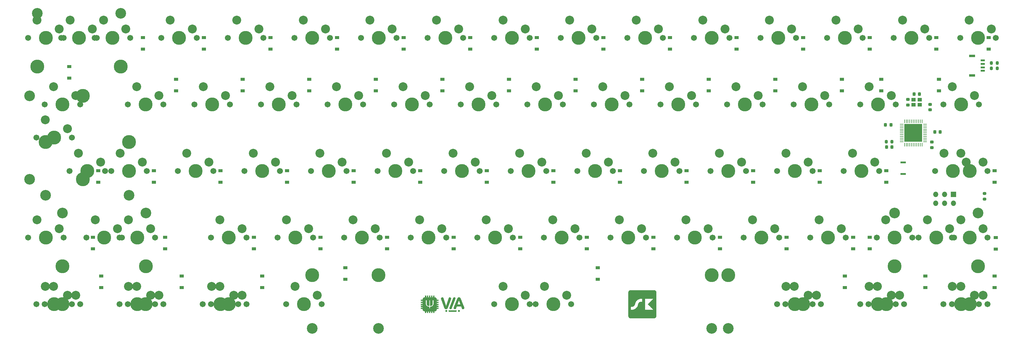
<source format=gbr>
G04 #@! TF.GenerationSoftware,KiCad,Pcbnew,(6.0.9)*
G04 #@! TF.CreationDate,2023-03-21T17:12:47-04:00*
G04 #@! TF.ProjectId,nue-pcb,6e75652d-7063-4622-9e6b-696361645f70,0.1*
G04 #@! TF.SameCoordinates,Original*
G04 #@! TF.FileFunction,Soldermask,Top*
G04 #@! TF.FilePolarity,Negative*
%FSLAX46Y46*%
G04 Gerber Fmt 4.6, Leading zero omitted, Abs format (unit mm)*
G04 Created by KiCad (PCBNEW (6.0.9)) date 2023-03-21 17:12:47*
%MOMM*%
%LPD*%
G01*
G04 APERTURE LIST*
G04 Aperture macros list*
%AMRoundRect*
0 Rectangle with rounded corners*
0 $1 Rounding radius*
0 $2 $3 $4 $5 $6 $7 $8 $9 X,Y pos of 4 corners*
0 Add a 4 corners polygon primitive as box body*
4,1,4,$2,$3,$4,$5,$6,$7,$8,$9,$2,$3,0*
0 Add four circle primitives for the rounded corners*
1,1,$1+$1,$2,$3*
1,1,$1+$1,$4,$5*
1,1,$1+$1,$6,$7*
1,1,$1+$1,$8,$9*
0 Add four rect primitives between the rounded corners*
20,1,$1+$1,$2,$3,$4,$5,0*
20,1,$1+$1,$4,$5,$6,$7,0*
20,1,$1+$1,$6,$7,$8,$9,0*
20,1,$1+$1,$8,$9,$2,$3,0*%
G04 Aperture macros list end*
%ADD10C,0.120000*%
%ADD11C,0.010000*%
%ADD12R,1.200000X0.900000*%
%ADD13C,1.701800*%
%ADD14C,3.987800*%
%ADD15C,2.540000*%
%ADD16C,3.048000*%
%ADD17R,1.200000X0.600000*%
%ADD18R,1.800000X0.800000*%
%ADD19R,1.524000X1.524000*%
%ADD20O,1.524000X1.524000*%
%ADD21RoundRect,0.225000X-0.250000X0.225000X-0.250000X-0.225000X0.250000X-0.225000X0.250000X0.225000X0*%
%ADD22RoundRect,0.225000X0.250000X-0.225000X0.250000X0.225000X-0.250000X0.225000X-0.250000X-0.225000X0*%
%ADD23RoundRect,0.225000X0.225000X0.250000X-0.225000X0.250000X-0.225000X-0.250000X0.225000X-0.250000X0*%
%ADD24RoundRect,0.200000X0.275000X-0.200000X0.275000X0.200000X-0.275000X0.200000X-0.275000X-0.200000X0*%
%ADD25RoundRect,0.200000X-0.200000X-0.275000X0.200000X-0.275000X0.200000X0.275000X-0.200000X0.275000X0*%
%ADD26R,1.500000X0.550000*%
%ADD27RoundRect,0.225000X-0.225000X-0.250000X0.225000X-0.250000X0.225000X0.250000X-0.225000X0.250000X0*%
%ADD28RoundRect,0.062500X0.475000X0.062500X-0.475000X0.062500X-0.475000X-0.062500X0.475000X-0.062500X0*%
%ADD29RoundRect,0.062500X0.062500X0.475000X-0.062500X0.475000X-0.062500X-0.475000X0.062500X-0.475000X0*%
%ADD30R,5.200000X5.200000*%
%ADD31R,1.150000X1.000000*%
G04 APERTURE END LIST*
D10*
X336105500Y-62547500D02*
G75*
G03*
X336105500Y-62547500I-508000J0D01*
G01*
X317055500Y-62547500D02*
G75*
G03*
X317055500Y-62547500I-508000J0D01*
G01*
X298005500Y-62547500D02*
G75*
G03*
X298005500Y-62547500I-508000J0D01*
G01*
X278955500Y-62547500D02*
G75*
G03*
X278955500Y-62547500I-508000J0D01*
G01*
X259905500Y-62547500D02*
G75*
G03*
X259905500Y-62547500I-508000J0D01*
G01*
X240855500Y-62547500D02*
G75*
G03*
X240855500Y-62547500I-508000J0D01*
G01*
X221805500Y-62547500D02*
G75*
G03*
X221805500Y-62547500I-508000J0D01*
G01*
X202755500Y-62547500D02*
G75*
G03*
X202755500Y-62547500I-508000J0D01*
G01*
X183705500Y-62547500D02*
G75*
G03*
X183705500Y-62547500I-508000J0D01*
G01*
X164655500Y-62547500D02*
G75*
G03*
X164655500Y-62547500I-508000J0D01*
G01*
X145605500Y-62547500D02*
G75*
G03*
X145605500Y-62547500I-508000J0D01*
G01*
X126555500Y-62547500D02*
G75*
G03*
X126555500Y-62547500I-508000J0D01*
G01*
X107505500Y-62547500D02*
G75*
G03*
X107505500Y-62547500I-508000J0D01*
G01*
X307530500Y-81597500D02*
G75*
G03*
X307530500Y-81597500I-508000J0D01*
G01*
X288480500Y-81597500D02*
G75*
G03*
X288480500Y-81597500I-508000J0D01*
G01*
X269430500Y-81597500D02*
G75*
G03*
X269430500Y-81597500I-508000J0D01*
G01*
X250380500Y-81597500D02*
G75*
G03*
X250380500Y-81597500I-508000J0D01*
G01*
X231330500Y-81597500D02*
G75*
G03*
X231330500Y-81597500I-508000J0D01*
G01*
X212280500Y-81597500D02*
G75*
G03*
X212280500Y-81597500I-508000J0D01*
G01*
X193230500Y-81597500D02*
G75*
G03*
X193230500Y-81597500I-508000J0D01*
G01*
X174180500Y-81597500D02*
G75*
G03*
X174180500Y-81597500I-508000J0D01*
G01*
X155130500Y-81597500D02*
G75*
G03*
X155130500Y-81597500I-508000J0D01*
G01*
X136080500Y-81597500D02*
G75*
G03*
X136080500Y-81597500I-508000J0D01*
G01*
X117030500Y-81597500D02*
G75*
G03*
X117030500Y-81597500I-508000J0D01*
G01*
X97980500Y-81597500D02*
G75*
G03*
X97980500Y-81597500I-508000J0D01*
G01*
X69405500Y-62547500D02*
G75*
G03*
X69405500Y-62547500I-508000J0D01*
G01*
X283718000Y-100647500D02*
G75*
G03*
X283718000Y-100647500I-508000J0D01*
G01*
X264668000Y-100647500D02*
G75*
G03*
X264668000Y-100647500I-508000J0D01*
G01*
X245618000Y-100647500D02*
G75*
G03*
X245618000Y-100647500I-508000J0D01*
G01*
X226568000Y-100647500D02*
G75*
G03*
X226568000Y-100647500I-508000J0D01*
G01*
X188468000Y-100647500D02*
G75*
G03*
X188468000Y-100647500I-508000J0D01*
G01*
X169418000Y-100647500D02*
G75*
G03*
X169418000Y-100647500I-508000J0D01*
G01*
X150368000Y-100647500D02*
G75*
G03*
X150368000Y-100647500I-508000J0D01*
G01*
X131318000Y-100647500D02*
G75*
G03*
X131318000Y-100647500I-508000J0D01*
G01*
X112268000Y-100647500D02*
G75*
G03*
X112268000Y-100647500I-508000J0D01*
G01*
X293243000Y-119697500D02*
G75*
G03*
X293243000Y-119697500I-508000J0D01*
G01*
X274193000Y-119697500D02*
G75*
G03*
X274193000Y-119697500I-508000J0D01*
G01*
X217043000Y-119697500D02*
G75*
G03*
X217043000Y-119697500I-508000J0D01*
G01*
X197993000Y-119697500D02*
G75*
G03*
X197993000Y-119697500I-508000J0D01*
G01*
X178943000Y-119697500D02*
G75*
G03*
X178943000Y-119697500I-508000J0D01*
G01*
X159893000Y-119697500D02*
G75*
G03*
X159893000Y-119697500I-508000J0D01*
G01*
X140843000Y-119697500D02*
G75*
G03*
X140843000Y-119697500I-508000J0D01*
G01*
X121793000Y-119697500D02*
G75*
G03*
X121793000Y-119697500I-508000J0D01*
G01*
X69405500Y-119697500D02*
G75*
G03*
X69405500Y-119697500I-508000J0D01*
G01*
X88455500Y-62547500D02*
G75*
G03*
X88455500Y-62547500I-508000J0D01*
G01*
X89249250Y-117157500D02*
G75*
G03*
X89249250Y-117157500I-508000J0D01*
G01*
X307530500Y-138747500D02*
G75*
G03*
X307530500Y-138747500I-508000J0D01*
G01*
X97980500Y-138747500D02*
G75*
G03*
X97980500Y-138747500I-508000J0D01*
G01*
X312293000Y-119697500D02*
G75*
G03*
X312293000Y-119697500I-508000J0D01*
G01*
X93218000Y-100647500D02*
G75*
G03*
X93218000Y-100647500I-508000J0D01*
G01*
X236093000Y-119697500D02*
G75*
G03*
X236093000Y-119697500I-508000J0D01*
G01*
X255143000Y-119697500D02*
G75*
G03*
X255143000Y-119697500I-508000J0D01*
G01*
X322611750Y-98107500D02*
G75*
G03*
X322611750Y-98107500I-508000J0D01*
G01*
X207518000Y-100647500D02*
G75*
G03*
X207518000Y-100647500I-508000J0D01*
G01*
G36*
X231750823Y-141786485D02*
G01*
X231750845Y-141657941D01*
X231750875Y-141528636D01*
X231750914Y-141398779D01*
X231750960Y-141268575D01*
X231751014Y-141138233D01*
X231751076Y-141007959D01*
X231751145Y-140877960D01*
X231751222Y-140748442D01*
X231751307Y-140619614D01*
X231751399Y-140491681D01*
X231751498Y-140364850D01*
X231751604Y-140239330D01*
X231751718Y-140115326D01*
X231751838Y-139993045D01*
X231751965Y-139872695D01*
X231752099Y-139754483D01*
X231752240Y-139638615D01*
X231752387Y-139525298D01*
X231752540Y-139414740D01*
X231752700Y-139307146D01*
X231752866Y-139202725D01*
X231753038Y-139101683D01*
X231753216Y-139004227D01*
X231753401Y-138910565D01*
X231753590Y-138820902D01*
X231753786Y-138735446D01*
X231753987Y-138654403D01*
X231754194Y-138577982D01*
X231754406Y-138506389D01*
X231754624Y-138439830D01*
X231754846Y-138378512D01*
X231755074Y-138322644D01*
X231755307Y-138272431D01*
X231755544Y-138228080D01*
X231755787Y-138189799D01*
X231756034Y-138157794D01*
X231756286Y-138132273D01*
X231756542Y-138113442D01*
X231756741Y-138103681D01*
X231758586Y-138040198D01*
X231760668Y-137983395D01*
X231763018Y-137932897D01*
X231765670Y-137888331D01*
X231768654Y-137849323D01*
X231772002Y-137815499D01*
X231775747Y-137786486D01*
X231779921Y-137761910D01*
X231784556Y-137741398D01*
X231789079Y-137726301D01*
X231795814Y-137709834D01*
X231805861Y-137689268D01*
X231818323Y-137666169D01*
X231832305Y-137642103D01*
X231846911Y-137618636D01*
X231861246Y-137597332D01*
X231868804Y-137586952D01*
X231894391Y-137555244D01*
X231924179Y-137522022D01*
X231956668Y-137488751D01*
X231990357Y-137456898D01*
X232023746Y-137427928D01*
X232055335Y-137403307D01*
X232060801Y-137399388D01*
X232077598Y-137388234D01*
X232097612Y-137376041D01*
X232119180Y-137363719D01*
X232140638Y-137352178D01*
X232160321Y-137342329D01*
X232176566Y-137335082D01*
X232182382Y-137332887D01*
X232197397Y-137328314D01*
X232214784Y-137324188D01*
X232234982Y-137320475D01*
X232258433Y-137317138D01*
X232285576Y-137314144D01*
X232316850Y-137311458D01*
X232352698Y-137309044D01*
X232393557Y-137306867D01*
X232439870Y-137304894D01*
X232492075Y-137303088D01*
X232550613Y-137301414D01*
X232591681Y-137300395D01*
X232607689Y-137300104D01*
X232630545Y-137299822D01*
X232660042Y-137299549D01*
X232695972Y-137299284D01*
X232738127Y-137299028D01*
X232786301Y-137298781D01*
X232840284Y-137298542D01*
X232899871Y-137298313D01*
X232964853Y-137298092D01*
X233035023Y-137297879D01*
X233110173Y-137297675D01*
X233190096Y-137297480D01*
X233274584Y-137297294D01*
X233363430Y-137297117D01*
X233456426Y-137296948D01*
X233553365Y-137296788D01*
X233654039Y-137296636D01*
X233758240Y-137296493D01*
X233865762Y-137296359D01*
X233976396Y-137296234D01*
X234089936Y-137296117D01*
X234206173Y-137296010D01*
X234324900Y-137295910D01*
X234445910Y-137295820D01*
X234568994Y-137295738D01*
X234693946Y-137295665D01*
X234820558Y-137295600D01*
X234948623Y-137295545D01*
X235077932Y-137295498D01*
X235208279Y-137295459D01*
X235339455Y-137295430D01*
X235471254Y-137295409D01*
X235603468Y-137295397D01*
X235735889Y-137295393D01*
X235868310Y-137295398D01*
X236000523Y-137295412D01*
X236132320Y-137295435D01*
X236263495Y-137295466D01*
X236393840Y-137295506D01*
X236523146Y-137295554D01*
X236651208Y-137295612D01*
X236777816Y-137295678D01*
X236902764Y-137295753D01*
X237025844Y-137295836D01*
X237146849Y-137295928D01*
X237265570Y-137296029D01*
X237381801Y-137296138D01*
X237495334Y-137296257D01*
X237605962Y-137296384D01*
X237713476Y-137296519D01*
X237817670Y-137296663D01*
X237918335Y-137296816D01*
X238015265Y-137296978D01*
X238108252Y-137297148D01*
X238197088Y-137297327D01*
X238281566Y-137297515D01*
X238361478Y-137297711D01*
X238436616Y-137297917D01*
X238506774Y-137298130D01*
X238571744Y-137298353D01*
X238631318Y-137298584D01*
X238685288Y-137298824D01*
X238733448Y-137299072D01*
X238775589Y-137299330D01*
X238811504Y-137299595D01*
X238840986Y-137299870D01*
X238863827Y-137300153D01*
X238878181Y-137300408D01*
X238942824Y-137301962D01*
X239000828Y-137303640D01*
X239052604Y-137305470D01*
X239098569Y-137307480D01*
X239139136Y-137309696D01*
X239174719Y-137312148D01*
X239205733Y-137314861D01*
X239232591Y-137317865D01*
X239255709Y-137321186D01*
X239275500Y-137324853D01*
X239288083Y-137327763D01*
X239309040Y-137334718D01*
X239333917Y-137345674D01*
X239361394Y-137359908D01*
X239390151Y-137376697D01*
X239418865Y-137395320D01*
X239442623Y-137412327D01*
X239468041Y-137432853D01*
X239495792Y-137457716D01*
X239524619Y-137485601D01*
X239553268Y-137515195D01*
X239580482Y-137545182D01*
X239605006Y-137574247D01*
X239625584Y-137601075D01*
X239632821Y-137611469D01*
X239645391Y-137631417D01*
X239658428Y-137654217D01*
X239671139Y-137678276D01*
X239682727Y-137702000D01*
X239692398Y-137723793D01*
X239699355Y-137742064D01*
X239701505Y-137749139D01*
X239704867Y-137762664D01*
X239707960Y-137777202D01*
X239710798Y-137793101D01*
X239713398Y-137810705D01*
X239715776Y-137830363D01*
X239717946Y-137852420D01*
X239719925Y-137877222D01*
X239721729Y-137905116D01*
X239723372Y-137936448D01*
X239724870Y-137971565D01*
X239726240Y-138010813D01*
X239727497Y-138054538D01*
X239728656Y-138103087D01*
X239729733Y-138156806D01*
X239730744Y-138216041D01*
X239731705Y-138281139D01*
X239732630Y-138352447D01*
X239733536Y-138430309D01*
X239733936Y-138467042D01*
X239734163Y-138492148D01*
X239734380Y-138523752D01*
X239734585Y-138561646D01*
X239734780Y-138605621D01*
X239734964Y-138655469D01*
X239735137Y-138710981D01*
X239735300Y-138771948D01*
X239735453Y-138838162D01*
X239735595Y-138909415D01*
X239735727Y-138985498D01*
X239735850Y-139066202D01*
X239735962Y-139151319D01*
X239736065Y-139240640D01*
X239736158Y-139333958D01*
X239736242Y-139431062D01*
X239736316Y-139531746D01*
X239736381Y-139635799D01*
X239736437Y-139743015D01*
X239736484Y-139853183D01*
X239736521Y-139966096D01*
X239736550Y-140081545D01*
X239736571Y-140199322D01*
X239736582Y-140319218D01*
X239736585Y-140441025D01*
X239736580Y-140564533D01*
X239736567Y-140689535D01*
X239736545Y-140815822D01*
X239736516Y-140943186D01*
X239736478Y-141071417D01*
X239736433Y-141200307D01*
X239736380Y-141329649D01*
X239736319Y-141459233D01*
X239736251Y-141588850D01*
X239736176Y-141718293D01*
X239736094Y-141847353D01*
X239736004Y-141975820D01*
X239735908Y-142103488D01*
X239735804Y-142230146D01*
X239735694Y-142355588D01*
X239735577Y-142479603D01*
X239735454Y-142601984D01*
X239735324Y-142722521D01*
X239735188Y-142841008D01*
X239735046Y-142957234D01*
X239734898Y-143070992D01*
X239734743Y-143182072D01*
X239734583Y-143290267D01*
X239734418Y-143395368D01*
X239734246Y-143497166D01*
X239734070Y-143595453D01*
X239733887Y-143690020D01*
X239733700Y-143780659D01*
X239733507Y-143867161D01*
X239733310Y-143949318D01*
X239733107Y-144026921D01*
X239732900Y-144099761D01*
X239732688Y-144167631D01*
X239732472Y-144230321D01*
X239732251Y-144287623D01*
X239732025Y-144339329D01*
X239731796Y-144385230D01*
X239731562Y-144425117D01*
X239731325Y-144458782D01*
X239731083Y-144486016D01*
X239730838Y-144506611D01*
X239730590Y-144520327D01*
X239729436Y-144566224D01*
X239728334Y-144605746D01*
X239727221Y-144639574D01*
X239726034Y-144668387D01*
X239724707Y-144692865D01*
X239723176Y-144713689D01*
X239721379Y-144731538D01*
X239719249Y-144747093D01*
X239716724Y-144761033D01*
X239713739Y-144774039D01*
X239710230Y-144786790D01*
X239706133Y-144799967D01*
X239703461Y-144808074D01*
X239677818Y-144874108D01*
X239646430Y-144936242D01*
X239609561Y-144994216D01*
X239567475Y-145047764D01*
X239520435Y-145096624D01*
X239468705Y-145140533D01*
X239412549Y-145179226D01*
X239352230Y-145212442D01*
X239288013Y-145239916D01*
X239261741Y-145249093D01*
X239247289Y-145253680D01*
X239233705Y-145257560D01*
X239220194Y-145260816D01*
X239205960Y-145263532D01*
X239190207Y-145265791D01*
X239172141Y-145267676D01*
X239150966Y-145269273D01*
X239125887Y-145270663D01*
X239096107Y-145271931D01*
X239060832Y-145273160D01*
X239021056Y-145274381D01*
X239009939Y-145274604D01*
X238991973Y-145274824D01*
X238967363Y-145275039D01*
X238936316Y-145275251D01*
X238899038Y-145275459D01*
X238855735Y-145275662D01*
X238806613Y-145275862D01*
X238751879Y-145276057D01*
X238691737Y-145276248D01*
X238626395Y-145276434D01*
X238556058Y-145276616D01*
X238480933Y-145276793D01*
X238401226Y-145276965D01*
X238317142Y-145277133D01*
X238228889Y-145277295D01*
X238136671Y-145277452D01*
X238040695Y-145277604D01*
X237941168Y-145277751D01*
X237838295Y-145277892D01*
X237732282Y-145278028D01*
X237623336Y-145278159D01*
X237511662Y-145278283D01*
X237397467Y-145278402D01*
X237280957Y-145278515D01*
X237162338Y-145278622D01*
X237041816Y-145278723D01*
X236919597Y-145278818D01*
X236795887Y-145278906D01*
X236670893Y-145278988D01*
X236544820Y-145279064D01*
X236417874Y-145279133D01*
X236290263Y-145279195D01*
X236162191Y-145279250D01*
X236033864Y-145279299D01*
X235905490Y-145279340D01*
X235777274Y-145279375D01*
X235649422Y-145279402D01*
X235522140Y-145279422D01*
X235395635Y-145279435D01*
X235270112Y-145279440D01*
X235145777Y-145279438D01*
X235022838Y-145279428D01*
X234901499Y-145279410D01*
X234781967Y-145279384D01*
X234664447Y-145279350D01*
X234549147Y-145279308D01*
X234436273Y-145279258D01*
X234326029Y-145279200D01*
X234218623Y-145279133D01*
X234114260Y-145279058D01*
X234013147Y-145278974D01*
X233915490Y-145278882D01*
X233821494Y-145278781D01*
X233731367Y-145278671D01*
X233645313Y-145278551D01*
X233563540Y-145278423D01*
X233486253Y-145278286D01*
X233413658Y-145278139D01*
X233345961Y-145277983D01*
X233283369Y-145277818D01*
X233226088Y-145277643D01*
X233174323Y-145277458D01*
X233128281Y-145277263D01*
X233122611Y-145277237D01*
X233029449Y-145276776D01*
X232943085Y-145276307D01*
X232863259Y-145275825D01*
X232789714Y-145275324D01*
X232722191Y-145274799D01*
X232660431Y-145274245D01*
X232604177Y-145273657D01*
X232553169Y-145273030D01*
X232507150Y-145272358D01*
X232465860Y-145271636D01*
X232429043Y-145270860D01*
X232396438Y-145270023D01*
X232367788Y-145269121D01*
X232342835Y-145268148D01*
X232321320Y-145267100D01*
X232302984Y-145265970D01*
X232287570Y-145264755D01*
X232274819Y-145263448D01*
X232264472Y-145262044D01*
X232256271Y-145260539D01*
X232252893Y-145259747D01*
X232192475Y-145240727D01*
X232133760Y-145215248D01*
X232077285Y-145183812D01*
X232023588Y-145146919D01*
X231973208Y-145105069D01*
X231926682Y-145058762D01*
X231884549Y-145008500D01*
X231847347Y-144954783D01*
X231815613Y-144898111D01*
X231789887Y-144838985D01*
X231784532Y-144824097D01*
X231781040Y-144813784D01*
X231777871Y-144803813D01*
X231775004Y-144793805D01*
X231772421Y-144783381D01*
X231770103Y-144772161D01*
X231768030Y-144759766D01*
X231766183Y-144745815D01*
X231764544Y-144729931D01*
X231763092Y-144711732D01*
X231761808Y-144690840D01*
X231760675Y-144666876D01*
X231759671Y-144639459D01*
X231758779Y-144608210D01*
X231757979Y-144572750D01*
X231757251Y-144532699D01*
X231756578Y-144487679D01*
X231755938Y-144437308D01*
X231755314Y-144381208D01*
X231754687Y-144319000D01*
X231754036Y-144250304D01*
X231753699Y-144213792D01*
X231753461Y-144183988D01*
X231753234Y-144147838D01*
X231753018Y-144105546D01*
X231752813Y-144057322D01*
X231752618Y-144003370D01*
X231752434Y-143943900D01*
X231752261Y-143879116D01*
X231752097Y-143809227D01*
X231751944Y-143734439D01*
X231751801Y-143654959D01*
X231751668Y-143570994D01*
X231751546Y-143482752D01*
X231751432Y-143390438D01*
X231751329Y-143294260D01*
X231751235Y-143194426D01*
X231751151Y-143091141D01*
X231751076Y-142984613D01*
X231751032Y-142910278D01*
X232452333Y-142910278D01*
X232585507Y-142910210D01*
X232618841Y-142910096D01*
X232652841Y-142909805D01*
X232686165Y-142909359D01*
X232717469Y-142908782D01*
X232745411Y-142908099D01*
X232768648Y-142907333D01*
X232782181Y-142906718D01*
X232899244Y-142896971D01*
X233014418Y-142880499D01*
X233127522Y-142857371D01*
X233238374Y-142827659D01*
X233346790Y-142791433D01*
X233452589Y-142748765D01*
X233555589Y-142699724D01*
X233655607Y-142644383D01*
X233752461Y-142582811D01*
X233845969Y-142515080D01*
X233898722Y-142472899D01*
X233918754Y-142455612D01*
X233942345Y-142434120D01*
X233968396Y-142409516D01*
X233995804Y-142382891D01*
X234023472Y-142355339D01*
X234050297Y-142327953D01*
X234075181Y-142301826D01*
X234097023Y-142278049D01*
X234111367Y-142261689D01*
X234172061Y-142186355D01*
X234227789Y-142108464D01*
X234278903Y-142027376D01*
X234325756Y-141942446D01*
X234368699Y-141853034D01*
X234408086Y-141758495D01*
X234444268Y-141658189D01*
X234447299Y-141649097D01*
X234455029Y-141625561D01*
X234462003Y-141603800D01*
X234468538Y-141582713D01*
X234474951Y-141561197D01*
X234481557Y-141538152D01*
X234488675Y-141512475D01*
X234496621Y-141483065D01*
X234505712Y-141448820D01*
X234514269Y-141416264D01*
X234531179Y-141354078D01*
X234548388Y-141295351D01*
X234565631Y-141240905D01*
X234582643Y-141191565D01*
X234599162Y-141148152D01*
X234604121Y-141136074D01*
X234638490Y-141060448D01*
X234675646Y-140991223D01*
X234715772Y-140928243D01*
X234759050Y-140871352D01*
X234805664Y-140820393D01*
X234855794Y-140775210D01*
X234909625Y-140735647D01*
X234967337Y-140701548D01*
X235029115Y-140672757D01*
X235095140Y-140649117D01*
X235165595Y-140630472D01*
X235204000Y-140622707D01*
X235224272Y-140619152D01*
X235243641Y-140616110D01*
X235262885Y-140613534D01*
X235282783Y-140611380D01*
X235304113Y-140609599D01*
X235327653Y-140608146D01*
X235354182Y-140606975D01*
X235384477Y-140606039D01*
X235419318Y-140605292D01*
X235459482Y-140604687D01*
X235505748Y-140604179D01*
X235517090Y-140604073D01*
X235704944Y-140602362D01*
X235704944Y-139657667D01*
X235577002Y-139657667D01*
X235515917Y-139657982D01*
X235460606Y-139658987D01*
X235409812Y-139660770D01*
X235362279Y-139663417D01*
X235316750Y-139667017D01*
X235271971Y-139671657D01*
X235226683Y-139677425D01*
X235179632Y-139684409D01*
X235168722Y-139686149D01*
X235054702Y-139707854D01*
X234943379Y-139735690D01*
X234834989Y-139769529D01*
X234729771Y-139809244D01*
X234627961Y-139854707D01*
X234529797Y-139905791D01*
X234435514Y-139962370D01*
X234345350Y-140024315D01*
X234259543Y-140091500D01*
X234178329Y-140163798D01*
X234101945Y-140241081D01*
X234071414Y-140274935D01*
X233998884Y-140362915D01*
X233931737Y-140455328D01*
X233870252Y-140551741D01*
X233814703Y-140651723D01*
X233765367Y-140754838D01*
X233765203Y-140755210D01*
X233745292Y-140801793D01*
X233726908Y-140847986D01*
X233709688Y-140894897D01*
X233693270Y-140943636D01*
X233677291Y-140995311D01*
X233661387Y-141051032D01*
X233645195Y-141111907D01*
X233634113Y-141155694D01*
X233616321Y-141224875D01*
X233599013Y-141287345D01*
X233582089Y-141343424D01*
X233565451Y-141393431D01*
X233548998Y-141437687D01*
X233538956Y-141462125D01*
X233505877Y-141532794D01*
X233469648Y-141597320D01*
X233429978Y-141655946D01*
X233386578Y-141708917D01*
X233339159Y-141756478D01*
X233287430Y-141798872D01*
X233231103Y-141836344D01*
X233169888Y-141869139D01*
X233103495Y-141897500D01*
X233031635Y-141921672D01*
X232976721Y-141936527D01*
X232956127Y-141941461D01*
X232935816Y-141946022D01*
X232915059Y-141950328D01*
X232893124Y-141954494D01*
X232869280Y-141958640D01*
X232842796Y-141962880D01*
X232812941Y-141967334D01*
X232778984Y-141972117D01*
X232740194Y-141977348D01*
X232695839Y-141983143D01*
X232646361Y-141989470D01*
X232612300Y-141993801D01*
X232580010Y-141997921D01*
X232550241Y-142001733D01*
X232523744Y-142005142D01*
X232501269Y-142008050D01*
X232483567Y-142010360D01*
X232471387Y-142011977D01*
X232465562Y-142012789D01*
X232452333Y-142014842D01*
X232452333Y-142910278D01*
X236445778Y-142910278D01*
X238976064Y-142910278D01*
X238683047Y-142614826D01*
X238649756Y-142581284D01*
X238611916Y-142543201D01*
X238569970Y-142501024D01*
X238524361Y-142455196D01*
X238475535Y-142406163D01*
X238423933Y-142354370D01*
X238370000Y-142300261D01*
X238314180Y-142244282D01*
X238256915Y-142186877D01*
X238198651Y-142128491D01*
X238139830Y-142069569D01*
X238080897Y-142010556D01*
X238022294Y-141951897D01*
X237964466Y-141894037D01*
X237907857Y-141837420D01*
X237871222Y-141800795D01*
X237352415Y-141282216D01*
X238164684Y-140469941D01*
X238976953Y-139657667D01*
X236445778Y-139657667D01*
X236445778Y-142910278D01*
X232452333Y-142910278D01*
X231751032Y-142910278D01*
X231751011Y-142875048D01*
X231750954Y-142762655D01*
X231750907Y-142647639D01*
X231750869Y-142530208D01*
X231750840Y-142410568D01*
X231750819Y-142288926D01*
X231750807Y-142165491D01*
X231750804Y-142040467D01*
X231750805Y-142014842D01*
X231750810Y-141914063D01*
X231750823Y-141786485D01*
G37*
D11*
X231750823Y-141786485D02*
X231750845Y-141657941D01*
X231750875Y-141528636D01*
X231750914Y-141398779D01*
X231750960Y-141268575D01*
X231751014Y-141138233D01*
X231751076Y-141007959D01*
X231751145Y-140877960D01*
X231751222Y-140748442D01*
X231751307Y-140619614D01*
X231751399Y-140491681D01*
X231751498Y-140364850D01*
X231751604Y-140239330D01*
X231751718Y-140115326D01*
X231751838Y-139993045D01*
X231751965Y-139872695D01*
X231752099Y-139754483D01*
X231752240Y-139638615D01*
X231752387Y-139525298D01*
X231752540Y-139414740D01*
X231752700Y-139307146D01*
X231752866Y-139202725D01*
X231753038Y-139101683D01*
X231753216Y-139004227D01*
X231753401Y-138910565D01*
X231753590Y-138820902D01*
X231753786Y-138735446D01*
X231753987Y-138654403D01*
X231754194Y-138577982D01*
X231754406Y-138506389D01*
X231754624Y-138439830D01*
X231754846Y-138378512D01*
X231755074Y-138322644D01*
X231755307Y-138272431D01*
X231755544Y-138228080D01*
X231755787Y-138189799D01*
X231756034Y-138157794D01*
X231756286Y-138132273D01*
X231756542Y-138113442D01*
X231756741Y-138103681D01*
X231758586Y-138040198D01*
X231760668Y-137983395D01*
X231763018Y-137932897D01*
X231765670Y-137888331D01*
X231768654Y-137849323D01*
X231772002Y-137815499D01*
X231775747Y-137786486D01*
X231779921Y-137761910D01*
X231784556Y-137741398D01*
X231789079Y-137726301D01*
X231795814Y-137709834D01*
X231805861Y-137689268D01*
X231818323Y-137666169D01*
X231832305Y-137642103D01*
X231846911Y-137618636D01*
X231861246Y-137597332D01*
X231868804Y-137586952D01*
X231894391Y-137555244D01*
X231924179Y-137522022D01*
X231956668Y-137488751D01*
X231990357Y-137456898D01*
X232023746Y-137427928D01*
X232055335Y-137403307D01*
X232060801Y-137399388D01*
X232077598Y-137388234D01*
X232097612Y-137376041D01*
X232119180Y-137363719D01*
X232140638Y-137352178D01*
X232160321Y-137342329D01*
X232176566Y-137335082D01*
X232182382Y-137332887D01*
X232197397Y-137328314D01*
X232214784Y-137324188D01*
X232234982Y-137320475D01*
X232258433Y-137317138D01*
X232285576Y-137314144D01*
X232316850Y-137311458D01*
X232352698Y-137309044D01*
X232393557Y-137306867D01*
X232439870Y-137304894D01*
X232492075Y-137303088D01*
X232550613Y-137301414D01*
X232591681Y-137300395D01*
X232607689Y-137300104D01*
X232630545Y-137299822D01*
X232660042Y-137299549D01*
X232695972Y-137299284D01*
X232738127Y-137299028D01*
X232786301Y-137298781D01*
X232840284Y-137298542D01*
X232899871Y-137298313D01*
X232964853Y-137298092D01*
X233035023Y-137297879D01*
X233110173Y-137297675D01*
X233190096Y-137297480D01*
X233274584Y-137297294D01*
X233363430Y-137297117D01*
X233456426Y-137296948D01*
X233553365Y-137296788D01*
X233654039Y-137296636D01*
X233758240Y-137296493D01*
X233865762Y-137296359D01*
X233976396Y-137296234D01*
X234089936Y-137296117D01*
X234206173Y-137296010D01*
X234324900Y-137295910D01*
X234445910Y-137295820D01*
X234568994Y-137295738D01*
X234693946Y-137295665D01*
X234820558Y-137295600D01*
X234948623Y-137295545D01*
X235077932Y-137295498D01*
X235208279Y-137295459D01*
X235339455Y-137295430D01*
X235471254Y-137295409D01*
X235603468Y-137295397D01*
X235735889Y-137295393D01*
X235868310Y-137295398D01*
X236000523Y-137295412D01*
X236132320Y-137295435D01*
X236263495Y-137295466D01*
X236393840Y-137295506D01*
X236523146Y-137295554D01*
X236651208Y-137295612D01*
X236777816Y-137295678D01*
X236902764Y-137295753D01*
X237025844Y-137295836D01*
X237146849Y-137295928D01*
X237265570Y-137296029D01*
X237381801Y-137296138D01*
X237495334Y-137296257D01*
X237605962Y-137296384D01*
X237713476Y-137296519D01*
X237817670Y-137296663D01*
X237918335Y-137296816D01*
X238015265Y-137296978D01*
X238108252Y-137297148D01*
X238197088Y-137297327D01*
X238281566Y-137297515D01*
X238361478Y-137297711D01*
X238436616Y-137297917D01*
X238506774Y-137298130D01*
X238571744Y-137298353D01*
X238631318Y-137298584D01*
X238685288Y-137298824D01*
X238733448Y-137299072D01*
X238775589Y-137299330D01*
X238811504Y-137299595D01*
X238840986Y-137299870D01*
X238863827Y-137300153D01*
X238878181Y-137300408D01*
X238942824Y-137301962D01*
X239000828Y-137303640D01*
X239052604Y-137305470D01*
X239098569Y-137307480D01*
X239139136Y-137309696D01*
X239174719Y-137312148D01*
X239205733Y-137314861D01*
X239232591Y-137317865D01*
X239255709Y-137321186D01*
X239275500Y-137324853D01*
X239288083Y-137327763D01*
X239309040Y-137334718D01*
X239333917Y-137345674D01*
X239361394Y-137359908D01*
X239390151Y-137376697D01*
X239418865Y-137395320D01*
X239442623Y-137412327D01*
X239468041Y-137432853D01*
X239495792Y-137457716D01*
X239524619Y-137485601D01*
X239553268Y-137515195D01*
X239580482Y-137545182D01*
X239605006Y-137574247D01*
X239625584Y-137601075D01*
X239632821Y-137611469D01*
X239645391Y-137631417D01*
X239658428Y-137654217D01*
X239671139Y-137678276D01*
X239682727Y-137702000D01*
X239692398Y-137723793D01*
X239699355Y-137742064D01*
X239701505Y-137749139D01*
X239704867Y-137762664D01*
X239707960Y-137777202D01*
X239710798Y-137793101D01*
X239713398Y-137810705D01*
X239715776Y-137830363D01*
X239717946Y-137852420D01*
X239719925Y-137877222D01*
X239721729Y-137905116D01*
X239723372Y-137936448D01*
X239724870Y-137971565D01*
X239726240Y-138010813D01*
X239727497Y-138054538D01*
X239728656Y-138103087D01*
X239729733Y-138156806D01*
X239730744Y-138216041D01*
X239731705Y-138281139D01*
X239732630Y-138352447D01*
X239733536Y-138430309D01*
X239733936Y-138467042D01*
X239734163Y-138492148D01*
X239734380Y-138523752D01*
X239734585Y-138561646D01*
X239734780Y-138605621D01*
X239734964Y-138655469D01*
X239735137Y-138710981D01*
X239735300Y-138771948D01*
X239735453Y-138838162D01*
X239735595Y-138909415D01*
X239735727Y-138985498D01*
X239735850Y-139066202D01*
X239735962Y-139151319D01*
X239736065Y-139240640D01*
X239736158Y-139333958D01*
X239736242Y-139431062D01*
X239736316Y-139531746D01*
X239736381Y-139635799D01*
X239736437Y-139743015D01*
X239736484Y-139853183D01*
X239736521Y-139966096D01*
X239736550Y-140081545D01*
X239736571Y-140199322D01*
X239736582Y-140319218D01*
X239736585Y-140441025D01*
X239736580Y-140564533D01*
X239736567Y-140689535D01*
X239736545Y-140815822D01*
X239736516Y-140943186D01*
X239736478Y-141071417D01*
X239736433Y-141200307D01*
X239736380Y-141329649D01*
X239736319Y-141459233D01*
X239736251Y-141588850D01*
X239736176Y-141718293D01*
X239736094Y-141847353D01*
X239736004Y-141975820D01*
X239735908Y-142103488D01*
X239735804Y-142230146D01*
X239735694Y-142355588D01*
X239735577Y-142479603D01*
X239735454Y-142601984D01*
X239735324Y-142722521D01*
X239735188Y-142841008D01*
X239735046Y-142957234D01*
X239734898Y-143070992D01*
X239734743Y-143182072D01*
X239734583Y-143290267D01*
X239734418Y-143395368D01*
X239734246Y-143497166D01*
X239734070Y-143595453D01*
X239733887Y-143690020D01*
X239733700Y-143780659D01*
X239733507Y-143867161D01*
X239733310Y-143949318D01*
X239733107Y-144026921D01*
X239732900Y-144099761D01*
X239732688Y-144167631D01*
X239732472Y-144230321D01*
X239732251Y-144287623D01*
X239732025Y-144339329D01*
X239731796Y-144385230D01*
X239731562Y-144425117D01*
X239731325Y-144458782D01*
X239731083Y-144486016D01*
X239730838Y-144506611D01*
X239730590Y-144520327D01*
X239729436Y-144566224D01*
X239728334Y-144605746D01*
X239727221Y-144639574D01*
X239726034Y-144668387D01*
X239724707Y-144692865D01*
X239723176Y-144713689D01*
X239721379Y-144731538D01*
X239719249Y-144747093D01*
X239716724Y-144761033D01*
X239713739Y-144774039D01*
X239710230Y-144786790D01*
X239706133Y-144799967D01*
X239703461Y-144808074D01*
X239677818Y-144874108D01*
X239646430Y-144936242D01*
X239609561Y-144994216D01*
X239567475Y-145047764D01*
X239520435Y-145096624D01*
X239468705Y-145140533D01*
X239412549Y-145179226D01*
X239352230Y-145212442D01*
X239288013Y-145239916D01*
X239261741Y-145249093D01*
X239247289Y-145253680D01*
X239233705Y-145257560D01*
X239220194Y-145260816D01*
X239205960Y-145263532D01*
X239190207Y-145265791D01*
X239172141Y-145267676D01*
X239150966Y-145269273D01*
X239125887Y-145270663D01*
X239096107Y-145271931D01*
X239060832Y-145273160D01*
X239021056Y-145274381D01*
X239009939Y-145274604D01*
X238991973Y-145274824D01*
X238967363Y-145275039D01*
X238936316Y-145275251D01*
X238899038Y-145275459D01*
X238855735Y-145275662D01*
X238806613Y-145275862D01*
X238751879Y-145276057D01*
X238691737Y-145276248D01*
X238626395Y-145276434D01*
X238556058Y-145276616D01*
X238480933Y-145276793D01*
X238401226Y-145276965D01*
X238317142Y-145277133D01*
X238228889Y-145277295D01*
X238136671Y-145277452D01*
X238040695Y-145277604D01*
X237941168Y-145277751D01*
X237838295Y-145277892D01*
X237732282Y-145278028D01*
X237623336Y-145278159D01*
X237511662Y-145278283D01*
X237397467Y-145278402D01*
X237280957Y-145278515D01*
X237162338Y-145278622D01*
X237041816Y-145278723D01*
X236919597Y-145278818D01*
X236795887Y-145278906D01*
X236670893Y-145278988D01*
X236544820Y-145279064D01*
X236417874Y-145279133D01*
X236290263Y-145279195D01*
X236162191Y-145279250D01*
X236033864Y-145279299D01*
X235905490Y-145279340D01*
X235777274Y-145279375D01*
X235649422Y-145279402D01*
X235522140Y-145279422D01*
X235395635Y-145279435D01*
X235270112Y-145279440D01*
X235145777Y-145279438D01*
X235022838Y-145279428D01*
X234901499Y-145279410D01*
X234781967Y-145279384D01*
X234664447Y-145279350D01*
X234549147Y-145279308D01*
X234436273Y-145279258D01*
X234326029Y-145279200D01*
X234218623Y-145279133D01*
X234114260Y-145279058D01*
X234013147Y-145278974D01*
X233915490Y-145278882D01*
X233821494Y-145278781D01*
X233731367Y-145278671D01*
X233645313Y-145278551D01*
X233563540Y-145278423D01*
X233486253Y-145278286D01*
X233413658Y-145278139D01*
X233345961Y-145277983D01*
X233283369Y-145277818D01*
X233226088Y-145277643D01*
X233174323Y-145277458D01*
X233128281Y-145277263D01*
X233122611Y-145277237D01*
X233029449Y-145276776D01*
X232943085Y-145276307D01*
X232863259Y-145275825D01*
X232789714Y-145275324D01*
X232722191Y-145274799D01*
X232660431Y-145274245D01*
X232604177Y-145273657D01*
X232553169Y-145273030D01*
X232507150Y-145272358D01*
X232465860Y-145271636D01*
X232429043Y-145270860D01*
X232396438Y-145270023D01*
X232367788Y-145269121D01*
X232342835Y-145268148D01*
X232321320Y-145267100D01*
X232302984Y-145265970D01*
X232287570Y-145264755D01*
X232274819Y-145263448D01*
X232264472Y-145262044D01*
X232256271Y-145260539D01*
X232252893Y-145259747D01*
X232192475Y-145240727D01*
X232133760Y-145215248D01*
X232077285Y-145183812D01*
X232023588Y-145146919D01*
X231973208Y-145105069D01*
X231926682Y-145058762D01*
X231884549Y-145008500D01*
X231847347Y-144954783D01*
X231815613Y-144898111D01*
X231789887Y-144838985D01*
X231784532Y-144824097D01*
X231781040Y-144813784D01*
X231777871Y-144803813D01*
X231775004Y-144793805D01*
X231772421Y-144783381D01*
X231770103Y-144772161D01*
X231768030Y-144759766D01*
X231766183Y-144745815D01*
X231764544Y-144729931D01*
X231763092Y-144711732D01*
X231761808Y-144690840D01*
X231760675Y-144666876D01*
X231759671Y-144639459D01*
X231758779Y-144608210D01*
X231757979Y-144572750D01*
X231757251Y-144532699D01*
X231756578Y-144487679D01*
X231755938Y-144437308D01*
X231755314Y-144381208D01*
X231754687Y-144319000D01*
X231754036Y-144250304D01*
X231753699Y-144213792D01*
X231753461Y-144183988D01*
X231753234Y-144147838D01*
X231753018Y-144105546D01*
X231752813Y-144057322D01*
X231752618Y-144003370D01*
X231752434Y-143943900D01*
X231752261Y-143879116D01*
X231752097Y-143809227D01*
X231751944Y-143734439D01*
X231751801Y-143654959D01*
X231751668Y-143570994D01*
X231751546Y-143482752D01*
X231751432Y-143390438D01*
X231751329Y-143294260D01*
X231751235Y-143194426D01*
X231751151Y-143091141D01*
X231751076Y-142984613D01*
X231751032Y-142910278D01*
X232452333Y-142910278D01*
X232585507Y-142910210D01*
X232618841Y-142910096D01*
X232652841Y-142909805D01*
X232686165Y-142909359D01*
X232717469Y-142908782D01*
X232745411Y-142908099D01*
X232768648Y-142907333D01*
X232782181Y-142906718D01*
X232899244Y-142896971D01*
X233014418Y-142880499D01*
X233127522Y-142857371D01*
X233238374Y-142827659D01*
X233346790Y-142791433D01*
X233452589Y-142748765D01*
X233555589Y-142699724D01*
X233655607Y-142644383D01*
X233752461Y-142582811D01*
X233845969Y-142515080D01*
X233898722Y-142472899D01*
X233918754Y-142455612D01*
X233942345Y-142434120D01*
X233968396Y-142409516D01*
X233995804Y-142382891D01*
X234023472Y-142355339D01*
X234050297Y-142327953D01*
X234075181Y-142301826D01*
X234097023Y-142278049D01*
X234111367Y-142261689D01*
X234172061Y-142186355D01*
X234227789Y-142108464D01*
X234278903Y-142027376D01*
X234325756Y-141942446D01*
X234368699Y-141853034D01*
X234408086Y-141758495D01*
X234444268Y-141658189D01*
X234447299Y-141649097D01*
X234455029Y-141625561D01*
X234462003Y-141603800D01*
X234468538Y-141582713D01*
X234474951Y-141561197D01*
X234481557Y-141538152D01*
X234488675Y-141512475D01*
X234496621Y-141483065D01*
X234505712Y-141448820D01*
X234514269Y-141416264D01*
X234531179Y-141354078D01*
X234548388Y-141295351D01*
X234565631Y-141240905D01*
X234582643Y-141191565D01*
X234599162Y-141148152D01*
X234604121Y-141136074D01*
X234638490Y-141060448D01*
X234675646Y-140991223D01*
X234715772Y-140928243D01*
X234759050Y-140871352D01*
X234805664Y-140820393D01*
X234855794Y-140775210D01*
X234909625Y-140735647D01*
X234967337Y-140701548D01*
X235029115Y-140672757D01*
X235095140Y-140649117D01*
X235165595Y-140630472D01*
X235204000Y-140622707D01*
X235224272Y-140619152D01*
X235243641Y-140616110D01*
X235262885Y-140613534D01*
X235282783Y-140611380D01*
X235304113Y-140609599D01*
X235327653Y-140608146D01*
X235354182Y-140606975D01*
X235384477Y-140606039D01*
X235419318Y-140605292D01*
X235459482Y-140604687D01*
X235505748Y-140604179D01*
X235517090Y-140604073D01*
X235704944Y-140602362D01*
X235704944Y-139657667D01*
X235577002Y-139657667D01*
X235515917Y-139657982D01*
X235460606Y-139658987D01*
X235409812Y-139660770D01*
X235362279Y-139663417D01*
X235316750Y-139667017D01*
X235271971Y-139671657D01*
X235226683Y-139677425D01*
X235179632Y-139684409D01*
X235168722Y-139686149D01*
X235054702Y-139707854D01*
X234943379Y-139735690D01*
X234834989Y-139769529D01*
X234729771Y-139809244D01*
X234627961Y-139854707D01*
X234529797Y-139905791D01*
X234435514Y-139962370D01*
X234345350Y-140024315D01*
X234259543Y-140091500D01*
X234178329Y-140163798D01*
X234101945Y-140241081D01*
X234071414Y-140274935D01*
X233998884Y-140362915D01*
X233931737Y-140455328D01*
X233870252Y-140551741D01*
X233814703Y-140651723D01*
X233765367Y-140754838D01*
X233765203Y-140755210D01*
X233745292Y-140801793D01*
X233726908Y-140847986D01*
X233709688Y-140894897D01*
X233693270Y-140943636D01*
X233677291Y-140995311D01*
X233661387Y-141051032D01*
X233645195Y-141111907D01*
X233634113Y-141155694D01*
X233616321Y-141224875D01*
X233599013Y-141287345D01*
X233582089Y-141343424D01*
X233565451Y-141393431D01*
X233548998Y-141437687D01*
X233538956Y-141462125D01*
X233505877Y-141532794D01*
X233469648Y-141597320D01*
X233429978Y-141655946D01*
X233386578Y-141708917D01*
X233339159Y-141756478D01*
X233287430Y-141798872D01*
X233231103Y-141836344D01*
X233169888Y-141869139D01*
X233103495Y-141897500D01*
X233031635Y-141921672D01*
X232976721Y-141936527D01*
X232956127Y-141941461D01*
X232935816Y-141946022D01*
X232915059Y-141950328D01*
X232893124Y-141954494D01*
X232869280Y-141958640D01*
X232842796Y-141962880D01*
X232812941Y-141967334D01*
X232778984Y-141972117D01*
X232740194Y-141977348D01*
X232695839Y-141983143D01*
X232646361Y-141989470D01*
X232612300Y-141993801D01*
X232580010Y-141997921D01*
X232550241Y-142001733D01*
X232523744Y-142005142D01*
X232501269Y-142008050D01*
X232483567Y-142010360D01*
X232471387Y-142011977D01*
X232465562Y-142012789D01*
X232452333Y-142014842D01*
X232452333Y-142910278D01*
X236445778Y-142910278D01*
X238976064Y-142910278D01*
X238683047Y-142614826D01*
X238649756Y-142581284D01*
X238611916Y-142543201D01*
X238569970Y-142501024D01*
X238524361Y-142455196D01*
X238475535Y-142406163D01*
X238423933Y-142354370D01*
X238370000Y-142300261D01*
X238314180Y-142244282D01*
X238256915Y-142186877D01*
X238198651Y-142128491D01*
X238139830Y-142069569D01*
X238080897Y-142010556D01*
X238022294Y-141951897D01*
X237964466Y-141894037D01*
X237907857Y-141837420D01*
X237871222Y-141800795D01*
X237352415Y-141282216D01*
X238164684Y-140469941D01*
X238976953Y-139657667D01*
X236445778Y-139657667D01*
X236445778Y-142910278D01*
X232452333Y-142910278D01*
X231751032Y-142910278D01*
X231751011Y-142875048D01*
X231750954Y-142762655D01*
X231750907Y-142647639D01*
X231750869Y-142530208D01*
X231750840Y-142410568D01*
X231750819Y-142288926D01*
X231750807Y-142165491D01*
X231750804Y-142040467D01*
X231750805Y-142014842D01*
X231750810Y-141914063D01*
X231750823Y-141786485D01*
D10*
X302768000Y-100647500D02*
G75*
G03*
X302768000Y-100647500I-508000J0D01*
G01*
G36*
X181597305Y-143035298D02*
G01*
X181734683Y-143035406D01*
X181860327Y-143035585D01*
X181974205Y-143035836D01*
X182076284Y-143036158D01*
X182166531Y-143036551D01*
X182244913Y-143037015D01*
X182311398Y-143037549D01*
X182365953Y-143038154D01*
X182408545Y-143038829D01*
X182439142Y-143039575D01*
X182457710Y-143040390D01*
X182464217Y-143041274D01*
X182464226Y-143041310D01*
X182469235Y-143046390D01*
X182475135Y-143047357D01*
X182487967Y-143052248D01*
X182502507Y-143064461D01*
X182515460Y-143080305D01*
X182523529Y-143096093D01*
X182524702Y-143102845D01*
X182528030Y-143117661D01*
X182533774Y-143125977D01*
X182537783Y-143131878D01*
X182540473Y-143143009D01*
X182542061Y-143161309D01*
X182542761Y-143188717D01*
X182542845Y-143207713D01*
X182542586Y-143239930D01*
X182541661Y-143261951D01*
X182539850Y-143275664D01*
X182536932Y-143282960D01*
X182533774Y-143285402D01*
X182526031Y-143293671D01*
X182524702Y-143299908D01*
X182520277Y-143310602D01*
X182509082Y-143325158D01*
X182494239Y-143340479D01*
X182478870Y-143353467D01*
X182466098Y-143361024D01*
X182462296Y-143361834D01*
X182451425Y-143366377D01*
X182448270Y-143370905D01*
X182446811Y-143372081D01*
X182443026Y-143373152D01*
X182436387Y-143374124D01*
X182426370Y-143375000D01*
X182412447Y-143375787D01*
X182394091Y-143376488D01*
X182370776Y-143377108D01*
X182341976Y-143377652D01*
X182307163Y-143378125D01*
X182265812Y-143378531D01*
X182217395Y-143378876D01*
X182161386Y-143379163D01*
X182097259Y-143379398D01*
X182024486Y-143379586D01*
X181942541Y-143379730D01*
X181850898Y-143379836D01*
X181749030Y-143379909D01*
X181636411Y-143379954D01*
X181512513Y-143379974D01*
X181439155Y-143379977D01*
X181308811Y-143379967D01*
X181190036Y-143379937D01*
X181082302Y-143379880D01*
X180985085Y-143379793D01*
X180897856Y-143379670D01*
X180820089Y-143379507D01*
X180751258Y-143379299D01*
X180690836Y-143379041D01*
X180638297Y-143378729D01*
X180593113Y-143378357D01*
X180554759Y-143377921D01*
X180522707Y-143377417D01*
X180496432Y-143376840D01*
X180475406Y-143376184D01*
X180459103Y-143375445D01*
X180446996Y-143374619D01*
X180438559Y-143373700D01*
X180433265Y-143372684D01*
X180430588Y-143371567D01*
X180430039Y-143370905D01*
X180421774Y-143363179D01*
X180415460Y-143361834D01*
X180403883Y-143357278D01*
X180389606Y-143346033D01*
X180376232Y-143331732D01*
X180367363Y-143318010D01*
X180365702Y-143311653D01*
X180362780Y-143302848D01*
X180359655Y-143301357D01*
X180357181Y-143295490D01*
X180355303Y-143278587D01*
X180354089Y-143251696D01*
X180353612Y-143215866D01*
X180353607Y-143211572D01*
X180353950Y-143171732D01*
X180355371Y-143141686D01*
X180358464Y-143119144D01*
X180363821Y-143101814D01*
X180372032Y-143087405D01*
X180383691Y-143073628D01*
X180391207Y-143066056D01*
X180405368Y-143054510D01*
X180417990Y-143047936D01*
X180421279Y-143047357D01*
X180430465Y-143044589D01*
X180432226Y-143041310D01*
X180438268Y-143040422D01*
X180456373Y-143039605D01*
X180486507Y-143038857D01*
X180528637Y-143038179D01*
X180582732Y-143037571D01*
X180648758Y-143037034D01*
X180726683Y-143036568D01*
X180816474Y-143036172D01*
X180918097Y-143035847D01*
X181031521Y-143035594D01*
X181156713Y-143035412D01*
X181293640Y-143035301D01*
X181442269Y-143035262D01*
X181448226Y-143035262D01*
X181597305Y-143035298D01*
G37*
D11*
X181597305Y-143035298D02*
X181734683Y-143035406D01*
X181860327Y-143035585D01*
X181974205Y-143035836D01*
X182076284Y-143036158D01*
X182166531Y-143036551D01*
X182244913Y-143037015D01*
X182311398Y-143037549D01*
X182365953Y-143038154D01*
X182408545Y-143038829D01*
X182439142Y-143039575D01*
X182457710Y-143040390D01*
X182464217Y-143041274D01*
X182464226Y-143041310D01*
X182469235Y-143046390D01*
X182475135Y-143047357D01*
X182487967Y-143052248D01*
X182502507Y-143064461D01*
X182515460Y-143080305D01*
X182523529Y-143096093D01*
X182524702Y-143102845D01*
X182528030Y-143117661D01*
X182533774Y-143125977D01*
X182537783Y-143131878D01*
X182540473Y-143143009D01*
X182542061Y-143161309D01*
X182542761Y-143188717D01*
X182542845Y-143207713D01*
X182542586Y-143239930D01*
X182541661Y-143261951D01*
X182539850Y-143275664D01*
X182536932Y-143282960D01*
X182533774Y-143285402D01*
X182526031Y-143293671D01*
X182524702Y-143299908D01*
X182520277Y-143310602D01*
X182509082Y-143325158D01*
X182494239Y-143340479D01*
X182478870Y-143353467D01*
X182466098Y-143361024D01*
X182462296Y-143361834D01*
X182451425Y-143366377D01*
X182448270Y-143370905D01*
X182446811Y-143372081D01*
X182443026Y-143373152D01*
X182436387Y-143374124D01*
X182426370Y-143375000D01*
X182412447Y-143375787D01*
X182394091Y-143376488D01*
X182370776Y-143377108D01*
X182341976Y-143377652D01*
X182307163Y-143378125D01*
X182265812Y-143378531D01*
X182217395Y-143378876D01*
X182161386Y-143379163D01*
X182097259Y-143379398D01*
X182024486Y-143379586D01*
X181942541Y-143379730D01*
X181850898Y-143379836D01*
X181749030Y-143379909D01*
X181636411Y-143379954D01*
X181512513Y-143379974D01*
X181439155Y-143379977D01*
X181308811Y-143379967D01*
X181190036Y-143379937D01*
X181082302Y-143379880D01*
X180985085Y-143379793D01*
X180897856Y-143379670D01*
X180820089Y-143379507D01*
X180751258Y-143379299D01*
X180690836Y-143379041D01*
X180638297Y-143378729D01*
X180593113Y-143378357D01*
X180554759Y-143377921D01*
X180522707Y-143377417D01*
X180496432Y-143376840D01*
X180475406Y-143376184D01*
X180459103Y-143375445D01*
X180446996Y-143374619D01*
X180438559Y-143373700D01*
X180433265Y-143372684D01*
X180430588Y-143371567D01*
X180430039Y-143370905D01*
X180421774Y-143363179D01*
X180415460Y-143361834D01*
X180403883Y-143357278D01*
X180389606Y-143346033D01*
X180376232Y-143331732D01*
X180367363Y-143318010D01*
X180365702Y-143311653D01*
X180362780Y-143302848D01*
X180359655Y-143301357D01*
X180357181Y-143295490D01*
X180355303Y-143278587D01*
X180354089Y-143251696D01*
X180353612Y-143215866D01*
X180353607Y-143211572D01*
X180353950Y-143171732D01*
X180355371Y-143141686D01*
X180358464Y-143119144D01*
X180363821Y-143101814D01*
X180372032Y-143087405D01*
X180383691Y-143073628D01*
X180391207Y-143066056D01*
X180405368Y-143054510D01*
X180417990Y-143047936D01*
X180421279Y-143047357D01*
X180430465Y-143044589D01*
X180432226Y-143041310D01*
X180438268Y-143040422D01*
X180456373Y-143039605D01*
X180486507Y-143038857D01*
X180528637Y-143038179D01*
X180582732Y-143037571D01*
X180648758Y-143037034D01*
X180726683Y-143036568D01*
X180816474Y-143036172D01*
X180918097Y-143035847D01*
X181031521Y-143035594D01*
X181156713Y-143035412D01*
X181293640Y-143035301D01*
X181442269Y-143035262D01*
X181448226Y-143035262D01*
X181597305Y-143035298D01*
G36*
X180671402Y-139357724D02*
G01*
X180692259Y-139359459D01*
X180707756Y-139362853D01*
X180714277Y-139367381D01*
X180721890Y-139373667D01*
X180739348Y-139376311D01*
X180746702Y-139376453D01*
X180767384Y-139378083D01*
X180777796Y-139383236D01*
X180779127Y-139385524D01*
X180787327Y-139392977D01*
X180794976Y-139394596D01*
X180810072Y-139397602D01*
X180820519Y-139402155D01*
X180831474Y-139410272D01*
X180847356Y-139424285D01*
X180866165Y-139442160D01*
X180885902Y-139461859D01*
X180904567Y-139481346D01*
X180920163Y-139498586D01*
X180930690Y-139511542D01*
X180934179Y-139517919D01*
X180938441Y-139528438D01*
X180943250Y-139533691D01*
X180951004Y-139545433D01*
X180952321Y-139552217D01*
X180955277Y-139563484D01*
X180958369Y-139566953D01*
X180963546Y-139575528D01*
X180964417Y-139581782D01*
X180968752Y-139592894D01*
X180973488Y-139596354D01*
X180977630Y-139600233D01*
X180980341Y-139609399D01*
X180981881Y-139625833D01*
X180982507Y-139651521D01*
X180982560Y-139665808D01*
X180982168Y-139697051D01*
X180980826Y-139718243D01*
X180978285Y-139731409D01*
X180974293Y-139738573D01*
X180973488Y-139739310D01*
X180967161Y-139750283D01*
X180964420Y-139766377D01*
X180964417Y-139766908D01*
X180962757Y-139781708D01*
X180958727Y-139790459D01*
X180958369Y-139790715D01*
X180953545Y-139799121D01*
X180952321Y-139808058D01*
X180948677Y-139823850D01*
X180943442Y-139833404D01*
X180936219Y-139848122D01*
X180934371Y-139858059D01*
X180931449Y-139872698D01*
X180925144Y-139888297D01*
X180918702Y-139903692D01*
X180916073Y-139915846D01*
X180912872Y-139926789D01*
X180909988Y-139929810D01*
X180905558Y-139938022D01*
X180903941Y-139950593D01*
X180900895Y-139965834D01*
X180894869Y-139975167D01*
X180888103Y-139986505D01*
X180885798Y-139999741D01*
X180883856Y-140013429D01*
X180879750Y-140020524D01*
X180875319Y-140028736D01*
X180873702Y-140041307D01*
X180870657Y-140056549D01*
X180864631Y-140065881D01*
X180857803Y-140077271D01*
X180855560Y-140090072D01*
X180852444Y-140105199D01*
X180846488Y-140114262D01*
X180838734Y-140126005D01*
X180837417Y-140132789D01*
X180834462Y-140144056D01*
X180831369Y-140147524D01*
X180826938Y-140155736D01*
X180825321Y-140168307D01*
X180822276Y-140183549D01*
X180816250Y-140192881D01*
X180809969Y-140203816D01*
X180807186Y-140219981D01*
X180807179Y-140220836D01*
X180805609Y-140234530D01*
X180801765Y-140241150D01*
X180801131Y-140241262D01*
X180796115Y-140246293D01*
X180795083Y-140252617D01*
X180790691Y-140265979D01*
X180786012Y-140271500D01*
X180779646Y-140282505D01*
X180776941Y-140298539D01*
X180776941Y-140298808D01*
X180774220Y-140314761D01*
X180767869Y-140322068D01*
X180761008Y-140330818D01*
X180758798Y-140346906D01*
X180757291Y-140360971D01*
X180753583Y-140368059D01*
X180752750Y-140368262D01*
X180748072Y-140373400D01*
X180746702Y-140382225D01*
X180743043Y-140398341D01*
X180737823Y-140407928D01*
X180730578Y-140423000D01*
X180728752Y-140433274D01*
X180726321Y-140443899D01*
X180722512Y-140446881D01*
X180718529Y-140452201D01*
X180716522Y-140465296D01*
X180716464Y-140468238D01*
X180713866Y-140485388D01*
X180707393Y-140493075D01*
X180700555Y-140501630D01*
X180698321Y-140516335D01*
X180695697Y-140532393D01*
X180689373Y-140543539D01*
X180689250Y-140543643D01*
X180681487Y-140555584D01*
X180680179Y-140562527D01*
X180677499Y-140571944D01*
X180674131Y-140573881D01*
X180670148Y-140579201D01*
X180668141Y-140592296D01*
X180668083Y-140595238D01*
X180665485Y-140612388D01*
X180659012Y-140620075D01*
X180652174Y-140628630D01*
X180649941Y-140643335D01*
X180647316Y-140659393D01*
X180640992Y-140670539D01*
X180640869Y-140670643D01*
X180633115Y-140682386D01*
X180631798Y-140689170D01*
X180628843Y-140700437D01*
X180625750Y-140703905D01*
X180621411Y-140712071D01*
X180619702Y-140725618D01*
X180616836Y-140740170D01*
X180610631Y-140747075D01*
X180603786Y-140755681D01*
X180601560Y-140770719D01*
X180599907Y-140785553D01*
X180595892Y-140794344D01*
X180595512Y-140794619D01*
X180591081Y-140802831D01*
X180589464Y-140815402D01*
X180586419Y-140830644D01*
X180580393Y-140839977D01*
X180572649Y-140851508D01*
X180571321Y-140858119D01*
X180566959Y-140870801D01*
X180562250Y-140876262D01*
X180555484Y-140887600D01*
X180553179Y-140900836D01*
X180551237Y-140914524D01*
X180547131Y-140921619D01*
X180542652Y-140929855D01*
X180541083Y-140941933D01*
X180538652Y-140956852D01*
X180534020Y-140965573D01*
X180527010Y-140976725D01*
X180519519Y-140994402D01*
X180513508Y-141013279D01*
X180510939Y-141028034D01*
X180510936Y-141028224D01*
X180506522Y-141040209D01*
X180501774Y-141045596D01*
X180494946Y-141056985D01*
X180492702Y-141069786D01*
X180489587Y-141084913D01*
X180483631Y-141093977D01*
X180477350Y-141104911D01*
X180474567Y-141121076D01*
X180474560Y-141121931D01*
X180472990Y-141135625D01*
X180469146Y-141142245D01*
X180468512Y-141142357D01*
X180463496Y-141147389D01*
X180462464Y-141153712D01*
X180458072Y-141167074D01*
X180453393Y-141172596D01*
X180446627Y-141183933D01*
X180444321Y-141197170D01*
X180442379Y-141210858D01*
X180438274Y-141217953D01*
X180434131Y-141226021D01*
X180432238Y-141240577D01*
X180432226Y-141241853D01*
X180429536Y-141258099D01*
X180423155Y-141265497D01*
X180415252Y-141273800D01*
X180413891Y-141279751D01*
X180410201Y-141293016D01*
X180404820Y-141302263D01*
X180397659Y-141317315D01*
X180395941Y-141327609D01*
X180393529Y-141339952D01*
X180389893Y-141344953D01*
X180385750Y-141353021D01*
X180383857Y-141367577D01*
X180383845Y-141368853D01*
X180381155Y-141385099D01*
X180374774Y-141392497D01*
X180367913Y-141401246D01*
X180365702Y-141417334D01*
X180364196Y-141431400D01*
X180360488Y-141438487D01*
X180359655Y-141438691D01*
X180354639Y-141443722D01*
X180353607Y-141450046D01*
X180349215Y-141463408D01*
X180344536Y-141468929D01*
X180338170Y-141479934D01*
X180335465Y-141495967D01*
X180335464Y-141496237D01*
X180332744Y-141512190D01*
X180326393Y-141519497D01*
X180319532Y-141528246D01*
X180317321Y-141544334D01*
X180315815Y-141558400D01*
X180312107Y-141565487D01*
X180311274Y-141565691D01*
X180306258Y-141570722D01*
X180305226Y-141577046D01*
X180300834Y-141590408D01*
X180296155Y-141595929D01*
X180289874Y-141606863D01*
X180287091Y-141623029D01*
X180287083Y-141623884D01*
X180285513Y-141637577D01*
X180281670Y-141644197D01*
X180281036Y-141644310D01*
X180277053Y-141649630D01*
X180275046Y-141662725D01*
X180274988Y-141665666D01*
X180272390Y-141682816D01*
X180265917Y-141690504D01*
X180259079Y-141699059D01*
X180256845Y-141713764D01*
X180254221Y-141729822D01*
X180247897Y-141740968D01*
X180247774Y-141741072D01*
X180240011Y-141753012D01*
X180238702Y-141759955D01*
X180236023Y-141769373D01*
X180232655Y-141771310D01*
X180228601Y-141776613D01*
X180226640Y-141789593D01*
X180226607Y-141791736D01*
X180224066Y-141807987D01*
X180217913Y-141819360D01*
X180217536Y-141819691D01*
X180210707Y-141831080D01*
X180208464Y-141843881D01*
X180205349Y-141859009D01*
X180199393Y-141868072D01*
X180191630Y-141880012D01*
X180190321Y-141886955D01*
X180187642Y-141896373D01*
X180184274Y-141898310D01*
X180180220Y-141903613D01*
X180178260Y-141916593D01*
X180178226Y-141918736D01*
X180175685Y-141934987D01*
X180169532Y-141946360D01*
X180169155Y-141946691D01*
X180161938Y-141958405D01*
X180160083Y-141968680D01*
X180157862Y-141984817D01*
X180154774Y-141993642D01*
X180144935Y-142014603D01*
X180136558Y-142035083D01*
X180131117Y-142051268D01*
X180129845Y-142058036D01*
X180125587Y-142068449D01*
X180120774Y-142073691D01*
X180114008Y-142085029D01*
X180111702Y-142098265D01*
X180109760Y-142111953D01*
X180105655Y-142119048D01*
X180101224Y-142127260D01*
X180099607Y-142139831D01*
X180096562Y-142155072D01*
X180090536Y-142164405D01*
X180084255Y-142175339D01*
X180081472Y-142191505D01*
X180081464Y-142192360D01*
X180079894Y-142206053D01*
X180076051Y-142212674D01*
X180075417Y-142212786D01*
X180070401Y-142217817D01*
X180069369Y-142224141D01*
X180064977Y-142237503D01*
X180060298Y-142243024D01*
X180052544Y-142254767D01*
X180051226Y-142261551D01*
X180048468Y-142272684D01*
X180045562Y-142276049D01*
X180038641Y-142284249D01*
X180030477Y-142298650D01*
X180023712Y-142314002D01*
X180020988Y-142324856D01*
X180016761Y-142334614D01*
X180011917Y-142339786D01*
X180004154Y-142351727D01*
X180002845Y-142358669D01*
X180000166Y-142368087D01*
X179996798Y-142370024D01*
X179991782Y-142375055D01*
X179990750Y-142381379D01*
X179986358Y-142394741D01*
X179981679Y-142400262D01*
X179973942Y-142411621D01*
X179972607Y-142418091D01*
X179968451Y-142429071D01*
X179958360Y-142441759D01*
X179957488Y-142442596D01*
X179947184Y-142454308D01*
X179942409Y-142463742D01*
X179942369Y-142464331D01*
X179938174Y-142471777D01*
X179926983Y-142485158D01*
X179910885Y-142502426D01*
X179891972Y-142521533D01*
X179872333Y-142540430D01*
X179854058Y-142557069D01*
X179839237Y-142569402D01*
X179829962Y-142575381D01*
X179828774Y-142575643D01*
X179819238Y-142580041D01*
X179808346Y-142590629D01*
X179808241Y-142590762D01*
X179796607Y-142601459D01*
X179785433Y-142605881D01*
X179772474Y-142610256D01*
X179766988Y-142614953D01*
X179755650Y-142621719D01*
X179742414Y-142624024D01*
X179728726Y-142625966D01*
X179721631Y-142630072D01*
X179714021Y-142633300D01*
X179698107Y-142635494D01*
X179681775Y-142636119D01*
X179659321Y-142637100D01*
X179646705Y-142640367D01*
X179642175Y-142645191D01*
X179634742Y-142649517D01*
X179618201Y-142652563D01*
X179595473Y-142654330D01*
X179569478Y-142654823D01*
X179543134Y-142654046D01*
X179519363Y-142652002D01*
X179501082Y-142648695D01*
X179492177Y-142644998D01*
X179477696Y-142639265D01*
X179454952Y-142636347D01*
X179445665Y-142636119D01*
X179426185Y-142635144D01*
X179411999Y-142632624D01*
X179407155Y-142630072D01*
X179398572Y-142624880D01*
X179392419Y-142624024D01*
X179379386Y-142619646D01*
X179373893Y-142614953D01*
X179361952Y-142607190D01*
X179355010Y-142605881D01*
X179345592Y-142603202D01*
X179343655Y-142599834D01*
X179338648Y-142594747D01*
X179332787Y-142593786D01*
X179322736Y-142589678D01*
X179308475Y-142579115D01*
X179298298Y-142569596D01*
X179283829Y-142556217D01*
X179271633Y-142547432D01*
X179266311Y-142545405D01*
X179255972Y-142541069D01*
X179242307Y-142530385D01*
X179228878Y-142516844D01*
X179219245Y-142503935D01*
X179216655Y-142496748D01*
X179212515Y-142486200D01*
X179202458Y-142473718D01*
X179201536Y-142472834D01*
X179191141Y-142460487D01*
X179186347Y-142449711D01*
X179186312Y-142449101D01*
X179182119Y-142438651D01*
X179172078Y-142426186D01*
X179171193Y-142425330D01*
X179160944Y-142413524D01*
X179156215Y-142403966D01*
X179156179Y-142403392D01*
X179151939Y-142393368D01*
X179147107Y-142388167D01*
X179139363Y-142376636D01*
X179138036Y-142370024D01*
X179133674Y-142357343D01*
X179128964Y-142351881D01*
X179121202Y-142339941D01*
X179119893Y-142332998D01*
X179117213Y-142323580D01*
X179113845Y-142321643D01*
X179108829Y-142316612D01*
X179107798Y-142310288D01*
X179103405Y-142296926D01*
X179098726Y-142291405D01*
X179091960Y-142280067D01*
X179089655Y-142266831D01*
X179087713Y-142253143D01*
X179083607Y-142246048D01*
X179078274Y-142237406D01*
X179077522Y-142232084D01*
X179074790Y-142219616D01*
X179068451Y-142204535D01*
X179062088Y-142190106D01*
X179059417Y-142179619D01*
X179059417Y-142179573D01*
X179055179Y-142169600D01*
X179050345Y-142164405D01*
X179043579Y-142153067D01*
X179041274Y-142139831D01*
X179039332Y-142126143D01*
X179035226Y-142119048D01*
X179030035Y-142110465D01*
X179029179Y-142104312D01*
X179024801Y-142091279D01*
X179020107Y-142085786D01*
X179013341Y-142074448D01*
X179011036Y-142061212D01*
X179009094Y-142047524D01*
X179004988Y-142040429D01*
X178999935Y-142031912D01*
X178998941Y-142024763D01*
X178994889Y-142013287D01*
X178989869Y-142009354D01*
X178983031Y-142000799D01*
X178980798Y-141986094D01*
X178978173Y-141970036D01*
X178971849Y-141958890D01*
X178971726Y-141958786D01*
X178964960Y-141947448D01*
X178962655Y-141934212D01*
X178960713Y-141920524D01*
X178956607Y-141913429D01*
X178952177Y-141905217D01*
X178950560Y-141892646D01*
X178947514Y-141877404D01*
X178941488Y-141868072D01*
X178934187Y-141856286D01*
X178932417Y-141846521D01*
X178930074Y-141834011D01*
X178926369Y-141828762D01*
X178921598Y-141820382D01*
X178920321Y-141811003D01*
X178916617Y-141796643D01*
X178911250Y-141789453D01*
X178904884Y-141778448D01*
X178902179Y-141762414D01*
X178902179Y-141762145D01*
X178899458Y-141746192D01*
X178893107Y-141738885D01*
X178886246Y-141730135D01*
X178884036Y-141714047D01*
X178882529Y-141699982D01*
X178878821Y-141692894D01*
X178877988Y-141692691D01*
X178873934Y-141687388D01*
X178871974Y-141674408D01*
X178871941Y-141672265D01*
X178869399Y-141656013D01*
X178863246Y-141644640D01*
X178862869Y-141644310D01*
X178855106Y-141632369D01*
X178853798Y-141625426D01*
X178851118Y-141616009D01*
X178847750Y-141614072D01*
X178843767Y-141608752D01*
X178841760Y-141595657D01*
X178841702Y-141592715D01*
X178839104Y-141575565D01*
X178832631Y-141567878D01*
X178825793Y-141559323D01*
X178823560Y-141544618D01*
X178820935Y-141528560D01*
X178814611Y-141517414D01*
X178814488Y-141517310D01*
X178807722Y-141505972D01*
X178805417Y-141492736D01*
X178803475Y-141479048D01*
X178799369Y-141471953D01*
X178794545Y-141463546D01*
X178793321Y-141454609D01*
X178789677Y-141438818D01*
X178784442Y-141429263D01*
X178777315Y-141416062D01*
X178775371Y-141407681D01*
X178770863Y-141395686D01*
X178766107Y-141390310D01*
X178759341Y-141378972D01*
X178757036Y-141365736D01*
X178755094Y-141352048D01*
X178750988Y-141344953D01*
X178746558Y-141336741D01*
X178744941Y-141324170D01*
X178741895Y-141308928D01*
X178735869Y-141299596D01*
X178729588Y-141288661D01*
X178726805Y-141272496D01*
X178726798Y-141271641D01*
X178725611Y-141257942D01*
X178722706Y-141251326D01*
X178722230Y-141251215D01*
X178717574Y-141245890D01*
X178711232Y-141232070D01*
X178704481Y-141212988D01*
X178698598Y-141191875D01*
X178698330Y-141190738D01*
X178692615Y-141177315D01*
X178686606Y-141170783D01*
X178681051Y-141161935D01*
X178678444Y-141146818D01*
X178678417Y-141145081D01*
X178676877Y-141131210D01*
X178673099Y-141124367D01*
X178672369Y-141124215D01*
X178668315Y-141118912D01*
X178666355Y-141105931D01*
X178666321Y-141103788D01*
X178663780Y-141087537D01*
X178657627Y-141076164D01*
X178657250Y-141075834D01*
X178650484Y-141064496D01*
X178648179Y-141051260D01*
X178646237Y-141037571D01*
X178642131Y-141030476D01*
X178637078Y-141021960D01*
X178636083Y-141014811D01*
X178632032Y-141003335D01*
X178627012Y-140999402D01*
X178620174Y-140990847D01*
X178617941Y-140976141D01*
X178615316Y-140960083D01*
X178608992Y-140948938D01*
X178608869Y-140948834D01*
X178602103Y-140937496D01*
X178599798Y-140924260D01*
X178597856Y-140910571D01*
X178593750Y-140903477D01*
X178589319Y-140895264D01*
X178587702Y-140882693D01*
X178584657Y-140867452D01*
X178578631Y-140858119D01*
X178570859Y-140847000D01*
X178569468Y-140840748D01*
X178566977Y-140826112D01*
X178561010Y-140807261D01*
X178553528Y-140789518D01*
X178546492Y-140778205D01*
X178546384Y-140778097D01*
X178541014Y-140767020D01*
X178539321Y-140754841D01*
X178536115Y-140739852D01*
X178530250Y-140731119D01*
X178523969Y-140720185D01*
X178521186Y-140704020D01*
X178521179Y-140703165D01*
X178519609Y-140689471D01*
X178515765Y-140682851D01*
X178515131Y-140682738D01*
X178511148Y-140677419D01*
X178509141Y-140664323D01*
X178509083Y-140661382D01*
X178506485Y-140644232D01*
X178500012Y-140636544D01*
X178492898Y-140628433D01*
X178490941Y-140618948D01*
X178488613Y-140606400D01*
X178484893Y-140601096D01*
X178480554Y-140592929D01*
X178478845Y-140579382D01*
X178475979Y-140564831D01*
X178469774Y-140557925D01*
X178462936Y-140549370D01*
X178460702Y-140534665D01*
X178458078Y-140518607D01*
X178451754Y-140507462D01*
X178451631Y-140507357D01*
X178444865Y-140496020D01*
X178442560Y-140482783D01*
X178440617Y-140469095D01*
X178436512Y-140462000D01*
X178432081Y-140453788D01*
X178430464Y-140441217D01*
X178427419Y-140425976D01*
X178421393Y-140416643D01*
X178413639Y-140404901D01*
X178412321Y-140398117D01*
X178409366Y-140386850D01*
X178406274Y-140383381D01*
X178401843Y-140375169D01*
X178400226Y-140362598D01*
X178397181Y-140347357D01*
X178391155Y-140338024D01*
X178384327Y-140326635D01*
X178382083Y-140313834D01*
X178378968Y-140298706D01*
X178373012Y-140289643D01*
X178366731Y-140278709D01*
X178363948Y-140262544D01*
X178363941Y-140261688D01*
X178362371Y-140247995D01*
X178358527Y-140241375D01*
X178357893Y-140241262D01*
X178352494Y-140236379D01*
X178351845Y-140232396D01*
X178349311Y-140220879D01*
X178342668Y-140202370D01*
X178333353Y-140180623D01*
X178326916Y-140167261D01*
X178322641Y-140152763D01*
X178321607Y-140141991D01*
X178318007Y-140126630D01*
X178312536Y-140118150D01*
X178305980Y-140105766D01*
X178303464Y-140090314D01*
X178300662Y-140075144D01*
X178294393Y-140068068D01*
X178287548Y-140059463D01*
X178285321Y-140044424D01*
X178283669Y-140029591D01*
X178279654Y-140020799D01*
X178279274Y-140020524D01*
X178274221Y-140012007D01*
X178273226Y-140004858D01*
X178269175Y-139993383D01*
X178264155Y-139989449D01*
X178257317Y-139980894D01*
X178255083Y-139966189D01*
X178252459Y-139950131D01*
X178246135Y-139938985D01*
X178246012Y-139938881D01*
X178239246Y-139927544D01*
X178236941Y-139914307D01*
X178234998Y-139900619D01*
X178230893Y-139893524D01*
X178226462Y-139885312D01*
X178224845Y-139872741D01*
X178221800Y-139857500D01*
X178215774Y-139848167D01*
X178209493Y-139837233D01*
X178206710Y-139821067D01*
X178206702Y-139820212D01*
X178205132Y-139806519D01*
X178201289Y-139799898D01*
X178200655Y-139799786D01*
X178197006Y-139794390D01*
X178194853Y-139780776D01*
X178194607Y-139773312D01*
X178192367Y-139752827D01*
X178186311Y-139740022D01*
X178185536Y-139739310D01*
X178181254Y-139732870D01*
X178178485Y-139720699D01*
X178176975Y-139700763D01*
X178176469Y-139671029D01*
X178176464Y-139666738D01*
X178176867Y-139635702D01*
X178178244Y-139614705D01*
X178180849Y-139601716D01*
X178184938Y-139594700D01*
X178185536Y-139594167D01*
X178192302Y-139582829D01*
X178194607Y-139569593D01*
X178196549Y-139555905D01*
X178200655Y-139548810D01*
X178205708Y-139540293D01*
X178206702Y-139533144D01*
X178210753Y-139521668D01*
X178215774Y-139517735D01*
X178223812Y-139509400D01*
X178224845Y-139504493D01*
X178228995Y-139495660D01*
X178239749Y-139481647D01*
X178254564Y-139465079D01*
X178270895Y-139448580D01*
X178286200Y-139434775D01*
X178297935Y-139426286D01*
X178302052Y-139424834D01*
X178311367Y-139420716D01*
X178323166Y-139410705D01*
X178324101Y-139409715D01*
X178336096Y-139399350D01*
X178346283Y-139394624D01*
X178346847Y-139394596D01*
X178358303Y-139391147D01*
X178367320Y-139385716D01*
X178380921Y-139379888D01*
X178399579Y-139376787D01*
X178403606Y-139376645D01*
X178422439Y-139374365D01*
X178437728Y-139368979D01*
X178439892Y-139367574D01*
X178452882Y-139362407D01*
X178473055Y-139359241D01*
X178496673Y-139358084D01*
X178519994Y-139358940D01*
X178539280Y-139361818D01*
X178550790Y-139366723D01*
X178551417Y-139367381D01*
X178563112Y-139373733D01*
X178582472Y-139376428D01*
X178584679Y-139376453D01*
X178604577Y-139378717D01*
X178617231Y-139384753D01*
X178617941Y-139385524D01*
X178629683Y-139393278D01*
X178636467Y-139394596D01*
X178647734Y-139397551D01*
X178651202Y-139400643D01*
X178659973Y-139406258D01*
X178663361Y-139406691D01*
X178671376Y-139410856D01*
X178685021Y-139421813D01*
X178701975Y-139437253D01*
X178719916Y-139454869D01*
X178736521Y-139472351D01*
X178749469Y-139487392D01*
X178756438Y-139497683D01*
X178757036Y-139499813D01*
X178761297Y-139510299D01*
X178766107Y-139515548D01*
X178773737Y-139524783D01*
X178775179Y-139529375D01*
X178777579Y-139539752D01*
X178783426Y-139554382D01*
X178790687Y-139569041D01*
X178797330Y-139579505D01*
X178800533Y-139582072D01*
X178804587Y-139587114D01*
X178805417Y-139593426D01*
X178809809Y-139606789D01*
X178814488Y-139612310D01*
X178821254Y-139623648D01*
X178823560Y-139636884D01*
X178825502Y-139650572D01*
X178829607Y-139657667D01*
X178833682Y-139665701D01*
X178835627Y-139680384D01*
X178835655Y-139682404D01*
X178838280Y-139699285D01*
X178844726Y-139706885D01*
X178851564Y-139715440D01*
X178853798Y-139730145D01*
X178856422Y-139746203D01*
X178862746Y-139757349D01*
X178862869Y-139757453D01*
X178869635Y-139768790D01*
X178871941Y-139782027D01*
X178873883Y-139795715D01*
X178877988Y-139802810D01*
X178882419Y-139811022D01*
X178884036Y-139823593D01*
X178887081Y-139838834D01*
X178893107Y-139848167D01*
X178899388Y-139859101D01*
X178902171Y-139875267D01*
X178902179Y-139876122D01*
X178903749Y-139889815D01*
X178907592Y-139896435D01*
X178908226Y-139896548D01*
X178912209Y-139901868D01*
X178914216Y-139914963D01*
X178914274Y-139917904D01*
X178916872Y-139935054D01*
X178923345Y-139942742D01*
X178930183Y-139951297D01*
X178932417Y-139966002D01*
X178935041Y-139982060D01*
X178941365Y-139993206D01*
X178941488Y-139993310D01*
X178948254Y-140004648D01*
X178950560Y-140017884D01*
X178952502Y-140031572D01*
X178956607Y-140038667D01*
X178961038Y-140046879D01*
X178962655Y-140059450D01*
X178965700Y-140074691D01*
X178971726Y-140084024D01*
X178978007Y-140094959D01*
X178980790Y-140111124D01*
X178980798Y-140111979D01*
X178982368Y-140125672D01*
X178986211Y-140132293D01*
X178986845Y-140132405D01*
X178990828Y-140137725D01*
X178992835Y-140150820D01*
X178992893Y-140153762D01*
X178995491Y-140170911D01*
X179001964Y-140178599D01*
X179008802Y-140187154D01*
X179011036Y-140201859D01*
X179013660Y-140217917D01*
X179019984Y-140229063D01*
X179020107Y-140229167D01*
X179026873Y-140240505D01*
X179029179Y-140253741D01*
X179031121Y-140267429D01*
X179035226Y-140274524D01*
X179039657Y-140282736D01*
X179041274Y-140295307D01*
X179044319Y-140310549D01*
X179050345Y-140319881D01*
X179056626Y-140330816D01*
X179059409Y-140346981D01*
X179059417Y-140347836D01*
X179060987Y-140361530D01*
X179064830Y-140368150D01*
X179065464Y-140368262D01*
X179069447Y-140373582D01*
X179071454Y-140386677D01*
X179071512Y-140389619D01*
X179074110Y-140406769D01*
X179080583Y-140414456D01*
X179087421Y-140423011D01*
X179089655Y-140437716D01*
X179092279Y-140453774D01*
X179098603Y-140464920D01*
X179098726Y-140465024D01*
X179105492Y-140476362D01*
X179107798Y-140489598D01*
X179109740Y-140503286D01*
X179113845Y-140510381D01*
X179117988Y-140518450D01*
X179119881Y-140533006D01*
X179119893Y-140534282D01*
X179122583Y-140550528D01*
X179128964Y-140557925D01*
X179135825Y-140566675D01*
X179138036Y-140582763D01*
X179139542Y-140596829D01*
X179143250Y-140603916D01*
X179144083Y-140604119D01*
X179148138Y-140609422D01*
X179150098Y-140622403D01*
X179150131Y-140624546D01*
X179152672Y-140640797D01*
X179158826Y-140652170D01*
X179159202Y-140652500D01*
X179166031Y-140663890D01*
X179168274Y-140676691D01*
X179171389Y-140691818D01*
X179177345Y-140700881D01*
X179184111Y-140712219D01*
X179186417Y-140725455D01*
X179188359Y-140739143D01*
X179192464Y-140746238D01*
X179196607Y-140754307D01*
X179198500Y-140768863D01*
X179198512Y-140770139D01*
X179201202Y-140786385D01*
X179207583Y-140793783D01*
X179214440Y-140802491D01*
X179216655Y-140818263D01*
X179218243Y-140833394D01*
X179222126Y-140842548D01*
X179222702Y-140843000D01*
X179227133Y-140851212D01*
X179228750Y-140863783D01*
X179231795Y-140879025D01*
X179237821Y-140888357D01*
X179244650Y-140899747D01*
X179246893Y-140912548D01*
X179250008Y-140927675D01*
X179255964Y-140936738D01*
X179262731Y-140948076D01*
X179265036Y-140961312D01*
X179266978Y-140975001D01*
X179271083Y-140982096D01*
X179275158Y-140990130D01*
X179277103Y-141004813D01*
X179277131Y-141006833D01*
X179279756Y-141023714D01*
X179286202Y-141031313D01*
X179293040Y-141039868D01*
X179295274Y-141054574D01*
X179297898Y-141070631D01*
X179304222Y-141081777D01*
X179304345Y-141081881D01*
X179311111Y-141093219D01*
X179313417Y-141106455D01*
X179315359Y-141120143D01*
X179319464Y-141127238D01*
X179323895Y-141135450D01*
X179325512Y-141148021D01*
X179328557Y-141163263D01*
X179334583Y-141172596D01*
X179340864Y-141183530D01*
X179343647Y-141199695D01*
X179343655Y-141200550D01*
X179345225Y-141214244D01*
X179349068Y-141220864D01*
X179349702Y-141220977D01*
X179353685Y-141226296D01*
X179355692Y-141239391D01*
X179355750Y-141242333D01*
X179358348Y-141259483D01*
X179364821Y-141267170D01*
X179371659Y-141275726D01*
X179373893Y-141290431D01*
X179376517Y-141306489D01*
X179382841Y-141317634D01*
X179382964Y-141317738D01*
X179389731Y-141329076D01*
X179392036Y-141342312D01*
X179393978Y-141356001D01*
X179398083Y-141363096D01*
X179402514Y-141371308D01*
X179404131Y-141383879D01*
X179407176Y-141399120D01*
X179413202Y-141408453D01*
X179419483Y-141419387D01*
X179422266Y-141435552D01*
X179422274Y-141436407D01*
X179423844Y-141450101D01*
X179427687Y-141456721D01*
X179428321Y-141456834D01*
X179432305Y-141462153D01*
X179434311Y-141475249D01*
X179434369Y-141478190D01*
X179436967Y-141495340D01*
X179443441Y-141503028D01*
X179450278Y-141511583D01*
X179452512Y-141526288D01*
X179455136Y-141542346D01*
X179461460Y-141553491D01*
X179461583Y-141553596D01*
X179468350Y-141564933D01*
X179470655Y-141578170D01*
X179472597Y-141591858D01*
X179476702Y-141598953D01*
X179481133Y-141607165D01*
X179482750Y-141619736D01*
X179485795Y-141634977D01*
X179491821Y-141644310D01*
X179498102Y-141655244D01*
X179500885Y-141671409D01*
X179500893Y-141672265D01*
X179502463Y-141685958D01*
X179506306Y-141692578D01*
X179506941Y-141692691D01*
X179510995Y-141697993D01*
X179512955Y-141710974D01*
X179512988Y-141713117D01*
X179515529Y-141729368D01*
X179521683Y-141740741D01*
X179522060Y-141741072D01*
X179528888Y-141752461D01*
X179531131Y-141765262D01*
X179534247Y-141780390D01*
X179540202Y-141789453D01*
X179546969Y-141800790D01*
X179549274Y-141814027D01*
X179551216Y-141827715D01*
X179555321Y-141834810D01*
X179559379Y-141842836D01*
X179561337Y-141857549D01*
X179561369Y-141859759D01*
X179562272Y-141873857D01*
X179566875Y-141879190D01*
X179578000Y-141879057D01*
X179590444Y-141875165D01*
X179595757Y-141864774D01*
X179596608Y-141859000D01*
X179599769Y-141844109D01*
X179604168Y-141835112D01*
X179608783Y-141824759D01*
X179609750Y-141816613D01*
X179613359Y-141801594D01*
X179618629Y-141792120D01*
X179625863Y-141777231D01*
X179627701Y-141767131D01*
X179630332Y-141754924D01*
X179633941Y-141750143D01*
X179638712Y-141741763D01*
X179639988Y-141732384D01*
X179643693Y-141718023D01*
X179649060Y-141710834D01*
X179655888Y-141699444D01*
X179658131Y-141686643D01*
X179661247Y-141671516D01*
X179667202Y-141662453D01*
X179673483Y-141651518D01*
X179676266Y-141635353D01*
X179676274Y-141634498D01*
X179677844Y-141620804D01*
X179681687Y-141614184D01*
X179682321Y-141614072D01*
X179686305Y-141608752D01*
X179688311Y-141595657D01*
X179688369Y-141592715D01*
X179690967Y-141575565D01*
X179697441Y-141567878D01*
X179704278Y-141559323D01*
X179706512Y-141544618D01*
X179709136Y-141528560D01*
X179715460Y-141517414D01*
X179715583Y-141517310D01*
X179722350Y-141505972D01*
X179724655Y-141492736D01*
X179726597Y-141479048D01*
X179730702Y-141471953D01*
X179734845Y-141463884D01*
X179736738Y-141449328D01*
X179736750Y-141448052D01*
X179739440Y-141431806D01*
X179745821Y-141424409D01*
X179752683Y-141415659D01*
X179754893Y-141399571D01*
X179756399Y-141385505D01*
X179760108Y-141378418D01*
X179760941Y-141378215D01*
X179764995Y-141372912D01*
X179766955Y-141359931D01*
X179766988Y-141357788D01*
X179769529Y-141341537D01*
X179775683Y-141330164D01*
X179776060Y-141329834D01*
X179782888Y-141318444D01*
X179785131Y-141305643D01*
X179788247Y-141290516D01*
X179794202Y-141281453D01*
X179800969Y-141270115D01*
X179803274Y-141256879D01*
X179805216Y-141243191D01*
X179809321Y-141236096D01*
X179813464Y-141228027D01*
X179815357Y-141213471D01*
X179815369Y-141212195D01*
X179818059Y-141195949D01*
X179824441Y-141188551D01*
X179831302Y-141179802D01*
X179833512Y-141163714D01*
X179835018Y-141149648D01*
X179838727Y-141142561D01*
X179839560Y-141142357D01*
X179843614Y-141137055D01*
X179845574Y-141124074D01*
X179845607Y-141121931D01*
X179848148Y-141105680D01*
X179854302Y-141094307D01*
X179854679Y-141093977D01*
X179861507Y-141082587D01*
X179863750Y-141069786D01*
X179866866Y-141054659D01*
X179872821Y-141045596D01*
X179879588Y-141034258D01*
X179881893Y-141021021D01*
X179883835Y-141007333D01*
X179887941Y-141000238D01*
X179892084Y-140992170D01*
X179893976Y-140977614D01*
X179893988Y-140976338D01*
X179896678Y-140960092D01*
X179903060Y-140952694D01*
X179909917Y-140943986D01*
X179912131Y-140928214D01*
X179913534Y-140913221D01*
X179916965Y-140904329D01*
X179917493Y-140903900D01*
X179922097Y-140896229D01*
X179926355Y-140881768D01*
X179926838Y-140879353D01*
X179930900Y-140865370D01*
X179935761Y-140858322D01*
X179936595Y-140858119D01*
X179941378Y-140853083D01*
X179942369Y-140846715D01*
X179945106Y-140833309D01*
X179951403Y-140817989D01*
X179957846Y-140802594D01*
X179960475Y-140790441D01*
X179963676Y-140779497D01*
X179966560Y-140776476D01*
X179970990Y-140768264D01*
X179972607Y-140755693D01*
X179975653Y-140740452D01*
X179981679Y-140731119D01*
X179988445Y-140719782D01*
X179990750Y-140706545D01*
X179992692Y-140692857D01*
X179996798Y-140685762D01*
X180001228Y-140677550D01*
X180002845Y-140664979D01*
X180005891Y-140649738D01*
X180011917Y-140640405D01*
X180018283Y-140629400D01*
X180020987Y-140613367D01*
X180020988Y-140613097D01*
X180023708Y-140597144D01*
X180030060Y-140589837D01*
X180036917Y-140581129D01*
X180039131Y-140565357D01*
X180040719Y-140550226D01*
X180044602Y-140541071D01*
X180045179Y-140540619D01*
X180049609Y-140532407D01*
X180051226Y-140519836D01*
X180054272Y-140504595D01*
X180060298Y-140495262D01*
X180067064Y-140483924D01*
X180069369Y-140470688D01*
X180071311Y-140457000D01*
X180075417Y-140449905D01*
X180079491Y-140441871D01*
X180081437Y-140427188D01*
X180081464Y-140425168D01*
X180084089Y-140408287D01*
X180090536Y-140400687D01*
X180097374Y-140392132D01*
X180099607Y-140377427D01*
X180102231Y-140361369D01*
X180108555Y-140350223D01*
X180108679Y-140350119D01*
X180115445Y-140338782D01*
X180117750Y-140325545D01*
X180119692Y-140311857D01*
X180123798Y-140304762D01*
X180128228Y-140296550D01*
X180129845Y-140283979D01*
X180132891Y-140268738D01*
X180138917Y-140259405D01*
X180145197Y-140248471D01*
X180147980Y-140232305D01*
X180147988Y-140231450D01*
X180149558Y-140217757D01*
X180153401Y-140211137D01*
X180154036Y-140211024D01*
X180158019Y-140205704D01*
X180160026Y-140192609D01*
X180160083Y-140189668D01*
X180162682Y-140172518D01*
X180169155Y-140164830D01*
X180175993Y-140156275D01*
X180178226Y-140141570D01*
X180180850Y-140125512D01*
X180187174Y-140114366D01*
X180187298Y-140114262D01*
X180194064Y-140102924D01*
X180196369Y-140089688D01*
X180198311Y-140076000D01*
X180202417Y-140068905D01*
X180206847Y-140060693D01*
X180208464Y-140048122D01*
X180211510Y-140032881D01*
X180217536Y-140023548D01*
X180223902Y-140012543D01*
X180226606Y-139996509D01*
X180226607Y-139996240D01*
X180229327Y-139980287D01*
X180235679Y-139972980D01*
X180242467Y-139964695D01*
X180244750Y-139951523D01*
X180246595Y-139937486D01*
X180250798Y-139929810D01*
X180255749Y-139921372D01*
X180257038Y-139912822D01*
X180260830Y-139897334D01*
X180266109Y-139887833D01*
X180273269Y-139872781D01*
X180274988Y-139862487D01*
X180277399Y-139850143D01*
X180281036Y-139845143D01*
X180285375Y-139836977D01*
X180287083Y-139823430D01*
X180289950Y-139808879D01*
X180296155Y-139801973D01*
X180302993Y-139793418D01*
X180305226Y-139778713D01*
X180307850Y-139762655D01*
X180314174Y-139751509D01*
X180314298Y-139751405D01*
X180321064Y-139740067D01*
X180323369Y-139726831D01*
X180325311Y-139713143D01*
X180329417Y-139706048D01*
X180333847Y-139697836D01*
X180335464Y-139685265D01*
X180338510Y-139670024D01*
X180344536Y-139660691D01*
X180350816Y-139649756D01*
X180353599Y-139633591D01*
X180353607Y-139632736D01*
X180355177Y-139619042D01*
X180359020Y-139612422D01*
X180359655Y-139612310D01*
X180364801Y-139607316D01*
X180365740Y-139601727D01*
X180368481Y-139588974D01*
X180374811Y-139573821D01*
X180381256Y-139558225D01*
X180383845Y-139545742D01*
X180388306Y-139534777D01*
X180392917Y-139531504D01*
X180400965Y-139523196D01*
X180401988Y-139518358D01*
X180405921Y-139508608D01*
X180415940Y-139494550D01*
X180423102Y-139486418D01*
X180435366Y-139471566D01*
X180443009Y-139458626D01*
X180444269Y-139453844D01*
X180449366Y-139444625D01*
X180461959Y-139435268D01*
X180464754Y-139433848D01*
X180482970Y-139422868D01*
X180498705Y-139409758D01*
X180499070Y-139409374D01*
X180511901Y-139399098D01*
X180523808Y-139394603D01*
X180524184Y-139394596D01*
X180535358Y-139390310D01*
X180538896Y-139385524D01*
X180546509Y-139379238D01*
X180563967Y-139376595D01*
X180571321Y-139376453D01*
X180592003Y-139374823D01*
X180602415Y-139369669D01*
X180603747Y-139367381D01*
X180611359Y-139362477D01*
X180627485Y-139359233D01*
X180648655Y-139357649D01*
X180671402Y-139357724D01*
G37*
X180671402Y-139357724D02*
X180692259Y-139359459D01*
X180707756Y-139362853D01*
X180714277Y-139367381D01*
X180721890Y-139373667D01*
X180739348Y-139376311D01*
X180746702Y-139376453D01*
X180767384Y-139378083D01*
X180777796Y-139383236D01*
X180779127Y-139385524D01*
X180787327Y-139392977D01*
X180794976Y-139394596D01*
X180810072Y-139397602D01*
X180820519Y-139402155D01*
X180831474Y-139410272D01*
X180847356Y-139424285D01*
X180866165Y-139442160D01*
X180885902Y-139461859D01*
X180904567Y-139481346D01*
X180920163Y-139498586D01*
X180930690Y-139511542D01*
X180934179Y-139517919D01*
X180938441Y-139528438D01*
X180943250Y-139533691D01*
X180951004Y-139545433D01*
X180952321Y-139552217D01*
X180955277Y-139563484D01*
X180958369Y-139566953D01*
X180963546Y-139575528D01*
X180964417Y-139581782D01*
X180968752Y-139592894D01*
X180973488Y-139596354D01*
X180977630Y-139600233D01*
X180980341Y-139609399D01*
X180981881Y-139625833D01*
X180982507Y-139651521D01*
X180982560Y-139665808D01*
X180982168Y-139697051D01*
X180980826Y-139718243D01*
X180978285Y-139731409D01*
X180974293Y-139738573D01*
X180973488Y-139739310D01*
X180967161Y-139750283D01*
X180964420Y-139766377D01*
X180964417Y-139766908D01*
X180962757Y-139781708D01*
X180958727Y-139790459D01*
X180958369Y-139790715D01*
X180953545Y-139799121D01*
X180952321Y-139808058D01*
X180948677Y-139823850D01*
X180943442Y-139833404D01*
X180936219Y-139848122D01*
X180934371Y-139858059D01*
X180931449Y-139872698D01*
X180925144Y-139888297D01*
X180918702Y-139903692D01*
X180916073Y-139915846D01*
X180912872Y-139926789D01*
X180909988Y-139929810D01*
X180905558Y-139938022D01*
X180903941Y-139950593D01*
X180900895Y-139965834D01*
X180894869Y-139975167D01*
X180888103Y-139986505D01*
X180885798Y-139999741D01*
X180883856Y-140013429D01*
X180879750Y-140020524D01*
X180875319Y-140028736D01*
X180873702Y-140041307D01*
X180870657Y-140056549D01*
X180864631Y-140065881D01*
X180857803Y-140077271D01*
X180855560Y-140090072D01*
X180852444Y-140105199D01*
X180846488Y-140114262D01*
X180838734Y-140126005D01*
X180837417Y-140132789D01*
X180834462Y-140144056D01*
X180831369Y-140147524D01*
X180826938Y-140155736D01*
X180825321Y-140168307D01*
X180822276Y-140183549D01*
X180816250Y-140192881D01*
X180809969Y-140203816D01*
X180807186Y-140219981D01*
X180807179Y-140220836D01*
X180805609Y-140234530D01*
X180801765Y-140241150D01*
X180801131Y-140241262D01*
X180796115Y-140246293D01*
X180795083Y-140252617D01*
X180790691Y-140265979D01*
X180786012Y-140271500D01*
X180779646Y-140282505D01*
X180776941Y-140298539D01*
X180776941Y-140298808D01*
X180774220Y-140314761D01*
X180767869Y-140322068D01*
X180761008Y-140330818D01*
X180758798Y-140346906D01*
X180757291Y-140360971D01*
X180753583Y-140368059D01*
X180752750Y-140368262D01*
X180748072Y-140373400D01*
X180746702Y-140382225D01*
X180743043Y-140398341D01*
X180737823Y-140407928D01*
X180730578Y-140423000D01*
X180728752Y-140433274D01*
X180726321Y-140443899D01*
X180722512Y-140446881D01*
X180718529Y-140452201D01*
X180716522Y-140465296D01*
X180716464Y-140468238D01*
X180713866Y-140485388D01*
X180707393Y-140493075D01*
X180700555Y-140501630D01*
X180698321Y-140516335D01*
X180695697Y-140532393D01*
X180689373Y-140543539D01*
X180689250Y-140543643D01*
X180681487Y-140555584D01*
X180680179Y-140562527D01*
X180677499Y-140571944D01*
X180674131Y-140573881D01*
X180670148Y-140579201D01*
X180668141Y-140592296D01*
X180668083Y-140595238D01*
X180665485Y-140612388D01*
X180659012Y-140620075D01*
X180652174Y-140628630D01*
X180649941Y-140643335D01*
X180647316Y-140659393D01*
X180640992Y-140670539D01*
X180640869Y-140670643D01*
X180633115Y-140682386D01*
X180631798Y-140689170D01*
X180628843Y-140700437D01*
X180625750Y-140703905D01*
X180621411Y-140712071D01*
X180619702Y-140725618D01*
X180616836Y-140740170D01*
X180610631Y-140747075D01*
X180603786Y-140755681D01*
X180601560Y-140770719D01*
X180599907Y-140785553D01*
X180595892Y-140794344D01*
X180595512Y-140794619D01*
X180591081Y-140802831D01*
X180589464Y-140815402D01*
X180586419Y-140830644D01*
X180580393Y-140839977D01*
X180572649Y-140851508D01*
X180571321Y-140858119D01*
X180566959Y-140870801D01*
X180562250Y-140876262D01*
X180555484Y-140887600D01*
X180553179Y-140900836D01*
X180551237Y-140914524D01*
X180547131Y-140921619D01*
X180542652Y-140929855D01*
X180541083Y-140941933D01*
X180538652Y-140956852D01*
X180534020Y-140965573D01*
X180527010Y-140976725D01*
X180519519Y-140994402D01*
X180513508Y-141013279D01*
X180510939Y-141028034D01*
X180510936Y-141028224D01*
X180506522Y-141040209D01*
X180501774Y-141045596D01*
X180494946Y-141056985D01*
X180492702Y-141069786D01*
X180489587Y-141084913D01*
X180483631Y-141093977D01*
X180477350Y-141104911D01*
X180474567Y-141121076D01*
X180474560Y-141121931D01*
X180472990Y-141135625D01*
X180469146Y-141142245D01*
X180468512Y-141142357D01*
X180463496Y-141147389D01*
X180462464Y-141153712D01*
X180458072Y-141167074D01*
X180453393Y-141172596D01*
X180446627Y-141183933D01*
X180444321Y-141197170D01*
X180442379Y-141210858D01*
X180438274Y-141217953D01*
X180434131Y-141226021D01*
X180432238Y-141240577D01*
X180432226Y-141241853D01*
X180429536Y-141258099D01*
X180423155Y-141265497D01*
X180415252Y-141273800D01*
X180413891Y-141279751D01*
X180410201Y-141293016D01*
X180404820Y-141302263D01*
X180397659Y-141317315D01*
X180395941Y-141327609D01*
X180393529Y-141339952D01*
X180389893Y-141344953D01*
X180385750Y-141353021D01*
X180383857Y-141367577D01*
X180383845Y-141368853D01*
X180381155Y-141385099D01*
X180374774Y-141392497D01*
X180367913Y-141401246D01*
X180365702Y-141417334D01*
X180364196Y-141431400D01*
X180360488Y-141438487D01*
X180359655Y-141438691D01*
X180354639Y-141443722D01*
X180353607Y-141450046D01*
X180349215Y-141463408D01*
X180344536Y-141468929D01*
X180338170Y-141479934D01*
X180335465Y-141495967D01*
X180335464Y-141496237D01*
X180332744Y-141512190D01*
X180326393Y-141519497D01*
X180319532Y-141528246D01*
X180317321Y-141544334D01*
X180315815Y-141558400D01*
X180312107Y-141565487D01*
X180311274Y-141565691D01*
X180306258Y-141570722D01*
X180305226Y-141577046D01*
X180300834Y-141590408D01*
X180296155Y-141595929D01*
X180289874Y-141606863D01*
X180287091Y-141623029D01*
X180287083Y-141623884D01*
X180285513Y-141637577D01*
X180281670Y-141644197D01*
X180281036Y-141644310D01*
X180277053Y-141649630D01*
X180275046Y-141662725D01*
X180274988Y-141665666D01*
X180272390Y-141682816D01*
X180265917Y-141690504D01*
X180259079Y-141699059D01*
X180256845Y-141713764D01*
X180254221Y-141729822D01*
X180247897Y-141740968D01*
X180247774Y-141741072D01*
X180240011Y-141753012D01*
X180238702Y-141759955D01*
X180236023Y-141769373D01*
X180232655Y-141771310D01*
X180228601Y-141776613D01*
X180226640Y-141789593D01*
X180226607Y-141791736D01*
X180224066Y-141807987D01*
X180217913Y-141819360D01*
X180217536Y-141819691D01*
X180210707Y-141831080D01*
X180208464Y-141843881D01*
X180205349Y-141859009D01*
X180199393Y-141868072D01*
X180191630Y-141880012D01*
X180190321Y-141886955D01*
X180187642Y-141896373D01*
X180184274Y-141898310D01*
X180180220Y-141903613D01*
X180178260Y-141916593D01*
X180178226Y-141918736D01*
X180175685Y-141934987D01*
X180169532Y-141946360D01*
X180169155Y-141946691D01*
X180161938Y-141958405D01*
X180160083Y-141968680D01*
X180157862Y-141984817D01*
X180154774Y-141993642D01*
X180144935Y-142014603D01*
X180136558Y-142035083D01*
X180131117Y-142051268D01*
X180129845Y-142058036D01*
X180125587Y-142068449D01*
X180120774Y-142073691D01*
X180114008Y-142085029D01*
X180111702Y-142098265D01*
X180109760Y-142111953D01*
X180105655Y-142119048D01*
X180101224Y-142127260D01*
X180099607Y-142139831D01*
X180096562Y-142155072D01*
X180090536Y-142164405D01*
X180084255Y-142175339D01*
X180081472Y-142191505D01*
X180081464Y-142192360D01*
X180079894Y-142206053D01*
X180076051Y-142212674D01*
X180075417Y-142212786D01*
X180070401Y-142217817D01*
X180069369Y-142224141D01*
X180064977Y-142237503D01*
X180060298Y-142243024D01*
X180052544Y-142254767D01*
X180051226Y-142261551D01*
X180048468Y-142272684D01*
X180045562Y-142276049D01*
X180038641Y-142284249D01*
X180030477Y-142298650D01*
X180023712Y-142314002D01*
X180020988Y-142324856D01*
X180016761Y-142334614D01*
X180011917Y-142339786D01*
X180004154Y-142351727D01*
X180002845Y-142358669D01*
X180000166Y-142368087D01*
X179996798Y-142370024D01*
X179991782Y-142375055D01*
X179990750Y-142381379D01*
X179986358Y-142394741D01*
X179981679Y-142400262D01*
X179973942Y-142411621D01*
X179972607Y-142418091D01*
X179968451Y-142429071D01*
X179958360Y-142441759D01*
X179957488Y-142442596D01*
X179947184Y-142454308D01*
X179942409Y-142463742D01*
X179942369Y-142464331D01*
X179938174Y-142471777D01*
X179926983Y-142485158D01*
X179910885Y-142502426D01*
X179891972Y-142521533D01*
X179872333Y-142540430D01*
X179854058Y-142557069D01*
X179839237Y-142569402D01*
X179829962Y-142575381D01*
X179828774Y-142575643D01*
X179819238Y-142580041D01*
X179808346Y-142590629D01*
X179808241Y-142590762D01*
X179796607Y-142601459D01*
X179785433Y-142605881D01*
X179772474Y-142610256D01*
X179766988Y-142614953D01*
X179755650Y-142621719D01*
X179742414Y-142624024D01*
X179728726Y-142625966D01*
X179721631Y-142630072D01*
X179714021Y-142633300D01*
X179698107Y-142635494D01*
X179681775Y-142636119D01*
X179659321Y-142637100D01*
X179646705Y-142640367D01*
X179642175Y-142645191D01*
X179634742Y-142649517D01*
X179618201Y-142652563D01*
X179595473Y-142654330D01*
X179569478Y-142654823D01*
X179543134Y-142654046D01*
X179519363Y-142652002D01*
X179501082Y-142648695D01*
X179492177Y-142644998D01*
X179477696Y-142639265D01*
X179454952Y-142636347D01*
X179445665Y-142636119D01*
X179426185Y-142635144D01*
X179411999Y-142632624D01*
X179407155Y-142630072D01*
X179398572Y-142624880D01*
X179392419Y-142624024D01*
X179379386Y-142619646D01*
X179373893Y-142614953D01*
X179361952Y-142607190D01*
X179355010Y-142605881D01*
X179345592Y-142603202D01*
X179343655Y-142599834D01*
X179338648Y-142594747D01*
X179332787Y-142593786D01*
X179322736Y-142589678D01*
X179308475Y-142579115D01*
X179298298Y-142569596D01*
X179283829Y-142556217D01*
X179271633Y-142547432D01*
X179266311Y-142545405D01*
X179255972Y-142541069D01*
X179242307Y-142530385D01*
X179228878Y-142516844D01*
X179219245Y-142503935D01*
X179216655Y-142496748D01*
X179212515Y-142486200D01*
X179202458Y-142473718D01*
X179201536Y-142472834D01*
X179191141Y-142460487D01*
X179186347Y-142449711D01*
X179186312Y-142449101D01*
X179182119Y-142438651D01*
X179172078Y-142426186D01*
X179171193Y-142425330D01*
X179160944Y-142413524D01*
X179156215Y-142403966D01*
X179156179Y-142403392D01*
X179151939Y-142393368D01*
X179147107Y-142388167D01*
X179139363Y-142376636D01*
X179138036Y-142370024D01*
X179133674Y-142357343D01*
X179128964Y-142351881D01*
X179121202Y-142339941D01*
X179119893Y-142332998D01*
X179117213Y-142323580D01*
X179113845Y-142321643D01*
X179108829Y-142316612D01*
X179107798Y-142310288D01*
X179103405Y-142296926D01*
X179098726Y-142291405D01*
X179091960Y-142280067D01*
X179089655Y-142266831D01*
X179087713Y-142253143D01*
X179083607Y-142246048D01*
X179078274Y-142237406D01*
X179077522Y-142232084D01*
X179074790Y-142219616D01*
X179068451Y-142204535D01*
X179062088Y-142190106D01*
X179059417Y-142179619D01*
X179059417Y-142179573D01*
X179055179Y-142169600D01*
X179050345Y-142164405D01*
X179043579Y-142153067D01*
X179041274Y-142139831D01*
X179039332Y-142126143D01*
X179035226Y-142119048D01*
X179030035Y-142110465D01*
X179029179Y-142104312D01*
X179024801Y-142091279D01*
X179020107Y-142085786D01*
X179013341Y-142074448D01*
X179011036Y-142061212D01*
X179009094Y-142047524D01*
X179004988Y-142040429D01*
X178999935Y-142031912D01*
X178998941Y-142024763D01*
X178994889Y-142013287D01*
X178989869Y-142009354D01*
X178983031Y-142000799D01*
X178980798Y-141986094D01*
X178978173Y-141970036D01*
X178971849Y-141958890D01*
X178971726Y-141958786D01*
X178964960Y-141947448D01*
X178962655Y-141934212D01*
X178960713Y-141920524D01*
X178956607Y-141913429D01*
X178952177Y-141905217D01*
X178950560Y-141892646D01*
X178947514Y-141877404D01*
X178941488Y-141868072D01*
X178934187Y-141856286D01*
X178932417Y-141846521D01*
X178930074Y-141834011D01*
X178926369Y-141828762D01*
X178921598Y-141820382D01*
X178920321Y-141811003D01*
X178916617Y-141796643D01*
X178911250Y-141789453D01*
X178904884Y-141778448D01*
X178902179Y-141762414D01*
X178902179Y-141762145D01*
X178899458Y-141746192D01*
X178893107Y-141738885D01*
X178886246Y-141730135D01*
X178884036Y-141714047D01*
X178882529Y-141699982D01*
X178878821Y-141692894D01*
X178877988Y-141692691D01*
X178873934Y-141687388D01*
X178871974Y-141674408D01*
X178871941Y-141672265D01*
X178869399Y-141656013D01*
X178863246Y-141644640D01*
X178862869Y-141644310D01*
X178855106Y-141632369D01*
X178853798Y-141625426D01*
X178851118Y-141616009D01*
X178847750Y-141614072D01*
X178843767Y-141608752D01*
X178841760Y-141595657D01*
X178841702Y-141592715D01*
X178839104Y-141575565D01*
X178832631Y-141567878D01*
X178825793Y-141559323D01*
X178823560Y-141544618D01*
X178820935Y-141528560D01*
X178814611Y-141517414D01*
X178814488Y-141517310D01*
X178807722Y-141505972D01*
X178805417Y-141492736D01*
X178803475Y-141479048D01*
X178799369Y-141471953D01*
X178794545Y-141463546D01*
X178793321Y-141454609D01*
X178789677Y-141438818D01*
X178784442Y-141429263D01*
X178777315Y-141416062D01*
X178775371Y-141407681D01*
X178770863Y-141395686D01*
X178766107Y-141390310D01*
X178759341Y-141378972D01*
X178757036Y-141365736D01*
X178755094Y-141352048D01*
X178750988Y-141344953D01*
X178746558Y-141336741D01*
X178744941Y-141324170D01*
X178741895Y-141308928D01*
X178735869Y-141299596D01*
X178729588Y-141288661D01*
X178726805Y-141272496D01*
X178726798Y-141271641D01*
X178725611Y-141257942D01*
X178722706Y-141251326D01*
X178722230Y-141251215D01*
X178717574Y-141245890D01*
X178711232Y-141232070D01*
X178704481Y-141212988D01*
X178698598Y-141191875D01*
X178698330Y-141190738D01*
X178692615Y-141177315D01*
X178686606Y-141170783D01*
X178681051Y-141161935D01*
X178678444Y-141146818D01*
X178678417Y-141145081D01*
X178676877Y-141131210D01*
X178673099Y-141124367D01*
X178672369Y-141124215D01*
X178668315Y-141118912D01*
X178666355Y-141105931D01*
X178666321Y-141103788D01*
X178663780Y-141087537D01*
X178657627Y-141076164D01*
X178657250Y-141075834D01*
X178650484Y-141064496D01*
X178648179Y-141051260D01*
X178646237Y-141037571D01*
X178642131Y-141030476D01*
X178637078Y-141021960D01*
X178636083Y-141014811D01*
X178632032Y-141003335D01*
X178627012Y-140999402D01*
X178620174Y-140990847D01*
X178617941Y-140976141D01*
X178615316Y-140960083D01*
X178608992Y-140948938D01*
X178608869Y-140948834D01*
X178602103Y-140937496D01*
X178599798Y-140924260D01*
X178597856Y-140910571D01*
X178593750Y-140903477D01*
X178589319Y-140895264D01*
X178587702Y-140882693D01*
X178584657Y-140867452D01*
X178578631Y-140858119D01*
X178570859Y-140847000D01*
X178569468Y-140840748D01*
X178566977Y-140826112D01*
X178561010Y-140807261D01*
X178553528Y-140789518D01*
X178546492Y-140778205D01*
X178546384Y-140778097D01*
X178541014Y-140767020D01*
X178539321Y-140754841D01*
X178536115Y-140739852D01*
X178530250Y-140731119D01*
X178523969Y-140720185D01*
X178521186Y-140704020D01*
X178521179Y-140703165D01*
X178519609Y-140689471D01*
X178515765Y-140682851D01*
X178515131Y-140682738D01*
X178511148Y-140677419D01*
X178509141Y-140664323D01*
X178509083Y-140661382D01*
X178506485Y-140644232D01*
X178500012Y-140636544D01*
X178492898Y-140628433D01*
X178490941Y-140618948D01*
X178488613Y-140606400D01*
X178484893Y-140601096D01*
X178480554Y-140592929D01*
X178478845Y-140579382D01*
X178475979Y-140564831D01*
X178469774Y-140557925D01*
X178462936Y-140549370D01*
X178460702Y-140534665D01*
X178458078Y-140518607D01*
X178451754Y-140507462D01*
X178451631Y-140507357D01*
X178444865Y-140496020D01*
X178442560Y-140482783D01*
X178440617Y-140469095D01*
X178436512Y-140462000D01*
X178432081Y-140453788D01*
X178430464Y-140441217D01*
X178427419Y-140425976D01*
X178421393Y-140416643D01*
X178413639Y-140404901D01*
X178412321Y-140398117D01*
X178409366Y-140386850D01*
X178406274Y-140383381D01*
X178401843Y-140375169D01*
X178400226Y-140362598D01*
X178397181Y-140347357D01*
X178391155Y-140338024D01*
X178384327Y-140326635D01*
X178382083Y-140313834D01*
X178378968Y-140298706D01*
X178373012Y-140289643D01*
X178366731Y-140278709D01*
X178363948Y-140262544D01*
X178363941Y-140261688D01*
X178362371Y-140247995D01*
X178358527Y-140241375D01*
X178357893Y-140241262D01*
X178352494Y-140236379D01*
X178351845Y-140232396D01*
X178349311Y-140220879D01*
X178342668Y-140202370D01*
X178333353Y-140180623D01*
X178326916Y-140167261D01*
X178322641Y-140152763D01*
X178321607Y-140141991D01*
X178318007Y-140126630D01*
X178312536Y-140118150D01*
X178305980Y-140105766D01*
X178303464Y-140090314D01*
X178300662Y-140075144D01*
X178294393Y-140068068D01*
X178287548Y-140059463D01*
X178285321Y-140044424D01*
X178283669Y-140029591D01*
X178279654Y-140020799D01*
X178279274Y-140020524D01*
X178274221Y-140012007D01*
X178273226Y-140004858D01*
X178269175Y-139993383D01*
X178264155Y-139989449D01*
X178257317Y-139980894D01*
X178255083Y-139966189D01*
X178252459Y-139950131D01*
X178246135Y-139938985D01*
X178246012Y-139938881D01*
X178239246Y-139927544D01*
X178236941Y-139914307D01*
X178234998Y-139900619D01*
X178230893Y-139893524D01*
X178226462Y-139885312D01*
X178224845Y-139872741D01*
X178221800Y-139857500D01*
X178215774Y-139848167D01*
X178209493Y-139837233D01*
X178206710Y-139821067D01*
X178206702Y-139820212D01*
X178205132Y-139806519D01*
X178201289Y-139799898D01*
X178200655Y-139799786D01*
X178197006Y-139794390D01*
X178194853Y-139780776D01*
X178194607Y-139773312D01*
X178192367Y-139752827D01*
X178186311Y-139740022D01*
X178185536Y-139739310D01*
X178181254Y-139732870D01*
X178178485Y-139720699D01*
X178176975Y-139700763D01*
X178176469Y-139671029D01*
X178176464Y-139666738D01*
X178176867Y-139635702D01*
X178178244Y-139614705D01*
X178180849Y-139601716D01*
X178184938Y-139594700D01*
X178185536Y-139594167D01*
X178192302Y-139582829D01*
X178194607Y-139569593D01*
X178196549Y-139555905D01*
X178200655Y-139548810D01*
X178205708Y-139540293D01*
X178206702Y-139533144D01*
X178210753Y-139521668D01*
X178215774Y-139517735D01*
X178223812Y-139509400D01*
X178224845Y-139504493D01*
X178228995Y-139495660D01*
X178239749Y-139481647D01*
X178254564Y-139465079D01*
X178270895Y-139448580D01*
X178286200Y-139434775D01*
X178297935Y-139426286D01*
X178302052Y-139424834D01*
X178311367Y-139420716D01*
X178323166Y-139410705D01*
X178324101Y-139409715D01*
X178336096Y-139399350D01*
X178346283Y-139394624D01*
X178346847Y-139394596D01*
X178358303Y-139391147D01*
X178367320Y-139385716D01*
X178380921Y-139379888D01*
X178399579Y-139376787D01*
X178403606Y-139376645D01*
X178422439Y-139374365D01*
X178437728Y-139368979D01*
X178439892Y-139367574D01*
X178452882Y-139362407D01*
X178473055Y-139359241D01*
X178496673Y-139358084D01*
X178519994Y-139358940D01*
X178539280Y-139361818D01*
X178550790Y-139366723D01*
X178551417Y-139367381D01*
X178563112Y-139373733D01*
X178582472Y-139376428D01*
X178584679Y-139376453D01*
X178604577Y-139378717D01*
X178617231Y-139384753D01*
X178617941Y-139385524D01*
X178629683Y-139393278D01*
X178636467Y-139394596D01*
X178647734Y-139397551D01*
X178651202Y-139400643D01*
X178659973Y-139406258D01*
X178663361Y-139406691D01*
X178671376Y-139410856D01*
X178685021Y-139421813D01*
X178701975Y-139437253D01*
X178719916Y-139454869D01*
X178736521Y-139472351D01*
X178749469Y-139487392D01*
X178756438Y-139497683D01*
X178757036Y-139499813D01*
X178761297Y-139510299D01*
X178766107Y-139515548D01*
X178773737Y-139524783D01*
X178775179Y-139529375D01*
X178777579Y-139539752D01*
X178783426Y-139554382D01*
X178790687Y-139569041D01*
X178797330Y-139579505D01*
X178800533Y-139582072D01*
X178804587Y-139587114D01*
X178805417Y-139593426D01*
X178809809Y-139606789D01*
X178814488Y-139612310D01*
X178821254Y-139623648D01*
X178823560Y-139636884D01*
X178825502Y-139650572D01*
X178829607Y-139657667D01*
X178833682Y-139665701D01*
X178835627Y-139680384D01*
X178835655Y-139682404D01*
X178838280Y-139699285D01*
X178844726Y-139706885D01*
X178851564Y-139715440D01*
X178853798Y-139730145D01*
X178856422Y-139746203D01*
X178862746Y-139757349D01*
X178862869Y-139757453D01*
X178869635Y-139768790D01*
X178871941Y-139782027D01*
X178873883Y-139795715D01*
X178877988Y-139802810D01*
X178882419Y-139811022D01*
X178884036Y-139823593D01*
X178887081Y-139838834D01*
X178893107Y-139848167D01*
X178899388Y-139859101D01*
X178902171Y-139875267D01*
X178902179Y-139876122D01*
X178903749Y-139889815D01*
X178907592Y-139896435D01*
X178908226Y-139896548D01*
X178912209Y-139901868D01*
X178914216Y-139914963D01*
X178914274Y-139917904D01*
X178916872Y-139935054D01*
X178923345Y-139942742D01*
X178930183Y-139951297D01*
X178932417Y-139966002D01*
X178935041Y-139982060D01*
X178941365Y-139993206D01*
X178941488Y-139993310D01*
X178948254Y-140004648D01*
X178950560Y-140017884D01*
X178952502Y-140031572D01*
X178956607Y-140038667D01*
X178961038Y-140046879D01*
X178962655Y-140059450D01*
X178965700Y-140074691D01*
X178971726Y-140084024D01*
X178978007Y-140094959D01*
X178980790Y-140111124D01*
X178980798Y-140111979D01*
X178982368Y-140125672D01*
X178986211Y-140132293D01*
X178986845Y-140132405D01*
X178990828Y-140137725D01*
X178992835Y-140150820D01*
X178992893Y-140153762D01*
X178995491Y-140170911D01*
X179001964Y-140178599D01*
X179008802Y-140187154D01*
X179011036Y-140201859D01*
X179013660Y-140217917D01*
X179019984Y-140229063D01*
X179020107Y-140229167D01*
X179026873Y-140240505D01*
X179029179Y-140253741D01*
X179031121Y-140267429D01*
X179035226Y-140274524D01*
X179039657Y-140282736D01*
X179041274Y-140295307D01*
X179044319Y-140310549D01*
X179050345Y-140319881D01*
X179056626Y-140330816D01*
X179059409Y-140346981D01*
X179059417Y-140347836D01*
X179060987Y-140361530D01*
X179064830Y-140368150D01*
X179065464Y-140368262D01*
X179069447Y-140373582D01*
X179071454Y-140386677D01*
X179071512Y-140389619D01*
X179074110Y-140406769D01*
X179080583Y-140414456D01*
X179087421Y-140423011D01*
X179089655Y-140437716D01*
X179092279Y-140453774D01*
X179098603Y-140464920D01*
X179098726Y-140465024D01*
X179105492Y-140476362D01*
X179107798Y-140489598D01*
X179109740Y-140503286D01*
X179113845Y-140510381D01*
X179117988Y-140518450D01*
X179119881Y-140533006D01*
X179119893Y-140534282D01*
X179122583Y-140550528D01*
X179128964Y-140557925D01*
X179135825Y-140566675D01*
X179138036Y-140582763D01*
X179139542Y-140596829D01*
X179143250Y-140603916D01*
X179144083Y-140604119D01*
X179148138Y-140609422D01*
X179150098Y-140622403D01*
X179150131Y-140624546D01*
X179152672Y-140640797D01*
X179158826Y-140652170D01*
X179159202Y-140652500D01*
X179166031Y-140663890D01*
X179168274Y-140676691D01*
X179171389Y-140691818D01*
X179177345Y-140700881D01*
X179184111Y-140712219D01*
X179186417Y-140725455D01*
X179188359Y-140739143D01*
X179192464Y-140746238D01*
X179196607Y-140754307D01*
X179198500Y-140768863D01*
X179198512Y-140770139D01*
X179201202Y-140786385D01*
X179207583Y-140793783D01*
X179214440Y-140802491D01*
X179216655Y-140818263D01*
X179218243Y-140833394D01*
X179222126Y-140842548D01*
X179222702Y-140843000D01*
X179227133Y-140851212D01*
X179228750Y-140863783D01*
X179231795Y-140879025D01*
X179237821Y-140888357D01*
X179244650Y-140899747D01*
X179246893Y-140912548D01*
X179250008Y-140927675D01*
X179255964Y-140936738D01*
X179262731Y-140948076D01*
X179265036Y-140961312D01*
X179266978Y-140975001D01*
X179271083Y-140982096D01*
X179275158Y-140990130D01*
X179277103Y-141004813D01*
X179277131Y-141006833D01*
X179279756Y-141023714D01*
X179286202Y-141031313D01*
X179293040Y-141039868D01*
X179295274Y-141054574D01*
X179297898Y-141070631D01*
X179304222Y-141081777D01*
X179304345Y-141081881D01*
X179311111Y-141093219D01*
X179313417Y-141106455D01*
X179315359Y-141120143D01*
X179319464Y-141127238D01*
X179323895Y-141135450D01*
X179325512Y-141148021D01*
X179328557Y-141163263D01*
X179334583Y-141172596D01*
X179340864Y-141183530D01*
X179343647Y-141199695D01*
X179343655Y-141200550D01*
X179345225Y-141214244D01*
X179349068Y-141220864D01*
X179349702Y-141220977D01*
X179353685Y-141226296D01*
X179355692Y-141239391D01*
X179355750Y-141242333D01*
X179358348Y-141259483D01*
X179364821Y-141267170D01*
X179371659Y-141275726D01*
X179373893Y-141290431D01*
X179376517Y-141306489D01*
X179382841Y-141317634D01*
X179382964Y-141317738D01*
X179389731Y-141329076D01*
X179392036Y-141342312D01*
X179393978Y-141356001D01*
X179398083Y-141363096D01*
X179402514Y-141371308D01*
X179404131Y-141383879D01*
X179407176Y-141399120D01*
X179413202Y-141408453D01*
X179419483Y-141419387D01*
X179422266Y-141435552D01*
X179422274Y-141436407D01*
X179423844Y-141450101D01*
X179427687Y-141456721D01*
X179428321Y-141456834D01*
X179432305Y-141462153D01*
X179434311Y-141475249D01*
X179434369Y-141478190D01*
X179436967Y-141495340D01*
X179443441Y-141503028D01*
X179450278Y-141511583D01*
X179452512Y-141526288D01*
X179455136Y-141542346D01*
X179461460Y-141553491D01*
X179461583Y-141553596D01*
X179468350Y-141564933D01*
X179470655Y-141578170D01*
X179472597Y-141591858D01*
X179476702Y-141598953D01*
X179481133Y-141607165D01*
X179482750Y-141619736D01*
X179485795Y-141634977D01*
X179491821Y-141644310D01*
X179498102Y-141655244D01*
X179500885Y-141671409D01*
X179500893Y-141672265D01*
X179502463Y-141685958D01*
X179506306Y-141692578D01*
X179506941Y-141692691D01*
X179510995Y-141697993D01*
X179512955Y-141710974D01*
X179512988Y-141713117D01*
X179515529Y-141729368D01*
X179521683Y-141740741D01*
X179522060Y-141741072D01*
X179528888Y-141752461D01*
X179531131Y-141765262D01*
X179534247Y-141780390D01*
X179540202Y-141789453D01*
X179546969Y-141800790D01*
X179549274Y-141814027D01*
X179551216Y-141827715D01*
X179555321Y-141834810D01*
X179559379Y-141842836D01*
X179561337Y-141857549D01*
X179561369Y-141859759D01*
X179562272Y-141873857D01*
X179566875Y-141879190D01*
X179578000Y-141879057D01*
X179590444Y-141875165D01*
X179595757Y-141864774D01*
X179596608Y-141859000D01*
X179599769Y-141844109D01*
X179604168Y-141835112D01*
X179608783Y-141824759D01*
X179609750Y-141816613D01*
X179613359Y-141801594D01*
X179618629Y-141792120D01*
X179625863Y-141777231D01*
X179627701Y-141767131D01*
X179630332Y-141754924D01*
X179633941Y-141750143D01*
X179638712Y-141741763D01*
X179639988Y-141732384D01*
X179643693Y-141718023D01*
X179649060Y-141710834D01*
X179655888Y-141699444D01*
X179658131Y-141686643D01*
X179661247Y-141671516D01*
X179667202Y-141662453D01*
X179673483Y-141651518D01*
X179676266Y-141635353D01*
X179676274Y-141634498D01*
X179677844Y-141620804D01*
X179681687Y-141614184D01*
X179682321Y-141614072D01*
X179686305Y-141608752D01*
X179688311Y-141595657D01*
X179688369Y-141592715D01*
X179690967Y-141575565D01*
X179697441Y-141567878D01*
X179704278Y-141559323D01*
X179706512Y-141544618D01*
X179709136Y-141528560D01*
X179715460Y-141517414D01*
X179715583Y-141517310D01*
X179722350Y-141505972D01*
X179724655Y-141492736D01*
X179726597Y-141479048D01*
X179730702Y-141471953D01*
X179734845Y-141463884D01*
X179736738Y-141449328D01*
X179736750Y-141448052D01*
X179739440Y-141431806D01*
X179745821Y-141424409D01*
X179752683Y-141415659D01*
X179754893Y-141399571D01*
X179756399Y-141385505D01*
X179760108Y-141378418D01*
X179760941Y-141378215D01*
X179764995Y-141372912D01*
X179766955Y-141359931D01*
X179766988Y-141357788D01*
X179769529Y-141341537D01*
X179775683Y-141330164D01*
X179776060Y-141329834D01*
X179782888Y-141318444D01*
X179785131Y-141305643D01*
X179788247Y-141290516D01*
X179794202Y-141281453D01*
X179800969Y-141270115D01*
X179803274Y-141256879D01*
X179805216Y-141243191D01*
X179809321Y-141236096D01*
X179813464Y-141228027D01*
X179815357Y-141213471D01*
X179815369Y-141212195D01*
X179818059Y-141195949D01*
X179824441Y-141188551D01*
X179831302Y-141179802D01*
X179833512Y-141163714D01*
X179835018Y-141149648D01*
X179838727Y-141142561D01*
X179839560Y-141142357D01*
X179843614Y-141137055D01*
X179845574Y-141124074D01*
X179845607Y-141121931D01*
X179848148Y-141105680D01*
X179854302Y-141094307D01*
X179854679Y-141093977D01*
X179861507Y-141082587D01*
X179863750Y-141069786D01*
X179866866Y-141054659D01*
X179872821Y-141045596D01*
X179879588Y-141034258D01*
X179881893Y-141021021D01*
X179883835Y-141007333D01*
X179887941Y-141000238D01*
X179892084Y-140992170D01*
X179893976Y-140977614D01*
X179893988Y-140976338D01*
X179896678Y-140960092D01*
X179903060Y-140952694D01*
X179909917Y-140943986D01*
X179912131Y-140928214D01*
X179913534Y-140913221D01*
X179916965Y-140904329D01*
X179917493Y-140903900D01*
X179922097Y-140896229D01*
X179926355Y-140881768D01*
X179926838Y-140879353D01*
X179930900Y-140865370D01*
X179935761Y-140858322D01*
X179936595Y-140858119D01*
X179941378Y-140853083D01*
X179942369Y-140846715D01*
X179945106Y-140833309D01*
X179951403Y-140817989D01*
X179957846Y-140802594D01*
X179960475Y-140790441D01*
X179963676Y-140779497D01*
X179966560Y-140776476D01*
X179970990Y-140768264D01*
X179972607Y-140755693D01*
X179975653Y-140740452D01*
X179981679Y-140731119D01*
X179988445Y-140719782D01*
X179990750Y-140706545D01*
X179992692Y-140692857D01*
X179996798Y-140685762D01*
X180001228Y-140677550D01*
X180002845Y-140664979D01*
X180005891Y-140649738D01*
X180011917Y-140640405D01*
X180018283Y-140629400D01*
X180020987Y-140613367D01*
X180020988Y-140613097D01*
X180023708Y-140597144D01*
X180030060Y-140589837D01*
X180036917Y-140581129D01*
X180039131Y-140565357D01*
X180040719Y-140550226D01*
X180044602Y-140541071D01*
X180045179Y-140540619D01*
X180049609Y-140532407D01*
X180051226Y-140519836D01*
X180054272Y-140504595D01*
X180060298Y-140495262D01*
X180067064Y-140483924D01*
X180069369Y-140470688D01*
X180071311Y-140457000D01*
X180075417Y-140449905D01*
X180079491Y-140441871D01*
X180081437Y-140427188D01*
X180081464Y-140425168D01*
X180084089Y-140408287D01*
X180090536Y-140400687D01*
X180097374Y-140392132D01*
X180099607Y-140377427D01*
X180102231Y-140361369D01*
X180108555Y-140350223D01*
X180108679Y-140350119D01*
X180115445Y-140338782D01*
X180117750Y-140325545D01*
X180119692Y-140311857D01*
X180123798Y-140304762D01*
X180128228Y-140296550D01*
X180129845Y-140283979D01*
X180132891Y-140268738D01*
X180138917Y-140259405D01*
X180145197Y-140248471D01*
X180147980Y-140232305D01*
X180147988Y-140231450D01*
X180149558Y-140217757D01*
X180153401Y-140211137D01*
X180154036Y-140211024D01*
X180158019Y-140205704D01*
X180160026Y-140192609D01*
X180160083Y-140189668D01*
X180162682Y-140172518D01*
X180169155Y-140164830D01*
X180175993Y-140156275D01*
X180178226Y-140141570D01*
X180180850Y-140125512D01*
X180187174Y-140114366D01*
X180187298Y-140114262D01*
X180194064Y-140102924D01*
X180196369Y-140089688D01*
X180198311Y-140076000D01*
X180202417Y-140068905D01*
X180206847Y-140060693D01*
X180208464Y-140048122D01*
X180211510Y-140032881D01*
X180217536Y-140023548D01*
X180223902Y-140012543D01*
X180226606Y-139996509D01*
X180226607Y-139996240D01*
X180229327Y-139980287D01*
X180235679Y-139972980D01*
X180242467Y-139964695D01*
X180244750Y-139951523D01*
X180246595Y-139937486D01*
X180250798Y-139929810D01*
X180255749Y-139921372D01*
X180257038Y-139912822D01*
X180260830Y-139897334D01*
X180266109Y-139887833D01*
X180273269Y-139872781D01*
X180274988Y-139862487D01*
X180277399Y-139850143D01*
X180281036Y-139845143D01*
X180285375Y-139836977D01*
X180287083Y-139823430D01*
X180289950Y-139808879D01*
X180296155Y-139801973D01*
X180302993Y-139793418D01*
X180305226Y-139778713D01*
X180307850Y-139762655D01*
X180314174Y-139751509D01*
X180314298Y-139751405D01*
X180321064Y-139740067D01*
X180323369Y-139726831D01*
X180325311Y-139713143D01*
X180329417Y-139706048D01*
X180333847Y-139697836D01*
X180335464Y-139685265D01*
X180338510Y-139670024D01*
X180344536Y-139660691D01*
X180350816Y-139649756D01*
X180353599Y-139633591D01*
X180353607Y-139632736D01*
X180355177Y-139619042D01*
X180359020Y-139612422D01*
X180359655Y-139612310D01*
X180364801Y-139607316D01*
X180365740Y-139601727D01*
X180368481Y-139588974D01*
X180374811Y-139573821D01*
X180381256Y-139558225D01*
X180383845Y-139545742D01*
X180388306Y-139534777D01*
X180392917Y-139531504D01*
X180400965Y-139523196D01*
X180401988Y-139518358D01*
X180405921Y-139508608D01*
X180415940Y-139494550D01*
X180423102Y-139486418D01*
X180435366Y-139471566D01*
X180443009Y-139458626D01*
X180444269Y-139453844D01*
X180449366Y-139444625D01*
X180461959Y-139435268D01*
X180464754Y-139433848D01*
X180482970Y-139422868D01*
X180498705Y-139409758D01*
X180499070Y-139409374D01*
X180511901Y-139399098D01*
X180523808Y-139394603D01*
X180524184Y-139394596D01*
X180535358Y-139390310D01*
X180538896Y-139385524D01*
X180546509Y-139379238D01*
X180563967Y-139376595D01*
X180571321Y-139376453D01*
X180592003Y-139374823D01*
X180602415Y-139369669D01*
X180603747Y-139367381D01*
X180611359Y-139362477D01*
X180627485Y-139359233D01*
X180648655Y-139357649D01*
X180671402Y-139357724D01*
G36*
X179666091Y-142957399D02*
G01*
X179681912Y-142959443D01*
X179688336Y-142962439D01*
X179688369Y-142962691D01*
X179693672Y-142966745D01*
X179706652Y-142968705D01*
X179708795Y-142968738D01*
X179725046Y-142971280D01*
X179736420Y-142977433D01*
X179736750Y-142977810D01*
X179746881Y-142985487D01*
X179752298Y-142986881D01*
X179761764Y-142990719D01*
X179774565Y-143000142D01*
X179776631Y-143002000D01*
X179789235Y-143012013D01*
X179799035Y-143016996D01*
X179800079Y-143017119D01*
X179809743Y-143021651D01*
X179821249Y-143032304D01*
X179830493Y-143044664D01*
X179833512Y-143053101D01*
X179837628Y-143062380D01*
X179847636Y-143074162D01*
X179848631Y-143075101D01*
X179861387Y-143094005D01*
X179863750Y-143107545D01*
X179865476Y-143120408D01*
X179869645Y-143125971D01*
X179869798Y-143125977D01*
X179872388Y-143131809D01*
X179874323Y-143148468D01*
X179875505Y-143174701D01*
X179875845Y-143204239D01*
X179875393Y-143236117D01*
X179874132Y-143261710D01*
X179872205Y-143279073D01*
X179869798Y-143286238D01*
X179864180Y-143295011D01*
X179863750Y-143298379D01*
X179859902Y-143308116D01*
X179850458Y-143321063D01*
X179848631Y-143323096D01*
X179838623Y-143335648D01*
X179833637Y-143345340D01*
X179833512Y-143346370D01*
X179829072Y-143355475D01*
X179817995Y-143368286D01*
X179803644Y-143381707D01*
X179789382Y-143392640D01*
X179778571Y-143397988D01*
X179777316Y-143398119D01*
X179768492Y-143401034D01*
X179766988Y-143404167D01*
X179761957Y-143409183D01*
X179755633Y-143410215D01*
X179742271Y-143414607D01*
X179736750Y-143419286D01*
X179725412Y-143426052D01*
X179712176Y-143428357D01*
X179698488Y-143430300D01*
X179691393Y-143434405D01*
X179683930Y-143437341D01*
X179667697Y-143439490D01*
X179646013Y-143440439D01*
X179643012Y-143440453D01*
X179620870Y-143439687D01*
X179603753Y-143437668D01*
X179594981Y-143434810D01*
X179594631Y-143434405D01*
X179586419Y-143429974D01*
X179573848Y-143428357D01*
X179558607Y-143425312D01*
X179549274Y-143419286D01*
X179539467Y-143411626D01*
X179534343Y-143410215D01*
X179520204Y-143406483D01*
X179502158Y-143396854D01*
X179483299Y-143383675D01*
X179466723Y-143369297D01*
X179455524Y-143356067D01*
X179452512Y-143348110D01*
X179448409Y-143338546D01*
X179438429Y-143326541D01*
X179437393Y-143325548D01*
X179425866Y-143309420D01*
X179422274Y-143294996D01*
X179419098Y-143279962D01*
X179413202Y-143271119D01*
X179408951Y-143264742D01*
X179406190Y-143252693D01*
X179404670Y-143232948D01*
X179404140Y-143203482D01*
X179404131Y-143197618D01*
X179404446Y-143167372D01*
X179405563Y-143147226D01*
X179407742Y-143135197D01*
X179411241Y-143129302D01*
X179413202Y-143128163D01*
X179420046Y-143119569D01*
X179422274Y-143104602D01*
X179426649Y-143084808D01*
X179437393Y-143072628D01*
X179448081Y-143061884D01*
X179452711Y-143052614D01*
X179452713Y-143052535D01*
X179457385Y-143040046D01*
X179468015Y-143027166D01*
X179480319Y-143018469D01*
X179485873Y-143017119D01*
X179496610Y-143012678D01*
X179508021Y-143002000D01*
X179519655Y-142991304D01*
X179530829Y-142986881D01*
X179543788Y-142982507D01*
X179549274Y-142977810D01*
X179560612Y-142971044D01*
X179573848Y-142968738D01*
X179587536Y-142966796D01*
X179594631Y-142962691D01*
X179602089Y-142959766D01*
X179618333Y-142957619D01*
X179640059Y-142956659D01*
X179643369Y-142956643D01*
X179666091Y-142957399D01*
G37*
X179666091Y-142957399D02*
X179681912Y-142959443D01*
X179688336Y-142962439D01*
X179688369Y-142962691D01*
X179693672Y-142966745D01*
X179706652Y-142968705D01*
X179708795Y-142968738D01*
X179725046Y-142971280D01*
X179736420Y-142977433D01*
X179736750Y-142977810D01*
X179746881Y-142985487D01*
X179752298Y-142986881D01*
X179761764Y-142990719D01*
X179774565Y-143000142D01*
X179776631Y-143002000D01*
X179789235Y-143012013D01*
X179799035Y-143016996D01*
X179800079Y-143017119D01*
X179809743Y-143021651D01*
X179821249Y-143032304D01*
X179830493Y-143044664D01*
X179833512Y-143053101D01*
X179837628Y-143062380D01*
X179847636Y-143074162D01*
X179848631Y-143075101D01*
X179861387Y-143094005D01*
X179863750Y-143107545D01*
X179865476Y-143120408D01*
X179869645Y-143125971D01*
X179869798Y-143125977D01*
X179872388Y-143131809D01*
X179874323Y-143148468D01*
X179875505Y-143174701D01*
X179875845Y-143204239D01*
X179875393Y-143236117D01*
X179874132Y-143261710D01*
X179872205Y-143279073D01*
X179869798Y-143286238D01*
X179864180Y-143295011D01*
X179863750Y-143298379D01*
X179859902Y-143308116D01*
X179850458Y-143321063D01*
X179848631Y-143323096D01*
X179838623Y-143335648D01*
X179833637Y-143345340D01*
X179833512Y-143346370D01*
X179829072Y-143355475D01*
X179817995Y-143368286D01*
X179803644Y-143381707D01*
X179789382Y-143392640D01*
X179778571Y-143397988D01*
X179777316Y-143398119D01*
X179768492Y-143401034D01*
X179766988Y-143404167D01*
X179761957Y-143409183D01*
X179755633Y-143410215D01*
X179742271Y-143414607D01*
X179736750Y-143419286D01*
X179725412Y-143426052D01*
X179712176Y-143428357D01*
X179698488Y-143430300D01*
X179691393Y-143434405D01*
X179683930Y-143437341D01*
X179667697Y-143439490D01*
X179646013Y-143440439D01*
X179643012Y-143440453D01*
X179620870Y-143439687D01*
X179603753Y-143437668D01*
X179594981Y-143434810D01*
X179594631Y-143434405D01*
X179586419Y-143429974D01*
X179573848Y-143428357D01*
X179558607Y-143425312D01*
X179549274Y-143419286D01*
X179539467Y-143411626D01*
X179534343Y-143410215D01*
X179520204Y-143406483D01*
X179502158Y-143396854D01*
X179483299Y-143383675D01*
X179466723Y-143369297D01*
X179455524Y-143356067D01*
X179452512Y-143348110D01*
X179448409Y-143338546D01*
X179438429Y-143326541D01*
X179437393Y-143325548D01*
X179425866Y-143309420D01*
X179422274Y-143294996D01*
X179419098Y-143279962D01*
X179413202Y-143271119D01*
X179408951Y-143264742D01*
X179406190Y-143252693D01*
X179404670Y-143232948D01*
X179404140Y-143203482D01*
X179404131Y-143197618D01*
X179404446Y-143167372D01*
X179405563Y-143147226D01*
X179407742Y-143135197D01*
X179411241Y-143129302D01*
X179413202Y-143128163D01*
X179420046Y-143119569D01*
X179422274Y-143104602D01*
X179426649Y-143084808D01*
X179437393Y-143072628D01*
X179448081Y-143061884D01*
X179452711Y-143052614D01*
X179452713Y-143052535D01*
X179457385Y-143040046D01*
X179468015Y-143027166D01*
X179480319Y-143018469D01*
X179485873Y-143017119D01*
X179496610Y-143012678D01*
X179508021Y-143002000D01*
X179519655Y-142991304D01*
X179530829Y-142986881D01*
X179543788Y-142982507D01*
X179549274Y-142977810D01*
X179560612Y-142971044D01*
X179573848Y-142968738D01*
X179587536Y-142966796D01*
X179594631Y-142962691D01*
X179602089Y-142959766D01*
X179618333Y-142957619D01*
X179640059Y-142956659D01*
X179643369Y-142956643D01*
X179666091Y-142957399D01*
G36*
X183267940Y-142957525D02*
G01*
X183283310Y-142959823D01*
X183289726Y-142962691D01*
X183297681Y-142966608D01*
X183312638Y-142968653D01*
X183316557Y-142968738D01*
X183334315Y-142971086D01*
X183346427Y-142977003D01*
X183347179Y-142977810D01*
X183357410Y-142985492D01*
X183362916Y-142986881D01*
X183370669Y-142991058D01*
X183384067Y-143002047D01*
X183400811Y-143017536D01*
X183418605Y-143035215D01*
X183435153Y-143052772D01*
X183448157Y-143067894D01*
X183455320Y-143078272D01*
X183456036Y-143080595D01*
X183460272Y-143090546D01*
X183465107Y-143095738D01*
X183472861Y-143107481D01*
X183474179Y-143114265D01*
X183477134Y-143125532D01*
X183480226Y-143129000D01*
X183482750Y-143136290D01*
X183484595Y-143152582D01*
X183485746Y-143174813D01*
X183486188Y-143199918D01*
X183485904Y-143224834D01*
X183484881Y-143246494D01*
X183483104Y-143261836D01*
X183480912Y-143267672D01*
X183476277Y-143275359D01*
X183472050Y-143289759D01*
X183471651Y-143291766D01*
X183464470Y-143310708D01*
X183452927Y-143326607D01*
X183442664Y-143338997D01*
X183438019Y-143349839D01*
X183437997Y-143350313D01*
X183433414Y-143361767D01*
X183423066Y-143373231D01*
X183411735Y-143379714D01*
X183409574Y-143379977D01*
X183401389Y-143383767D01*
X183389280Y-143393089D01*
X183387060Y-143395096D01*
X183374192Y-143405134D01*
X183363836Y-143410100D01*
X183362727Y-143410215D01*
X183352410Y-143414468D01*
X183347179Y-143419286D01*
X183336244Y-143425567D01*
X183320079Y-143428350D01*
X183319224Y-143428357D01*
X183305530Y-143429927D01*
X183298910Y-143433771D01*
X183298798Y-143434405D01*
X183293089Y-143437303D01*
X183277285Y-143439370D01*
X183253373Y-143440386D01*
X183244369Y-143440453D01*
X183218289Y-143439818D01*
X183199685Y-143438062D01*
X183190543Y-143435405D01*
X183189941Y-143434405D01*
X183184644Y-143430326D01*
X183171704Y-143428384D01*
X183169828Y-143428357D01*
X183147762Y-143422954D01*
X183135512Y-143413238D01*
X183123821Y-143402937D01*
X183114433Y-143398160D01*
X183113846Y-143398119D01*
X183105106Y-143393909D01*
X183091738Y-143383234D01*
X183076699Y-143369026D01*
X183062943Y-143354221D01*
X183053426Y-143341750D01*
X183050845Y-143335585D01*
X183046569Y-143324782D01*
X183041774Y-143319500D01*
X183034030Y-143307969D01*
X183032702Y-143301357D01*
X183028340Y-143288676D01*
X183023631Y-143283215D01*
X183019697Y-143277454D01*
X183017031Y-143266594D01*
X183015427Y-143248724D01*
X183014681Y-143221934D01*
X183014560Y-143198548D01*
X183014853Y-143164856D01*
X183015870Y-143141339D01*
X183017815Y-143126086D01*
X183020893Y-143117189D01*
X183023631Y-143113881D01*
X183031309Y-143103727D01*
X183032702Y-143098290D01*
X183036476Y-143086062D01*
X183046319Y-143068856D01*
X183060010Y-143049488D01*
X183075329Y-143030771D01*
X183090057Y-143015520D01*
X183101974Y-143006550D01*
X183106045Y-143005302D01*
X183118050Y-143000715D01*
X183123417Y-142995953D01*
X183134948Y-142988208D01*
X183141560Y-142986881D01*
X183154241Y-142982519D01*
X183159702Y-142977810D01*
X183171040Y-142971044D01*
X183184276Y-142968738D01*
X183197965Y-142966796D01*
X183205060Y-142962691D01*
X183212622Y-142959557D01*
X183228643Y-142957371D01*
X183247393Y-142956643D01*
X183267940Y-142957525D01*
G37*
X183267940Y-142957525D02*
X183283310Y-142959823D01*
X183289726Y-142962691D01*
X183297681Y-142966608D01*
X183312638Y-142968653D01*
X183316557Y-142968738D01*
X183334315Y-142971086D01*
X183346427Y-142977003D01*
X183347179Y-142977810D01*
X183357410Y-142985492D01*
X183362916Y-142986881D01*
X183370669Y-142991058D01*
X183384067Y-143002047D01*
X183400811Y-143017536D01*
X183418605Y-143035215D01*
X183435153Y-143052772D01*
X183448157Y-143067894D01*
X183455320Y-143078272D01*
X183456036Y-143080595D01*
X183460272Y-143090546D01*
X183465107Y-143095738D01*
X183472861Y-143107481D01*
X183474179Y-143114265D01*
X183477134Y-143125532D01*
X183480226Y-143129000D01*
X183482750Y-143136290D01*
X183484595Y-143152582D01*
X183485746Y-143174813D01*
X183486188Y-143199918D01*
X183485904Y-143224834D01*
X183484881Y-143246494D01*
X183483104Y-143261836D01*
X183480912Y-143267672D01*
X183476277Y-143275359D01*
X183472050Y-143289759D01*
X183471651Y-143291766D01*
X183464470Y-143310708D01*
X183452927Y-143326607D01*
X183442664Y-143338997D01*
X183438019Y-143349839D01*
X183437997Y-143350313D01*
X183433414Y-143361767D01*
X183423066Y-143373231D01*
X183411735Y-143379714D01*
X183409574Y-143379977D01*
X183401389Y-143383767D01*
X183389280Y-143393089D01*
X183387060Y-143395096D01*
X183374192Y-143405134D01*
X183363836Y-143410100D01*
X183362727Y-143410215D01*
X183352410Y-143414468D01*
X183347179Y-143419286D01*
X183336244Y-143425567D01*
X183320079Y-143428350D01*
X183319224Y-143428357D01*
X183305530Y-143429927D01*
X183298910Y-143433771D01*
X183298798Y-143434405D01*
X183293089Y-143437303D01*
X183277285Y-143439370D01*
X183253373Y-143440386D01*
X183244369Y-143440453D01*
X183218289Y-143439818D01*
X183199685Y-143438062D01*
X183190543Y-143435405D01*
X183189941Y-143434405D01*
X183184644Y-143430326D01*
X183171704Y-143428384D01*
X183169828Y-143428357D01*
X183147762Y-143422954D01*
X183135512Y-143413238D01*
X183123821Y-143402937D01*
X183114433Y-143398160D01*
X183113846Y-143398119D01*
X183105106Y-143393909D01*
X183091738Y-143383234D01*
X183076699Y-143369026D01*
X183062943Y-143354221D01*
X183053426Y-143341750D01*
X183050845Y-143335585D01*
X183046569Y-143324782D01*
X183041774Y-143319500D01*
X183034030Y-143307969D01*
X183032702Y-143301357D01*
X183028340Y-143288676D01*
X183023631Y-143283215D01*
X183019697Y-143277454D01*
X183017031Y-143266594D01*
X183015427Y-143248724D01*
X183014681Y-143221934D01*
X183014560Y-143198548D01*
X183014853Y-143164856D01*
X183015870Y-143141339D01*
X183017815Y-143126086D01*
X183020893Y-143117189D01*
X183023631Y-143113881D01*
X183031309Y-143103727D01*
X183032702Y-143098290D01*
X183036476Y-143086062D01*
X183046319Y-143068856D01*
X183060010Y-143049488D01*
X183075329Y-143030771D01*
X183090057Y-143015520D01*
X183101974Y-143006550D01*
X183106045Y-143005302D01*
X183118050Y-143000715D01*
X183123417Y-142995953D01*
X183134948Y-142988208D01*
X183141560Y-142986881D01*
X183154241Y-142982519D01*
X183159702Y-142977810D01*
X183171040Y-142971044D01*
X183184276Y-142968738D01*
X183197965Y-142966796D01*
X183205060Y-142962691D01*
X183212622Y-142959557D01*
X183228643Y-142957371D01*
X183247393Y-142956643D01*
X183267940Y-142957525D01*
G36*
X172905964Y-140292667D02*
G01*
X172676155Y-140289643D01*
X172446345Y-140286619D01*
X172420772Y-140268477D01*
X172395199Y-140250334D01*
X172395070Y-140155395D01*
X172395094Y-140119477D01*
X172395463Y-140093584D01*
X172396450Y-140075646D01*
X172398327Y-140063591D01*
X172401367Y-140055350D01*
X172405843Y-140048852D01*
X172409685Y-140044547D01*
X172418123Y-140036345D01*
X172427596Y-140029610D01*
X172439323Y-140024201D01*
X172454522Y-140019974D01*
X172474411Y-140016787D01*
X172500209Y-140014497D01*
X172533133Y-140012962D01*
X172574401Y-140012038D01*
X172625233Y-140011582D01*
X172686846Y-140011453D01*
X172902710Y-140011453D01*
X172905503Y-139997846D01*
X172906696Y-139987148D01*
X172908094Y-139966889D01*
X172909555Y-139939595D01*
X172910933Y-139907795D01*
X172911459Y-139893524D01*
X172912916Y-139857783D01*
X172914867Y-139829113D01*
X172917905Y-139804231D01*
X172922623Y-139779851D01*
X172929615Y-139752689D01*
X172939474Y-139719459D01*
X172947624Y-139693298D01*
X172957102Y-139670107D01*
X172969708Y-139647593D01*
X172975141Y-139639990D01*
X172989420Y-139619639D01*
X173002895Y-139596752D01*
X173005812Y-139591015D01*
X173016719Y-139573915D01*
X173034804Y-139551339D01*
X173057901Y-139525494D01*
X173083846Y-139498585D01*
X173110473Y-139472818D01*
X173135618Y-139450400D01*
X173157116Y-139433536D01*
X173166042Y-139427747D01*
X173188453Y-139414287D01*
X173213920Y-139398279D01*
X173229512Y-139388104D01*
X173249222Y-139375946D01*
X173267152Y-139366539D01*
X173277893Y-139362392D01*
X173290215Y-139359309D01*
X173310764Y-139353971D01*
X173336093Y-139347279D01*
X173350394Y-139343459D01*
X173376780Y-139336891D01*
X173400435Y-139332462D01*
X173425021Y-139329778D01*
X173454200Y-139328446D01*
X173491634Y-139328072D01*
X173493593Y-139328072D01*
X173529047Y-139327837D01*
X173554336Y-139327004D01*
X173571386Y-139325382D01*
X173582120Y-139322778D01*
X173588463Y-139319002D01*
X173588913Y-139318568D01*
X173591467Y-139314766D01*
X173593527Y-139308196D01*
X173595146Y-139297665D01*
X173596375Y-139281980D01*
X173597264Y-139259948D01*
X173597864Y-139230375D01*
X173598228Y-139192067D01*
X173598407Y-139143830D01*
X173598450Y-139096318D01*
X173598629Y-139042646D01*
X173599125Y-138993348D01*
X173599902Y-138949803D01*
X173600924Y-138913391D01*
X173602157Y-138885490D01*
X173603565Y-138867479D01*
X173604476Y-138862003D01*
X173612892Y-138843349D01*
X173625047Y-138827770D01*
X173625655Y-138827229D01*
X173632130Y-138822236D01*
X173639594Y-138818687D01*
X173650099Y-138816338D01*
X173665700Y-138814943D01*
X173688453Y-138814257D01*
X173720410Y-138814037D01*
X173736504Y-138814024D01*
X173772621Y-138814107D01*
X173798638Y-138814524D01*
X173816551Y-138815526D01*
X173828354Y-138817364D01*
X173836043Y-138820289D01*
X173841612Y-138824553D01*
X173844559Y-138827631D01*
X173851149Y-138835152D01*
X173856520Y-138842655D01*
X173860795Y-138851400D01*
X173864101Y-138862651D01*
X173866562Y-138877668D01*
X173868302Y-138897713D01*
X173869446Y-138924046D01*
X173870119Y-138957930D01*
X173870446Y-139000626D01*
X173870551Y-139053395D01*
X173870560Y-139090607D01*
X173870671Y-139153141D01*
X173871022Y-139204398D01*
X173871639Y-139245192D01*
X173872548Y-139276341D01*
X173873773Y-139298661D01*
X173875341Y-139312966D01*
X173877278Y-139320073D01*
X173877817Y-139320815D01*
X173885714Y-139322890D01*
X173903556Y-139324679D01*
X173929195Y-139326154D01*
X173960484Y-139327288D01*
X173995274Y-139328054D01*
X174031418Y-139328424D01*
X174066769Y-139328370D01*
X174099178Y-139327865D01*
X174126498Y-139326881D01*
X174146581Y-139325392D01*
X174153778Y-139324345D01*
X174172413Y-139320618D01*
X174174189Y-139085854D01*
X174175964Y-138851090D01*
X174193727Y-138832557D01*
X174211489Y-138814024D01*
X174308631Y-138814054D01*
X174345200Y-138814159D01*
X174371747Y-138814612D01*
X174390344Y-138815666D01*
X174403066Y-138817568D01*
X174411985Y-138820571D01*
X174419174Y-138824923D01*
X174422975Y-138827849D01*
X174438343Y-138846897D01*
X174445390Y-138868640D01*
X174446632Y-138881027D01*
X174447784Y-138903889D01*
X174448808Y-138935606D01*
X174449666Y-138974557D01*
X174450322Y-139019124D01*
X174450737Y-139067685D01*
X174450868Y-139105609D01*
X174450964Y-139161581D01*
X174451143Y-139206677D01*
X174451473Y-139242116D01*
X174452020Y-139269119D01*
X174452853Y-139288904D01*
X174454038Y-139302690D01*
X174455643Y-139311698D01*
X174457736Y-139317146D01*
X174460383Y-139320253D01*
X174462829Y-139321811D01*
X174472890Y-139323921D01*
X174493658Y-139325663D01*
X174523747Y-139326976D01*
X174561773Y-139327799D01*
X174604516Y-139328072D01*
X174648501Y-139327955D01*
X174681942Y-139327535D01*
X174706389Y-139326706D01*
X174723391Y-139325362D01*
X174734498Y-139323397D01*
X174741259Y-139320707D01*
X174744009Y-139318568D01*
X174746562Y-139314766D01*
X174748623Y-139308196D01*
X174750241Y-139297665D01*
X174751470Y-139281980D01*
X174752359Y-139259948D01*
X174752960Y-139230375D01*
X174753324Y-139192067D01*
X174753502Y-139143830D01*
X174753546Y-139096318D01*
X174753755Y-139032907D01*
X174754351Y-138978172D01*
X174755312Y-138932799D01*
X174756621Y-138897476D01*
X174758257Y-138872889D01*
X174760152Y-138859898D01*
X174765234Y-138844113D01*
X174771630Y-138832463D01*
X174781115Y-138824320D01*
X174795462Y-138819055D01*
X174816445Y-138816039D01*
X174845837Y-138814641D01*
X174885412Y-138814234D01*
X174888890Y-138814225D01*
X174924952Y-138814204D01*
X174950935Y-138814502D01*
X174968856Y-138815396D01*
X174980730Y-138817166D01*
X174988573Y-138820088D01*
X174994402Y-138824442D01*
X174999259Y-138829455D01*
X175009119Y-138840070D01*
X175014533Y-138845855D01*
X175014757Y-138846086D01*
X175015105Y-138852189D01*
X175015587Y-138869077D01*
X175016177Y-138895442D01*
X175016850Y-138929975D01*
X175017581Y-138971367D01*
X175018344Y-139018309D01*
X175019115Y-139069493D01*
X175019293Y-139081858D01*
X175020212Y-139142453D01*
X175021115Y-139192041D01*
X175022059Y-139231710D01*
X175023099Y-139262547D01*
X175024291Y-139285641D01*
X175025693Y-139302079D01*
X175027359Y-139312950D01*
X175029346Y-139319341D01*
X175031702Y-139322336D01*
X175040208Y-139324008D01*
X175058532Y-139325267D01*
X175084571Y-139326130D01*
X175116221Y-139326613D01*
X175151379Y-139326734D01*
X175187940Y-139326509D01*
X175223801Y-139325956D01*
X175256858Y-139325091D01*
X175285008Y-139323931D01*
X175306145Y-139322494D01*
X175318168Y-139320795D01*
X175319984Y-139320017D01*
X175321172Y-139313045D01*
X175322413Y-139295312D01*
X175323664Y-139268152D01*
X175324879Y-139232897D01*
X175326013Y-139190881D01*
X175327024Y-139143438D01*
X175327865Y-139091902D01*
X175328036Y-139079131D01*
X175328822Y-139019479D01*
X175329549Y-138970765D01*
X175330289Y-138931830D01*
X175331113Y-138901516D01*
X175332092Y-138878667D01*
X175333299Y-138862125D01*
X175334806Y-138850731D01*
X175336683Y-138843329D01*
X175339002Y-138838760D01*
X175341836Y-138835868D01*
X175343155Y-138834903D01*
X175355838Y-138825638D01*
X175362554Y-138820278D01*
X175371416Y-138817875D01*
X175390786Y-138816004D01*
X175419086Y-138814759D01*
X175454735Y-138814232D01*
X175465364Y-138814225D01*
X175502395Y-138814470D01*
X175529299Y-138815156D01*
X175548040Y-138816479D01*
X175560583Y-138818637D01*
X175568894Y-138821825D01*
X175573588Y-138825059D01*
X175580236Y-138830927D01*
X175585672Y-138837143D01*
X175590019Y-138844914D01*
X175593398Y-138855451D01*
X175595930Y-138869961D01*
X175597738Y-138889655D01*
X175598944Y-138915742D01*
X175599669Y-138949429D01*
X175600035Y-138991927D01*
X175600164Y-139044444D01*
X175600179Y-139088943D01*
X175600179Y-139316276D01*
X175615991Y-139322288D01*
X175627188Y-139324147D01*
X175648842Y-139325570D01*
X175679320Y-139326507D01*
X175716991Y-139326912D01*
X175760222Y-139326736D01*
X175765669Y-139326674D01*
X175899536Y-139325048D01*
X175902560Y-139095238D01*
X175903337Y-139029576D01*
X175904118Y-138974981D01*
X175905401Y-138930437D01*
X175907685Y-138894926D01*
X175911468Y-138867430D01*
X175917247Y-138846933D01*
X175925522Y-138832417D01*
X175936789Y-138822864D01*
X175951548Y-138817258D01*
X175970297Y-138814580D01*
X175993534Y-138813813D01*
X176021757Y-138813941D01*
X176040270Y-138814024D01*
X176136154Y-138814024D01*
X176151584Y-138830655D01*
X176158901Y-138839559D01*
X176164897Y-138849804D01*
X176169700Y-138862620D01*
X176173441Y-138879237D01*
X176176246Y-138900884D01*
X176178245Y-138928791D01*
X176179566Y-138964187D01*
X176180337Y-139008303D01*
X176180687Y-139062367D01*
X176180750Y-139109799D01*
X176180777Y-139165153D01*
X176180903Y-139209645D01*
X176181196Y-139244507D01*
X176181724Y-139270971D01*
X176182555Y-139290270D01*
X176183758Y-139303636D01*
X176185399Y-139312303D01*
X176187548Y-139317501D01*
X176190272Y-139320465D01*
X176192448Y-139321811D01*
X176202601Y-139324114D01*
X176222244Y-139326046D01*
X176248774Y-139327435D01*
X176279588Y-139328107D01*
X176287698Y-139328143D01*
X176342058Y-139329885D01*
X176391203Y-139334808D01*
X176433156Y-139342604D01*
X176465938Y-139352961D01*
X176475645Y-139357540D01*
X176490935Y-139363076D01*
X176500216Y-139364357D01*
X176511371Y-139367738D01*
X176527905Y-139376476D01*
X176541435Y-139385342D01*
X176564200Y-139400525D01*
X176589102Y-139415575D01*
X176600600Y-139421907D01*
X176618463Y-139433722D01*
X176641604Y-139452549D01*
X176667832Y-139476212D01*
X176694956Y-139502533D01*
X176720784Y-139529336D01*
X176743123Y-139554442D01*
X176759783Y-139575674D01*
X176766934Y-139587149D01*
X176778388Y-139607478D01*
X176793067Y-139630695D01*
X176801699Y-139643231D01*
X176814418Y-139662996D01*
X176824445Y-139682261D01*
X176828327Y-139692582D01*
X176832166Y-139706995D01*
X176838119Y-139729331D01*
X176845184Y-139755826D01*
X176848825Y-139769478D01*
X176855415Y-139796158D01*
X176859841Y-139820152D01*
X176862502Y-139845180D01*
X176863799Y-139874963D01*
X176864131Y-139911899D01*
X176864619Y-139951965D01*
X176866109Y-139980471D01*
X176868639Y-139997918D01*
X176871388Y-140004196D01*
X176876987Y-140006297D01*
X176889718Y-140007997D01*
X176910411Y-140009323D01*
X176939900Y-140010303D01*
X176979017Y-140010966D01*
X177028595Y-140011340D01*
X177086889Y-140011453D01*
X177148101Y-140011548D01*
X177198473Y-140011924D01*
X177239262Y-140012715D01*
X177271723Y-140014054D01*
X177297111Y-140016076D01*
X177316681Y-140018916D01*
X177331689Y-140022707D01*
X177343390Y-140027583D01*
X177353040Y-140033679D01*
X177361548Y-140040813D01*
X177378179Y-140056049D01*
X177378179Y-140151932D01*
X177378361Y-140183221D01*
X177378229Y-140209239D01*
X177376765Y-140230486D01*
X177372953Y-140247458D01*
X177365775Y-140260656D01*
X177354213Y-140270576D01*
X177337251Y-140277717D01*
X177313870Y-140282576D01*
X177283053Y-140285654D01*
X177243784Y-140287447D01*
X177195044Y-140288453D01*
X177135817Y-140289171D01*
X177096964Y-140289643D01*
X176867155Y-140292667D01*
X176865533Y-140432732D01*
X176865099Y-140478269D01*
X176865041Y-140513224D01*
X176865438Y-140539105D01*
X176866371Y-140557421D01*
X176867922Y-140569682D01*
X176870170Y-140577396D01*
X176873196Y-140582072D01*
X176873524Y-140582411D01*
X176877182Y-140584908D01*
X176883435Y-140586939D01*
X176893435Y-140588551D01*
X176908340Y-140589789D01*
X176929303Y-140590702D01*
X176957479Y-140591334D01*
X176994023Y-140591734D01*
X177040090Y-140591948D01*
X177096835Y-140592022D01*
X177111329Y-140592024D01*
X177339520Y-140592024D01*
X177358849Y-140611967D01*
X177378179Y-140631909D01*
X177378179Y-140727127D01*
X177377783Y-140764120D01*
X177376663Y-140794407D01*
X177374919Y-140816347D01*
X177372650Y-140828302D01*
X177371925Y-140829648D01*
X177363501Y-140840429D01*
X177357300Y-140849048D01*
X177354762Y-140852107D01*
X177351023Y-140854625D01*
X177344926Y-140856672D01*
X177335315Y-140858320D01*
X177321035Y-140859641D01*
X177300930Y-140860704D01*
X177273844Y-140861583D01*
X177238622Y-140862348D01*
X177194107Y-140863070D01*
X177139145Y-140863822D01*
X177112350Y-140864167D01*
X177051512Y-140865000D01*
X177001685Y-140865830D01*
X176961785Y-140866712D01*
X176930728Y-140867699D01*
X176907430Y-140868846D01*
X176890807Y-140870206D01*
X176879774Y-140871834D01*
X176873248Y-140873783D01*
X176870145Y-140876109D01*
X176870044Y-140876262D01*
X176868206Y-140885142D01*
X176866733Y-140903935D01*
X176865622Y-140930465D01*
X176864876Y-140962556D01*
X176864492Y-140998031D01*
X176864472Y-141034714D01*
X176864816Y-141070429D01*
X176865523Y-141102999D01*
X176866593Y-141130247D01*
X176868027Y-141149999D01*
X176869824Y-141160076D01*
X176870044Y-141160500D01*
X176873000Y-141162863D01*
X176879347Y-141164848D01*
X176890173Y-141166513D01*
X176906565Y-141167912D01*
X176929611Y-141169104D01*
X176960398Y-141170143D01*
X177000013Y-141171085D01*
X177049544Y-141171988D01*
X177110078Y-141172906D01*
X177110344Y-141172910D01*
X177162299Y-141173679D01*
X177210293Y-141174446D01*
X177253020Y-141175187D01*
X177289178Y-141175875D01*
X177317460Y-141176487D01*
X177336563Y-141176996D01*
X177345182Y-141177377D01*
X177345546Y-141177446D01*
X177349921Y-141181905D01*
X177359893Y-141191351D01*
X177362176Y-141193473D01*
X177378179Y-141208304D01*
X177378179Y-141304300D01*
X177378104Y-141340447D01*
X177377705Y-141366505D01*
X177376724Y-141384481D01*
X177374900Y-141396382D01*
X177371974Y-141404213D01*
X177367685Y-141409982D01*
X177364028Y-141413591D01*
X177347864Y-141424782D01*
X177329294Y-141432788D01*
X177318266Y-141434226D01*
X177296557Y-141435524D01*
X177265584Y-141436647D01*
X177226760Y-141437559D01*
X177181501Y-141438224D01*
X177131222Y-141438609D01*
X177093678Y-141438691D01*
X177032276Y-141438808D01*
X176982142Y-141439176D01*
X176942452Y-141439823D01*
X176912381Y-141440775D01*
X176891103Y-141442060D01*
X176877795Y-141443704D01*
X176871631Y-141445735D01*
X176871388Y-141445948D01*
X176869057Y-141454173D01*
X176867148Y-141472340D01*
X176865669Y-141498301D01*
X176864626Y-141529910D01*
X176864027Y-141565019D01*
X176863881Y-141601482D01*
X176864194Y-141637152D01*
X176864974Y-141669882D01*
X176866229Y-141697525D01*
X176867966Y-141717934D01*
X176870193Y-141728963D01*
X176870391Y-141729374D01*
X176872531Y-141732493D01*
X176876078Y-141735004D01*
X176882250Y-141736977D01*
X176892267Y-141738478D01*
X176907348Y-141739574D01*
X176928713Y-141740334D01*
X176957582Y-141740824D01*
X176995172Y-141741112D01*
X177042705Y-141741266D01*
X177086594Y-141741335D01*
X177137050Y-141741543D01*
X177184694Y-141742014D01*
X177227912Y-141742710D01*
X177265088Y-141743596D01*
X177294607Y-141744634D01*
X177314857Y-141745788D01*
X177322984Y-141746707D01*
X177349525Y-141756681D01*
X177363588Y-141769122D01*
X177368933Y-141776268D01*
X177372738Y-141783930D01*
X177375270Y-141794207D01*
X177376796Y-141809193D01*
X177377582Y-141830985D01*
X177377896Y-141861678D01*
X177377961Y-141882007D01*
X177378179Y-141977585D01*
X177360122Y-141996912D01*
X177342066Y-142016238D01*
X177106759Y-142018014D01*
X176871451Y-142019790D01*
X176867874Y-142033133D01*
X176866145Y-142045740D01*
X176864910Y-142067336D01*
X176864141Y-142095790D01*
X176863814Y-142128970D01*
X176863900Y-142164745D01*
X176864374Y-142200984D01*
X176865208Y-142235555D01*
X176866376Y-142266328D01*
X176867851Y-142291171D01*
X176869607Y-142307953D01*
X176871388Y-142314386D01*
X176876843Y-142316418D01*
X176889295Y-142318076D01*
X176909561Y-142319384D01*
X176938456Y-142320368D01*
X176976796Y-142321054D01*
X177025397Y-142321469D01*
X177085075Y-142321637D01*
X177101498Y-142321643D01*
X177166569Y-142321573D01*
X177220576Y-142321700D01*
X177264546Y-142322528D01*
X177299509Y-142324562D01*
X177326490Y-142328306D01*
X177346518Y-142334264D01*
X177360621Y-142342942D01*
X177369825Y-142354843D01*
X177375159Y-142370472D01*
X177377650Y-142390334D01*
X177378326Y-142414932D01*
X177378214Y-142444772D01*
X177378179Y-142457472D01*
X177378098Y-142493079D01*
X177377670Y-142518683D01*
X177376615Y-142536373D01*
X177374656Y-142548241D01*
X177371513Y-142556378D01*
X177366907Y-142562875D01*
X177363641Y-142566515D01*
X177347249Y-142579414D01*
X177328907Y-142587994D01*
X177318213Y-142589359D01*
X177296968Y-142590614D01*
X177266720Y-142591721D01*
X177229013Y-142592640D01*
X177185394Y-142593331D01*
X177137407Y-142593757D01*
X177097004Y-142593879D01*
X177043563Y-142594063D01*
X176995393Y-142594545D01*
X176953712Y-142595293D01*
X176919739Y-142596275D01*
X176894692Y-142597458D01*
X176879791Y-142598812D01*
X176876226Y-142599692D01*
X176872663Y-142604260D01*
X176869862Y-142613963D01*
X176867636Y-142630381D01*
X176865797Y-142655093D01*
X176864158Y-142689678D01*
X176863505Y-142706945D01*
X176861525Y-142751340D01*
X176858836Y-142786841D01*
X176854930Y-142816647D01*
X176849301Y-142843955D01*
X176841440Y-142871966D01*
X176833500Y-142896167D01*
X176819999Y-142932000D01*
X176806472Y-142959545D01*
X176792548Y-142980624D01*
X176778861Y-143000700D01*
X176766167Y-143022244D01*
X176764542Y-143025353D01*
X176753890Y-143041332D01*
X176736177Y-143062713D01*
X176713552Y-143087371D01*
X176688165Y-143113179D01*
X176662168Y-143138012D01*
X176637710Y-143159745D01*
X176616942Y-143176250D01*
X176603183Y-143184879D01*
X176581075Y-143197054D01*
X176558834Y-143211864D01*
X176553901Y-143215640D01*
X176534626Y-143228049D01*
X176507452Y-143240460D01*
X176471076Y-143253384D01*
X176424198Y-143267329D01*
X176416607Y-143269423D01*
X176397491Y-143273110D01*
X176368980Y-143276597D01*
X176333773Y-143279621D01*
X176294570Y-143281918D01*
X176283560Y-143282383D01*
X176183774Y-143286238D01*
X176180707Y-143510000D01*
X176179639Y-143576587D01*
X176178407Y-143631614D01*
X176176990Y-143675615D01*
X176175362Y-143709124D01*
X176173502Y-143732675D01*
X176171386Y-143746803D01*
X176170273Y-143750393D01*
X176162907Y-143767024D01*
X176039428Y-143767024D01*
X175997492Y-143766940D01*
X175966061Y-143766602D01*
X175943546Y-143765878D01*
X175928357Y-143764637D01*
X175918904Y-143762750D01*
X175913599Y-143760084D01*
X175910850Y-143756510D01*
X175910816Y-143756441D01*
X175909584Y-143748175D01*
X175908297Y-143729210D01*
X175907003Y-143700941D01*
X175905748Y-143664762D01*
X175904581Y-143622070D01*
X175903550Y-143574259D01*
X175902701Y-143522724D01*
X175902610Y-143516048D01*
X175899536Y-143286238D01*
X175754819Y-143284614D01*
X175706670Y-143284221D01*
X175669423Y-143284286D01*
X175641891Y-143284856D01*
X175622887Y-143285980D01*
X175611224Y-143287706D01*
X175605716Y-143290081D01*
X175605233Y-143290662D01*
X175604126Y-143298272D01*
X175603103Y-143316588D01*
X175602192Y-143344220D01*
X175601424Y-143379781D01*
X175600829Y-143421880D01*
X175600435Y-143469128D01*
X175600273Y-143520137D01*
X175600271Y-143523113D01*
X175600154Y-143574390D01*
X175599861Y-143622068D01*
X175599415Y-143664744D01*
X175598839Y-143701012D01*
X175598154Y-143729469D01*
X175597384Y-143748710D01*
X175596551Y-143757331D01*
X175596508Y-143757458D01*
X175593949Y-143760667D01*
X175588066Y-143763081D01*
X175577359Y-143764809D01*
X175560325Y-143765958D01*
X175535464Y-143766638D01*
X175501274Y-143766956D01*
X175464165Y-143767024D01*
X175421635Y-143766996D01*
X175389643Y-143766804D01*
X175366633Y-143766288D01*
X175351046Y-143765288D01*
X175341327Y-143763645D01*
X175335918Y-143761198D01*
X175333262Y-143757786D01*
X175331847Y-143753417D01*
X175331001Y-143744363D01*
X175330219Y-143724681D01*
X175329526Y-143695842D01*
X175328945Y-143659313D01*
X175328501Y-143616564D01*
X175328217Y-143569061D01*
X175328118Y-143523210D01*
X175327915Y-143460354D01*
X175327367Y-143406713D01*
X175326489Y-143362849D01*
X175325298Y-143329320D01*
X175323808Y-143306688D01*
X175322035Y-143295513D01*
X175321775Y-143294912D01*
X175319171Y-143291194D01*
X175314848Y-143288359D01*
X175307303Y-143286287D01*
X175295031Y-143284859D01*
X175276529Y-143283957D01*
X175250291Y-143283462D01*
X175214815Y-143283254D01*
X175173821Y-143283215D01*
X175128761Y-143283265D01*
X175094291Y-143283497D01*
X175068907Y-143284028D01*
X175051106Y-143284978D01*
X175039383Y-143286466D01*
X175032234Y-143288610D01*
X175028155Y-143291530D01*
X175025868Y-143294912D01*
X175024042Y-143304536D01*
X175022507Y-143325673D01*
X175021281Y-143357747D01*
X175020378Y-143400179D01*
X175019815Y-143452392D01*
X175019608Y-143513808D01*
X175019607Y-143517918D01*
X175019500Y-143568126D01*
X175019197Y-143615164D01*
X175018722Y-143657492D01*
X175018101Y-143693571D01*
X175017360Y-143721862D01*
X175016523Y-143740827D01*
X175015803Y-143748246D01*
X175012000Y-143767265D01*
X174887560Y-143765633D01*
X174763121Y-143764000D01*
X174758919Y-143748881D01*
X174757932Y-143739476D01*
X174756994Y-143719451D01*
X174756135Y-143690283D01*
X174755387Y-143653448D01*
X174754778Y-143610422D01*
X174754341Y-143562680D01*
X174754115Y-143515746D01*
X174753826Y-143453742D01*
X174753317Y-143403029D01*
X174752560Y-143362805D01*
X174751526Y-143332266D01*
X174750188Y-143310611D01*
X174748517Y-143297036D01*
X174746486Y-143290739D01*
X174746255Y-143290472D01*
X174738500Y-143288521D01*
X174720769Y-143286810D01*
X174695179Y-143285365D01*
X174663849Y-143284212D01*
X174628896Y-143283379D01*
X174592438Y-143282892D01*
X174556591Y-143282777D01*
X174523474Y-143283061D01*
X174495205Y-143283771D01*
X174473900Y-143284933D01*
X174461677Y-143286573D01*
X174460697Y-143286885D01*
X174458119Y-143288982D01*
X174456036Y-143293873D01*
X174454393Y-143302731D01*
X174453134Y-143316732D01*
X174452204Y-143337049D01*
X174451548Y-143364857D01*
X174451111Y-143401329D01*
X174450837Y-143447639D01*
X174450683Y-143500064D01*
X174450460Y-143550513D01*
X174450031Y-143598187D01*
X174449427Y-143641464D01*
X174448679Y-143678718D01*
X174447819Y-143708326D01*
X174446877Y-143728664D01*
X174446147Y-143736786D01*
X174442060Y-143764000D01*
X174315488Y-143765638D01*
X174265236Y-143765961D01*
X174226722Y-143765478D01*
X174200039Y-143764195D01*
X174185284Y-143762114D01*
X174182440Y-143760807D01*
X174180457Y-143752719D01*
X174178640Y-143732664D01*
X174176995Y-143700772D01*
X174175527Y-143657170D01*
X174174241Y-143601986D01*
X174173142Y-143535349D01*
X174172941Y-143520289D01*
X174169917Y-143286238D01*
X173873583Y-143286238D01*
X173870560Y-143516048D01*
X173869747Y-143567952D01*
X173868743Y-143616309D01*
X173867594Y-143659722D01*
X173866348Y-143696796D01*
X173865053Y-143726137D01*
X173863756Y-143746349D01*
X173862505Y-143756037D01*
X173862353Y-143756441D01*
X173859607Y-143760041D01*
X173854325Y-143762726D01*
X173844911Y-143764626D01*
X173829770Y-143765874D01*
X173807307Y-143766602D01*
X173775926Y-143766941D01*
X173734433Y-143767024D01*
X173611695Y-143767024D01*
X173605056Y-143747979D01*
X173603000Y-143735565D01*
X173601313Y-143711357D01*
X173600003Y-143675653D01*
X173599080Y-143628749D01*
X173598550Y-143570940D01*
X173598417Y-143516301D01*
X173598308Y-143455906D01*
X173597959Y-143406668D01*
X173597339Y-143367656D01*
X173596416Y-143337932D01*
X173595158Y-143316564D01*
X173593534Y-143302616D01*
X173591511Y-143295154D01*
X173590857Y-143294085D01*
X173585798Y-143290292D01*
X173576276Y-143287407D01*
X173560563Y-143285220D01*
X173536931Y-143283526D01*
X173503651Y-143282116D01*
X173486536Y-143281564D01*
X173432016Y-143278925D01*
X173387352Y-143274437D01*
X173350399Y-143267763D01*
X173319014Y-143258565D01*
X173305107Y-143253073D01*
X173289930Y-143247822D01*
X173275586Y-143244061D01*
X173263035Y-143239123D01*
X173243741Y-143229015D01*
X173220889Y-143215474D01*
X173208130Y-143207305D01*
X173186328Y-143193301D01*
X173168105Y-143182256D01*
X173155916Y-143175620D01*
X173152453Y-143174357D01*
X173145633Y-143170286D01*
X173133442Y-143159670D01*
X173120124Y-143146450D01*
X173100946Y-143126469D01*
X173086182Y-143111376D01*
X173071934Y-143097274D01*
X173054305Y-143080265D01*
X173045753Y-143072079D01*
X173031284Y-143057421D01*
X173021197Y-143045629D01*
X173017845Y-143039749D01*
X173014702Y-143032577D01*
X173006242Y-143017836D01*
X172993916Y-142997983D01*
X172984898Y-142984073D01*
X172970220Y-142960624D01*
X172958034Y-142939004D01*
X172950075Y-142922399D01*
X172948142Y-142916617D01*
X172943461Y-142899261D01*
X172939130Y-142887096D01*
X172928582Y-142857645D01*
X172920721Y-142823671D01*
X172915210Y-142783029D01*
X172911713Y-142733575D01*
X172910639Y-142705667D01*
X172909286Y-142667860D01*
X172907736Y-142640420D01*
X172905780Y-142621619D01*
X172903211Y-142609729D01*
X172899821Y-142603021D01*
X172898118Y-142601346D01*
X172892344Y-142599209D01*
X172880362Y-142597477D01*
X172861236Y-142596120D01*
X172834036Y-142595104D01*
X172797827Y-142594400D01*
X172751677Y-142593974D01*
X172694653Y-142593796D01*
X172674805Y-142593786D01*
X172615509Y-142593740D01*
X172567013Y-142593507D01*
X172528022Y-142592943D01*
X172497240Y-142591906D01*
X172473373Y-142590254D01*
X172455124Y-142587842D01*
X172441198Y-142584529D01*
X172430301Y-142580172D01*
X172421136Y-142574627D01*
X172412410Y-142567751D01*
X172408548Y-142564419D01*
X172403383Y-142559323D01*
X172399721Y-142553182D01*
X172397306Y-142543988D01*
X172395879Y-142529734D01*
X172395182Y-142508414D01*
X172394957Y-142478020D01*
X172394941Y-142458569D01*
X172395034Y-142422742D01*
X172395487Y-142396950D01*
X172396558Y-142379134D01*
X172398506Y-142367234D01*
X172401589Y-142359191D01*
X172406066Y-142352944D01*
X172408548Y-142350230D01*
X172422052Y-142338173D01*
X172434250Y-142330264D01*
X172442866Y-142328928D01*
X172462169Y-142327547D01*
X172490753Y-142326172D01*
X172527211Y-142324853D01*
X172570135Y-142323639D01*
X172618118Y-142322581D01*
X172669753Y-142321729D01*
X172676155Y-142321643D01*
X172905964Y-142318619D01*
X172905964Y-142022286D01*
X172670107Y-142018945D01*
X172617973Y-142018177D01*
X172569769Y-142017412D01*
X172526800Y-142016672D01*
X172490373Y-142015985D01*
X172461794Y-142015374D01*
X172442368Y-142014865D01*
X172433402Y-142014483D01*
X172432947Y-142014409D01*
X172428232Y-142009850D01*
X172417953Y-141999830D01*
X172413292Y-141995276D01*
X172394941Y-141977337D01*
X172394941Y-141883139D01*
X172395340Y-141846437D01*
X172396470Y-141816381D01*
X172398228Y-141794638D01*
X172400511Y-141782875D01*
X172401194Y-141781638D01*
X172409787Y-141770640D01*
X172415160Y-141763149D01*
X172420201Y-141757842D01*
X172428051Y-141753459D01*
X172439797Y-141749915D01*
X172456527Y-141747123D01*
X172479326Y-141744996D01*
X172509283Y-141743448D01*
X172547483Y-141742392D01*
X172595014Y-141741742D01*
X172652963Y-141741412D01*
X172689115Y-141741335D01*
X172745971Y-141741215D01*
X172791897Y-141740976D01*
X172828061Y-141740564D01*
X172855628Y-141739926D01*
X172875764Y-141739010D01*
X172889635Y-141737762D01*
X172898408Y-141736129D01*
X172903247Y-141734059D01*
X172905317Y-141731506D01*
X172907038Y-141720951D01*
X172908275Y-141700971D01*
X172909057Y-141673684D01*
X172909408Y-141641208D01*
X172909355Y-141605659D01*
X172908926Y-141569156D01*
X172908147Y-141533816D01*
X172907045Y-141501757D01*
X172905645Y-141475096D01*
X172903975Y-141455950D01*
X172902062Y-141446438D01*
X172901731Y-141445948D01*
X172896201Y-141443880D01*
X172883605Y-141442200D01*
X172863117Y-141440882D01*
X172833914Y-141439900D01*
X172795170Y-141439225D01*
X172746061Y-141438831D01*
X172685761Y-141438692D01*
X172679441Y-141438691D01*
X172628310Y-141438530D01*
X172580472Y-141438074D01*
X172537436Y-141437359D01*
X172500715Y-141436422D01*
X172471818Y-141435300D01*
X172452258Y-141434032D01*
X172444212Y-141432898D01*
X172425485Y-141424081D01*
X172409478Y-141411420D01*
X172403948Y-141404936D01*
X172400034Y-141397964D01*
X172397457Y-141388416D01*
X172395937Y-141374201D01*
X172395197Y-141353229D01*
X172394959Y-141323410D01*
X172394941Y-141302308D01*
X172395049Y-141266494D01*
X172395538Y-141240743D01*
X172396650Y-141223021D01*
X172398628Y-141211297D01*
X172401714Y-141203539D01*
X172406152Y-141197713D01*
X172407628Y-141196194D01*
X172422950Y-141185193D01*
X172439338Y-141178051D01*
X172449761Y-141176764D01*
X172470734Y-141175585D01*
X172500710Y-141174552D01*
X172538144Y-141173700D01*
X172581490Y-141173066D01*
X172629202Y-141172689D01*
X172668162Y-141172596D01*
X172722046Y-141172426D01*
X172770841Y-141171940D01*
X172813277Y-141171171D01*
X172848085Y-141170151D01*
X172873995Y-141168915D01*
X172889737Y-141167495D01*
X172893475Y-141166698D01*
X172908988Y-141160800D01*
X172908988Y-141018888D01*
X172908819Y-140970596D01*
X172908274Y-140933294D01*
X172907296Y-140905880D01*
X172905829Y-140887253D01*
X172903816Y-140876311D01*
X172901429Y-140872083D01*
X172893866Y-140870912D01*
X172875577Y-140869684D01*
X172847926Y-140868445D01*
X172812283Y-140867239D01*
X172770013Y-140866113D01*
X172722484Y-140865111D01*
X172671064Y-140864280D01*
X172662690Y-140864167D01*
X172431510Y-140861143D01*
X172413225Y-140841115D01*
X172394941Y-140821087D01*
X172394941Y-140632555D01*
X172415807Y-140612290D01*
X172436674Y-140592024D01*
X172665272Y-140591932D01*
X172716892Y-140591786D01*
X172764836Y-140591410D01*
X172807729Y-140590834D01*
X172844193Y-140590086D01*
X172872853Y-140589195D01*
X172892331Y-140588191D01*
X172901251Y-140587101D01*
X172901541Y-140586970D01*
X172904057Y-140582595D01*
X172905914Y-140572313D01*
X172907159Y-140554937D01*
X172907841Y-140529280D01*
X172908007Y-140494156D01*
X172907706Y-140448378D01*
X172907601Y-140438520D01*
X173762335Y-140438520D01*
X173762420Y-140507011D01*
X173762599Y-140580415D01*
X173762875Y-140657836D01*
X173763234Y-140735425D01*
X173763739Y-140830128D01*
X173764233Y-140913507D01*
X173764732Y-140986333D01*
X173765253Y-141049377D01*
X173765813Y-141103411D01*
X173766428Y-141149205D01*
X173767117Y-141187530D01*
X173767896Y-141219158D01*
X173768782Y-141244860D01*
X173769791Y-141265406D01*
X173770941Y-141281569D01*
X173772250Y-141294119D01*
X173773733Y-141303826D01*
X173775408Y-141311463D01*
X173775959Y-141313498D01*
X173781391Y-141335009D01*
X173784999Y-141353775D01*
X173785893Y-141362827D01*
X173788314Y-141375319D01*
X173794676Y-141394606D01*
X173803625Y-141416605D01*
X173804036Y-141417524D01*
X173813018Y-141439110D01*
X173819506Y-141457692D01*
X173822169Y-141469433D01*
X173822179Y-141469832D01*
X173824778Y-141481175D01*
X173831567Y-141499142D01*
X173840321Y-141518270D01*
X173849634Y-141538627D01*
X173856180Y-141555966D01*
X173858464Y-141565955D01*
X173861580Y-141577401D01*
X173864885Y-141581040D01*
X173872261Y-141589393D01*
X173876966Y-141598028D01*
X173889804Y-141621612D01*
X173908759Y-141645365D01*
X173914405Y-141651430D01*
X173925086Y-141664705D01*
X173930758Y-141675737D01*
X173931036Y-141677612D01*
X173935586Y-141687686D01*
X173948100Y-141703511D01*
X173966877Y-141723565D01*
X173990214Y-141746329D01*
X174016409Y-141770282D01*
X174043759Y-141793906D01*
X174070563Y-141815680D01*
X174095117Y-141834084D01*
X174115720Y-141847599D01*
X174128619Y-141854021D01*
X174141116Y-141861351D01*
X174152019Y-141870645D01*
X174169305Y-141883676D01*
X174196679Y-141898543D01*
X174232412Y-141914488D01*
X174274779Y-141930755D01*
X174322050Y-141946587D01*
X174333202Y-141950017D01*
X174353786Y-141956844D01*
X174370333Y-141963403D01*
X174377973Y-141967451D01*
X174391094Y-141973466D01*
X174414272Y-141979923D01*
X174445504Y-141986384D01*
X174482783Y-141992408D01*
X174505560Y-141995428D01*
X174532259Y-141999071D01*
X174556980Y-142003080D01*
X174575232Y-142006712D01*
X174578131Y-142007440D01*
X174593647Y-142009986D01*
X174617190Y-142011955D01*
X174644694Y-142013051D01*
X174657052Y-142013181D01*
X174688580Y-142014012D01*
X174710521Y-142016376D01*
X174721697Y-142020141D01*
X174722064Y-142020472D01*
X174724127Y-142025990D01*
X174725803Y-142038564D01*
X174727120Y-142059018D01*
X174728103Y-142088174D01*
X174728779Y-142126856D01*
X174729176Y-142175888D01*
X174729320Y-142236094D01*
X174729321Y-142243922D01*
X174729334Y-142300713D01*
X174729421Y-142346652D01*
X174729656Y-142382985D01*
X174730111Y-142410956D01*
X174730862Y-142431809D01*
X174731981Y-142446788D01*
X174733542Y-142457139D01*
X174735618Y-142464104D01*
X174738283Y-142468928D01*
X174741611Y-142472857D01*
X174742929Y-142474233D01*
X174757579Y-142488350D01*
X174771801Y-142498709D01*
X174787752Y-142505833D01*
X174807593Y-142510242D01*
X174833485Y-142512461D01*
X174867586Y-142513009D01*
X174901679Y-142512607D01*
X174936219Y-142511684D01*
X174961136Y-142510135D01*
X174978895Y-142507637D01*
X174991965Y-142503867D01*
X175000951Y-142499577D01*
X175012034Y-142493597D01*
X175021032Y-142488557D01*
X175028162Y-142483208D01*
X175033639Y-142476306D01*
X175037679Y-142466604D01*
X175040498Y-142452856D01*
X175042310Y-142433816D01*
X175043332Y-142408237D01*
X175043780Y-142374874D01*
X175043868Y-142332479D01*
X175043812Y-142279808D01*
X175043798Y-142251907D01*
X175043904Y-142190650D01*
X175044242Y-142140561D01*
X175044844Y-142100717D01*
X175045740Y-142070194D01*
X175046961Y-142048066D01*
X175048536Y-142033410D01*
X175050497Y-142025302D01*
X175051357Y-142023735D01*
X175057857Y-142018806D01*
X175069949Y-142015393D01*
X175089805Y-142013108D01*
X175119393Y-142011571D01*
X175170349Y-142008394D01*
X175221473Y-142002867D01*
X175268869Y-141995514D01*
X175308641Y-141986856D01*
X175313448Y-141985550D01*
X175334313Y-141980519D01*
X175352791Y-141977412D01*
X175359577Y-141976929D01*
X175374321Y-141973548D01*
X175382464Y-141967857D01*
X175392395Y-141960191D01*
X175397633Y-141958786D01*
X175408068Y-141956150D01*
X175422492Y-141949805D01*
X175422594Y-141949752D01*
X175438047Y-141943305D01*
X175450295Y-141940680D01*
X175462312Y-141938326D01*
X175479157Y-141932531D01*
X175483557Y-141930696D01*
X175503551Y-141922080D01*
X175522470Y-141914042D01*
X175524583Y-141913156D01*
X175563425Y-141895368D01*
X175591171Y-141879083D01*
X175603093Y-141869608D01*
X175617653Y-141858304D01*
X175636922Y-141845972D01*
X175644884Y-141841513D01*
X175683870Y-141818139D01*
X175714271Y-141794322D01*
X175733331Y-141772942D01*
X175743086Y-141760373D01*
X175750593Y-141753566D01*
X175751861Y-141753167D01*
X175759942Y-141748736D01*
X175773091Y-141737048D01*
X175789103Y-141720508D01*
X175805774Y-141701524D01*
X175820897Y-141682502D01*
X175832269Y-141665847D01*
X175832969Y-141664657D01*
X175846769Y-141643075D01*
X175862319Y-141621923D01*
X175869091Y-141613809D01*
X175884007Y-141594182D01*
X175897750Y-141571579D01*
X175900843Y-141565428D01*
X175920008Y-141524150D01*
X175934133Y-141492506D01*
X175943685Y-141469360D01*
X175949130Y-141453577D01*
X175950937Y-141444023D01*
X175950941Y-141443719D01*
X175953336Y-141430238D01*
X175959241Y-141412734D01*
X175960666Y-141409367D01*
X175969386Y-141389476D01*
X175977595Y-141370607D01*
X175978228Y-141369143D01*
X175983708Y-141355247D01*
X175988564Y-141339935D01*
X175992827Y-141322451D01*
X175996532Y-141302041D01*
X175999711Y-141277949D01*
X176002399Y-141249420D01*
X176004628Y-141215699D01*
X176006432Y-141176030D01*
X176007845Y-141129659D01*
X176008900Y-141075831D01*
X176009631Y-141013789D01*
X176010070Y-140942779D01*
X176010252Y-140862046D01*
X176010209Y-140770835D01*
X176009976Y-140668390D01*
X176009930Y-140653152D01*
X176008393Y-140154876D01*
X175993274Y-140143822D01*
X175977186Y-140136977D01*
X175951078Y-140131781D01*
X175916931Y-140128387D01*
X175876728Y-140126949D01*
X175832451Y-140127624D01*
X175804673Y-140129111D01*
X175775240Y-140131417D01*
X175755131Y-140134003D01*
X175741585Y-140137537D01*
X175731837Y-140142682D01*
X175725043Y-140148290D01*
X175709036Y-140163133D01*
X175709036Y-140677650D01*
X175709013Y-140770390D01*
X175708934Y-140851854D01*
X175708785Y-140922862D01*
X175708553Y-140984236D01*
X175708223Y-141036795D01*
X175707781Y-141081359D01*
X175707213Y-141118748D01*
X175706505Y-141149783D01*
X175705643Y-141175282D01*
X175704613Y-141196067D01*
X175703401Y-141212957D01*
X175701992Y-141226772D01*
X175700374Y-141238333D01*
X175699325Y-141244370D01*
X175690706Y-141286507D01*
X175681800Y-141322413D01*
X175673100Y-141350373D01*
X175665102Y-141368668D01*
X175662420Y-141372643D01*
X175655916Y-141383358D01*
X175654607Y-141388373D01*
X175651951Y-141396941D01*
X175645178Y-141411912D01*
X175640247Y-141421563D01*
X175630793Y-141440595D01*
X175623407Y-141457652D01*
X175621412Y-141463286D01*
X175613637Y-141479057D01*
X175598998Y-141500665D01*
X175579477Y-141525848D01*
X175557059Y-141552346D01*
X175533727Y-141577899D01*
X175511466Y-141600246D01*
X175492259Y-141617128D01*
X175478510Y-141626104D01*
X175461015Y-141635014D01*
X175438898Y-141648764D01*
X175409897Y-141668768D01*
X175407889Y-141670198D01*
X175382603Y-141685127D01*
X175349651Y-141700110D01*
X175313307Y-141713277D01*
X175300821Y-141717040D01*
X175259737Y-141727686D01*
X175217618Y-141736746D01*
X175176395Y-141743986D01*
X175137996Y-141749171D01*
X175104350Y-141752066D01*
X175077385Y-141752436D01*
X175059032Y-141750047D01*
X175053007Y-141747234D01*
X175051669Y-141745132D01*
X175050465Y-141740763D01*
X175049388Y-141733528D01*
X175048432Y-141722828D01*
X175047588Y-141708062D01*
X175046852Y-141688631D01*
X175046215Y-141663936D01*
X175045670Y-141633378D01*
X175045212Y-141596357D01*
X175044832Y-141552273D01*
X175044524Y-141500527D01*
X175044281Y-141440520D01*
X175044096Y-141371653D01*
X175043963Y-141293325D01*
X175043873Y-141204937D01*
X175043821Y-141105891D01*
X175043799Y-140995585D01*
X175043798Y-140948691D01*
X175043798Y-140157790D01*
X175021119Y-140143763D01*
X175012383Y-140138747D01*
X175003487Y-140135093D01*
X174992416Y-140132586D01*
X174977153Y-140131012D01*
X174955685Y-140130156D01*
X174925996Y-140129802D01*
X174889583Y-140129736D01*
X174851057Y-140129731D01*
X174822370Y-140129998D01*
X174801267Y-140130955D01*
X174785493Y-140133023D01*
X174772793Y-140136621D01*
X174760910Y-140142169D01*
X174747591Y-140150086D01*
X174733913Y-140158705D01*
X174733713Y-140164748D01*
X174733474Y-140182179D01*
X174733202Y-140210291D01*
X174732899Y-140248376D01*
X174732571Y-140295729D01*
X174732222Y-140351641D01*
X174731854Y-140415405D01*
X174731473Y-140486314D01*
X174731082Y-140563662D01*
X174730685Y-140646740D01*
X174730286Y-140734842D01*
X174729890Y-140827261D01*
X174729501Y-140923290D01*
X174729377Y-140954881D01*
X174726298Y-141750143D01*
X174680941Y-141749896D01*
X174638177Y-141747604D01*
X174589653Y-141741638D01*
X174540865Y-141732748D01*
X174520679Y-141728089D01*
X174497961Y-141722676D01*
X174475114Y-141717561D01*
X174473323Y-141717180D01*
X174456566Y-141712335D01*
X174444719Y-141706620D01*
X174443387Y-141705509D01*
X174431790Y-141699606D01*
X174425490Y-141698738D01*
X174414028Y-141696266D01*
X174398415Y-141690149D01*
X174382635Y-141682342D01*
X174370673Y-141674796D01*
X174366464Y-141669811D01*
X174361760Y-141663802D01*
X174354813Y-141659351D01*
X174322809Y-141642391D01*
X174298465Y-141627811D01*
X174278331Y-141613211D01*
X174258955Y-141596194D01*
X174246459Y-141584025D01*
X174225905Y-141562447D01*
X174205256Y-141538940D01*
X174186166Y-141515612D01*
X174170293Y-141494574D01*
X174159293Y-141477932D01*
X174154824Y-141467797D01*
X174154798Y-141467335D01*
X174152400Y-141458839D01*
X174146171Y-141443153D01*
X174139064Y-141427179D01*
X174123541Y-141393753D01*
X174111492Y-141367081D01*
X174102262Y-141344772D01*
X174095192Y-141324436D01*
X174089626Y-141303679D01*
X174084909Y-141280112D01*
X174080382Y-141251341D01*
X174075389Y-141214976D01*
X174070397Y-141177131D01*
X174069463Y-141164048D01*
X174068569Y-141139836D01*
X174067726Y-141105458D01*
X174066944Y-141061882D01*
X174066235Y-141010072D01*
X174065610Y-140950994D01*
X174065081Y-140885614D01*
X174064658Y-140814895D01*
X174064354Y-140739805D01*
X174064179Y-140661308D01*
X174064159Y-140643429D01*
X174063703Y-140153572D01*
X174047262Y-140141492D01*
X174040612Y-140137254D01*
X174032644Y-140134137D01*
X174021515Y-140131969D01*
X174005380Y-140130581D01*
X173982394Y-140129805D01*
X173950713Y-140129469D01*
X173915917Y-140129403D01*
X173870238Y-140129677D01*
X173835150Y-140130787D01*
X173809154Y-140133156D01*
X173790752Y-140137205D01*
X173778447Y-140143355D01*
X173770740Y-140152028D01*
X173766134Y-140163646D01*
X173764260Y-140172073D01*
X173763727Y-140181033D01*
X173763277Y-140201190D01*
X173762912Y-140231647D01*
X173762634Y-140271506D01*
X173762444Y-140319870D01*
X173762343Y-140375840D01*
X173762335Y-140438520D01*
X172907601Y-140438520D01*
X172907588Y-140437384D01*
X172905964Y-140292667D01*
G37*
X172905964Y-140292667D02*
X172676155Y-140289643D01*
X172446345Y-140286619D01*
X172420772Y-140268477D01*
X172395199Y-140250334D01*
X172395070Y-140155395D01*
X172395094Y-140119477D01*
X172395463Y-140093584D01*
X172396450Y-140075646D01*
X172398327Y-140063591D01*
X172401367Y-140055350D01*
X172405843Y-140048852D01*
X172409685Y-140044547D01*
X172418123Y-140036345D01*
X172427596Y-140029610D01*
X172439323Y-140024201D01*
X172454522Y-140019974D01*
X172474411Y-140016787D01*
X172500209Y-140014497D01*
X172533133Y-140012962D01*
X172574401Y-140012038D01*
X172625233Y-140011582D01*
X172686846Y-140011453D01*
X172902710Y-140011453D01*
X172905503Y-139997846D01*
X172906696Y-139987148D01*
X172908094Y-139966889D01*
X172909555Y-139939595D01*
X172910933Y-139907795D01*
X172911459Y-139893524D01*
X172912916Y-139857783D01*
X172914867Y-139829113D01*
X172917905Y-139804231D01*
X172922623Y-139779851D01*
X172929615Y-139752689D01*
X172939474Y-139719459D01*
X172947624Y-139693298D01*
X172957102Y-139670107D01*
X172969708Y-139647593D01*
X172975141Y-139639990D01*
X172989420Y-139619639D01*
X173002895Y-139596752D01*
X173005812Y-139591015D01*
X173016719Y-139573915D01*
X173034804Y-139551339D01*
X173057901Y-139525494D01*
X173083846Y-139498585D01*
X173110473Y-139472818D01*
X173135618Y-139450400D01*
X173157116Y-139433536D01*
X173166042Y-139427747D01*
X173188453Y-139414287D01*
X173213920Y-139398279D01*
X173229512Y-139388104D01*
X173249222Y-139375946D01*
X173267152Y-139366539D01*
X173277893Y-139362392D01*
X173290215Y-139359309D01*
X173310764Y-139353971D01*
X173336093Y-139347279D01*
X173350394Y-139343459D01*
X173376780Y-139336891D01*
X173400435Y-139332462D01*
X173425021Y-139329778D01*
X173454200Y-139328446D01*
X173491634Y-139328072D01*
X173493593Y-139328072D01*
X173529047Y-139327837D01*
X173554336Y-139327004D01*
X173571386Y-139325382D01*
X173582120Y-139322778D01*
X173588463Y-139319002D01*
X173588913Y-139318568D01*
X173591467Y-139314766D01*
X173593527Y-139308196D01*
X173595146Y-139297665D01*
X173596375Y-139281980D01*
X173597264Y-139259948D01*
X173597864Y-139230375D01*
X173598228Y-139192067D01*
X173598407Y-139143830D01*
X173598450Y-139096318D01*
X173598629Y-139042646D01*
X173599125Y-138993348D01*
X173599902Y-138949803D01*
X173600924Y-138913391D01*
X173602157Y-138885490D01*
X173603565Y-138867479D01*
X173604476Y-138862003D01*
X173612892Y-138843349D01*
X173625047Y-138827770D01*
X173625655Y-138827229D01*
X173632130Y-138822236D01*
X173639594Y-138818687D01*
X173650099Y-138816338D01*
X173665700Y-138814943D01*
X173688453Y-138814257D01*
X173720410Y-138814037D01*
X173736504Y-138814024D01*
X173772621Y-138814107D01*
X173798638Y-138814524D01*
X173816551Y-138815526D01*
X173828354Y-138817364D01*
X173836043Y-138820289D01*
X173841612Y-138824553D01*
X173844559Y-138827631D01*
X173851149Y-138835152D01*
X173856520Y-138842655D01*
X173860795Y-138851400D01*
X173864101Y-138862651D01*
X173866562Y-138877668D01*
X173868302Y-138897713D01*
X173869446Y-138924046D01*
X173870119Y-138957930D01*
X173870446Y-139000626D01*
X173870551Y-139053395D01*
X173870560Y-139090607D01*
X173870671Y-139153141D01*
X173871022Y-139204398D01*
X173871639Y-139245192D01*
X173872548Y-139276341D01*
X173873773Y-139298661D01*
X173875341Y-139312966D01*
X173877278Y-139320073D01*
X173877817Y-139320815D01*
X173885714Y-139322890D01*
X173903556Y-139324679D01*
X173929195Y-139326154D01*
X173960484Y-139327288D01*
X173995274Y-139328054D01*
X174031418Y-139328424D01*
X174066769Y-139328370D01*
X174099178Y-139327865D01*
X174126498Y-139326881D01*
X174146581Y-139325392D01*
X174153778Y-139324345D01*
X174172413Y-139320618D01*
X174174189Y-139085854D01*
X174175964Y-138851090D01*
X174193727Y-138832557D01*
X174211489Y-138814024D01*
X174308631Y-138814054D01*
X174345200Y-138814159D01*
X174371747Y-138814612D01*
X174390344Y-138815666D01*
X174403066Y-138817568D01*
X174411985Y-138820571D01*
X174419174Y-138824923D01*
X174422975Y-138827849D01*
X174438343Y-138846897D01*
X174445390Y-138868640D01*
X174446632Y-138881027D01*
X174447784Y-138903889D01*
X174448808Y-138935606D01*
X174449666Y-138974557D01*
X174450322Y-139019124D01*
X174450737Y-139067685D01*
X174450868Y-139105609D01*
X174450964Y-139161581D01*
X174451143Y-139206677D01*
X174451473Y-139242116D01*
X174452020Y-139269119D01*
X174452853Y-139288904D01*
X174454038Y-139302690D01*
X174455643Y-139311698D01*
X174457736Y-139317146D01*
X174460383Y-139320253D01*
X174462829Y-139321811D01*
X174472890Y-139323921D01*
X174493658Y-139325663D01*
X174523747Y-139326976D01*
X174561773Y-139327799D01*
X174604516Y-139328072D01*
X174648501Y-139327955D01*
X174681942Y-139327535D01*
X174706389Y-139326706D01*
X174723391Y-139325362D01*
X174734498Y-139323397D01*
X174741259Y-139320707D01*
X174744009Y-139318568D01*
X174746562Y-139314766D01*
X174748623Y-139308196D01*
X174750241Y-139297665D01*
X174751470Y-139281980D01*
X174752359Y-139259948D01*
X174752960Y-139230375D01*
X174753324Y-139192067D01*
X174753502Y-139143830D01*
X174753546Y-139096318D01*
X174753755Y-139032907D01*
X174754351Y-138978172D01*
X174755312Y-138932799D01*
X174756621Y-138897476D01*
X174758257Y-138872889D01*
X174760152Y-138859898D01*
X174765234Y-138844113D01*
X174771630Y-138832463D01*
X174781115Y-138824320D01*
X174795462Y-138819055D01*
X174816445Y-138816039D01*
X174845837Y-138814641D01*
X174885412Y-138814234D01*
X174888890Y-138814225D01*
X174924952Y-138814204D01*
X174950935Y-138814502D01*
X174968856Y-138815396D01*
X174980730Y-138817166D01*
X174988573Y-138820088D01*
X174994402Y-138824442D01*
X174999259Y-138829455D01*
X175009119Y-138840070D01*
X175014533Y-138845855D01*
X175014757Y-138846086D01*
X175015105Y-138852189D01*
X175015587Y-138869077D01*
X175016177Y-138895442D01*
X175016850Y-138929975D01*
X175017581Y-138971367D01*
X175018344Y-139018309D01*
X175019115Y-139069493D01*
X175019293Y-139081858D01*
X175020212Y-139142453D01*
X175021115Y-139192041D01*
X175022059Y-139231710D01*
X175023099Y-139262547D01*
X175024291Y-139285641D01*
X175025693Y-139302079D01*
X175027359Y-139312950D01*
X175029346Y-139319341D01*
X175031702Y-139322336D01*
X175040208Y-139324008D01*
X175058532Y-139325267D01*
X175084571Y-139326130D01*
X175116221Y-139326613D01*
X175151379Y-139326734D01*
X175187940Y-139326509D01*
X175223801Y-139325956D01*
X175256858Y-139325091D01*
X175285008Y-139323931D01*
X175306145Y-139322494D01*
X175318168Y-139320795D01*
X175319984Y-139320017D01*
X175321172Y-139313045D01*
X175322413Y-139295312D01*
X175323664Y-139268152D01*
X175324879Y-139232897D01*
X175326013Y-139190881D01*
X175327024Y-139143438D01*
X175327865Y-139091902D01*
X175328036Y-139079131D01*
X175328822Y-139019479D01*
X175329549Y-138970765D01*
X175330289Y-138931830D01*
X175331113Y-138901516D01*
X175332092Y-138878667D01*
X175333299Y-138862125D01*
X175334806Y-138850731D01*
X175336683Y-138843329D01*
X175339002Y-138838760D01*
X175341836Y-138835868D01*
X175343155Y-138834903D01*
X175355838Y-138825638D01*
X175362554Y-138820278D01*
X175371416Y-138817875D01*
X175390786Y-138816004D01*
X175419086Y-138814759D01*
X175454735Y-138814232D01*
X175465364Y-138814225D01*
X175502395Y-138814470D01*
X175529299Y-138815156D01*
X175548040Y-138816479D01*
X175560583Y-138818637D01*
X175568894Y-138821825D01*
X175573588Y-138825059D01*
X175580236Y-138830927D01*
X175585672Y-138837143D01*
X175590019Y-138844914D01*
X175593398Y-138855451D01*
X175595930Y-138869961D01*
X175597738Y-138889655D01*
X175598944Y-138915742D01*
X175599669Y-138949429D01*
X175600035Y-138991927D01*
X175600164Y-139044444D01*
X175600179Y-139088943D01*
X175600179Y-139316276D01*
X175615991Y-139322288D01*
X175627188Y-139324147D01*
X175648842Y-139325570D01*
X175679320Y-139326507D01*
X175716991Y-139326912D01*
X175760222Y-139326736D01*
X175765669Y-139326674D01*
X175899536Y-139325048D01*
X175902560Y-139095238D01*
X175903337Y-139029576D01*
X175904118Y-138974981D01*
X175905401Y-138930437D01*
X175907685Y-138894926D01*
X175911468Y-138867430D01*
X175917247Y-138846933D01*
X175925522Y-138832417D01*
X175936789Y-138822864D01*
X175951548Y-138817258D01*
X175970297Y-138814580D01*
X175993534Y-138813813D01*
X176021757Y-138813941D01*
X176040270Y-138814024D01*
X176136154Y-138814024D01*
X176151584Y-138830655D01*
X176158901Y-138839559D01*
X176164897Y-138849804D01*
X176169700Y-138862620D01*
X176173441Y-138879237D01*
X176176246Y-138900884D01*
X176178245Y-138928791D01*
X176179566Y-138964187D01*
X176180337Y-139008303D01*
X176180687Y-139062367D01*
X176180750Y-139109799D01*
X176180777Y-139165153D01*
X176180903Y-139209645D01*
X176181196Y-139244507D01*
X176181724Y-139270971D01*
X176182555Y-139290270D01*
X176183758Y-139303636D01*
X176185399Y-139312303D01*
X176187548Y-139317501D01*
X176190272Y-139320465D01*
X176192448Y-139321811D01*
X176202601Y-139324114D01*
X176222244Y-139326046D01*
X176248774Y-139327435D01*
X176279588Y-139328107D01*
X176287698Y-139328143D01*
X176342058Y-139329885D01*
X176391203Y-139334808D01*
X176433156Y-139342604D01*
X176465938Y-139352961D01*
X176475645Y-139357540D01*
X176490935Y-139363076D01*
X176500216Y-139364357D01*
X176511371Y-139367738D01*
X176527905Y-139376476D01*
X176541435Y-139385342D01*
X176564200Y-139400525D01*
X176589102Y-139415575D01*
X176600600Y-139421907D01*
X176618463Y-139433722D01*
X176641604Y-139452549D01*
X176667832Y-139476212D01*
X176694956Y-139502533D01*
X176720784Y-139529336D01*
X176743123Y-139554442D01*
X176759783Y-139575674D01*
X176766934Y-139587149D01*
X176778388Y-139607478D01*
X176793067Y-139630695D01*
X176801699Y-139643231D01*
X176814418Y-139662996D01*
X176824445Y-139682261D01*
X176828327Y-139692582D01*
X176832166Y-139706995D01*
X176838119Y-139729331D01*
X176845184Y-139755826D01*
X176848825Y-139769478D01*
X176855415Y-139796158D01*
X176859841Y-139820152D01*
X176862502Y-139845180D01*
X176863799Y-139874963D01*
X176864131Y-139911899D01*
X176864619Y-139951965D01*
X176866109Y-139980471D01*
X176868639Y-139997918D01*
X176871388Y-140004196D01*
X176876987Y-140006297D01*
X176889718Y-140007997D01*
X176910411Y-140009323D01*
X176939900Y-140010303D01*
X176979017Y-140010966D01*
X177028595Y-140011340D01*
X177086889Y-140011453D01*
X177148101Y-140011548D01*
X177198473Y-140011924D01*
X177239262Y-140012715D01*
X177271723Y-140014054D01*
X177297111Y-140016076D01*
X177316681Y-140018916D01*
X177331689Y-140022707D01*
X177343390Y-140027583D01*
X177353040Y-140033679D01*
X177361548Y-140040813D01*
X177378179Y-140056049D01*
X177378179Y-140151932D01*
X177378361Y-140183221D01*
X177378229Y-140209239D01*
X177376765Y-140230486D01*
X177372953Y-140247458D01*
X177365775Y-140260656D01*
X177354213Y-140270576D01*
X177337251Y-140277717D01*
X177313870Y-140282576D01*
X177283053Y-140285654D01*
X177243784Y-140287447D01*
X177195044Y-140288453D01*
X177135817Y-140289171D01*
X177096964Y-140289643D01*
X176867155Y-140292667D01*
X176865533Y-140432732D01*
X176865099Y-140478269D01*
X176865041Y-140513224D01*
X176865438Y-140539105D01*
X176866371Y-140557421D01*
X176867922Y-140569682D01*
X176870170Y-140577396D01*
X176873196Y-140582072D01*
X176873524Y-140582411D01*
X176877182Y-140584908D01*
X176883435Y-140586939D01*
X176893435Y-140588551D01*
X176908340Y-140589789D01*
X176929303Y-140590702D01*
X176957479Y-140591334D01*
X176994023Y-140591734D01*
X177040090Y-140591948D01*
X177096835Y-140592022D01*
X177111329Y-140592024D01*
X177339520Y-140592024D01*
X177358849Y-140611967D01*
X177378179Y-140631909D01*
X177378179Y-140727127D01*
X177377783Y-140764120D01*
X177376663Y-140794407D01*
X177374919Y-140816347D01*
X177372650Y-140828302D01*
X177371925Y-140829648D01*
X177363501Y-140840429D01*
X177357300Y-140849048D01*
X177354762Y-140852107D01*
X177351023Y-140854625D01*
X177344926Y-140856672D01*
X177335315Y-140858320D01*
X177321035Y-140859641D01*
X177300930Y-140860704D01*
X177273844Y-140861583D01*
X177238622Y-140862348D01*
X177194107Y-140863070D01*
X177139145Y-140863822D01*
X177112350Y-140864167D01*
X177051512Y-140865000D01*
X177001685Y-140865830D01*
X176961785Y-140866712D01*
X176930728Y-140867699D01*
X176907430Y-140868846D01*
X176890807Y-140870206D01*
X176879774Y-140871834D01*
X176873248Y-140873783D01*
X176870145Y-140876109D01*
X176870044Y-140876262D01*
X176868206Y-140885142D01*
X176866733Y-140903935D01*
X176865622Y-140930465D01*
X176864876Y-140962556D01*
X176864492Y-140998031D01*
X176864472Y-141034714D01*
X176864816Y-141070429D01*
X176865523Y-141102999D01*
X176866593Y-141130247D01*
X176868027Y-141149999D01*
X176869824Y-141160076D01*
X176870044Y-141160500D01*
X176873000Y-141162863D01*
X176879347Y-141164848D01*
X176890173Y-141166513D01*
X176906565Y-141167912D01*
X176929611Y-141169104D01*
X176960398Y-141170143D01*
X177000013Y-141171085D01*
X177049544Y-141171988D01*
X177110078Y-141172906D01*
X177110344Y-141172910D01*
X177162299Y-141173679D01*
X177210293Y-141174446D01*
X177253020Y-141175187D01*
X177289178Y-141175875D01*
X177317460Y-141176487D01*
X177336563Y-141176996D01*
X177345182Y-141177377D01*
X177345546Y-141177446D01*
X177349921Y-141181905D01*
X177359893Y-141191351D01*
X177362176Y-141193473D01*
X177378179Y-141208304D01*
X177378179Y-141304300D01*
X177378104Y-141340447D01*
X177377705Y-141366505D01*
X177376724Y-141384481D01*
X177374900Y-141396382D01*
X177371974Y-141404213D01*
X177367685Y-141409982D01*
X177364028Y-141413591D01*
X177347864Y-141424782D01*
X177329294Y-141432788D01*
X177318266Y-141434226D01*
X177296557Y-141435524D01*
X177265584Y-141436647D01*
X177226760Y-141437559D01*
X177181501Y-141438224D01*
X177131222Y-141438609D01*
X177093678Y-141438691D01*
X177032276Y-141438808D01*
X176982142Y-141439176D01*
X176942452Y-141439823D01*
X176912381Y-141440775D01*
X176891103Y-141442060D01*
X176877795Y-141443704D01*
X176871631Y-141445735D01*
X176871388Y-141445948D01*
X176869057Y-141454173D01*
X176867148Y-141472340D01*
X176865669Y-141498301D01*
X176864626Y-141529910D01*
X176864027Y-141565019D01*
X176863881Y-141601482D01*
X176864194Y-141637152D01*
X176864974Y-141669882D01*
X176866229Y-141697525D01*
X176867966Y-141717934D01*
X176870193Y-141728963D01*
X176870391Y-141729374D01*
X176872531Y-141732493D01*
X176876078Y-141735004D01*
X176882250Y-141736977D01*
X176892267Y-141738478D01*
X176907348Y-141739574D01*
X176928713Y-141740334D01*
X176957582Y-141740824D01*
X176995172Y-141741112D01*
X177042705Y-141741266D01*
X177086594Y-141741335D01*
X177137050Y-141741543D01*
X177184694Y-141742014D01*
X177227912Y-141742710D01*
X177265088Y-141743596D01*
X177294607Y-141744634D01*
X177314857Y-141745788D01*
X177322984Y-141746707D01*
X177349525Y-141756681D01*
X177363588Y-141769122D01*
X177368933Y-141776268D01*
X177372738Y-141783930D01*
X177375270Y-141794207D01*
X177376796Y-141809193D01*
X177377582Y-141830985D01*
X177377896Y-141861678D01*
X177377961Y-141882007D01*
X177378179Y-141977585D01*
X177360122Y-141996912D01*
X177342066Y-142016238D01*
X177106759Y-142018014D01*
X176871451Y-142019790D01*
X176867874Y-142033133D01*
X176866145Y-142045740D01*
X176864910Y-142067336D01*
X176864141Y-142095790D01*
X176863814Y-142128970D01*
X176863900Y-142164745D01*
X176864374Y-142200984D01*
X176865208Y-142235555D01*
X176866376Y-142266328D01*
X176867851Y-142291171D01*
X176869607Y-142307953D01*
X176871388Y-142314386D01*
X176876843Y-142316418D01*
X176889295Y-142318076D01*
X176909561Y-142319384D01*
X176938456Y-142320368D01*
X176976796Y-142321054D01*
X177025397Y-142321469D01*
X177085075Y-142321637D01*
X177101498Y-142321643D01*
X177166569Y-142321573D01*
X177220576Y-142321700D01*
X177264546Y-142322528D01*
X177299509Y-142324562D01*
X177326490Y-142328306D01*
X177346518Y-142334264D01*
X177360621Y-142342942D01*
X177369825Y-142354843D01*
X177375159Y-142370472D01*
X177377650Y-142390334D01*
X177378326Y-142414932D01*
X177378214Y-142444772D01*
X177378179Y-142457472D01*
X177378098Y-142493079D01*
X177377670Y-142518683D01*
X177376615Y-142536373D01*
X177374656Y-142548241D01*
X177371513Y-142556378D01*
X177366907Y-142562875D01*
X177363641Y-142566515D01*
X177347249Y-142579414D01*
X177328907Y-142587994D01*
X177318213Y-142589359D01*
X177296968Y-142590614D01*
X177266720Y-142591721D01*
X177229013Y-142592640D01*
X177185394Y-142593331D01*
X177137407Y-142593757D01*
X177097004Y-142593879D01*
X177043563Y-142594063D01*
X176995393Y-142594545D01*
X176953712Y-142595293D01*
X176919739Y-142596275D01*
X176894692Y-142597458D01*
X176879791Y-142598812D01*
X176876226Y-142599692D01*
X176872663Y-142604260D01*
X176869862Y-142613963D01*
X176867636Y-142630381D01*
X176865797Y-142655093D01*
X176864158Y-142689678D01*
X176863505Y-142706945D01*
X176861525Y-142751340D01*
X176858836Y-142786841D01*
X176854930Y-142816647D01*
X176849301Y-142843955D01*
X176841440Y-142871966D01*
X176833500Y-142896167D01*
X176819999Y-142932000D01*
X176806472Y-142959545D01*
X176792548Y-142980624D01*
X176778861Y-143000700D01*
X176766167Y-143022244D01*
X176764542Y-143025353D01*
X176753890Y-143041332D01*
X176736177Y-143062713D01*
X176713552Y-143087371D01*
X176688165Y-143113179D01*
X176662168Y-143138012D01*
X176637710Y-143159745D01*
X176616942Y-143176250D01*
X176603183Y-143184879D01*
X176581075Y-143197054D01*
X176558834Y-143211864D01*
X176553901Y-143215640D01*
X176534626Y-143228049D01*
X176507452Y-143240460D01*
X176471076Y-143253384D01*
X176424198Y-143267329D01*
X176416607Y-143269423D01*
X176397491Y-143273110D01*
X176368980Y-143276597D01*
X176333773Y-143279621D01*
X176294570Y-143281918D01*
X176283560Y-143282383D01*
X176183774Y-143286238D01*
X176180707Y-143510000D01*
X176179639Y-143576587D01*
X176178407Y-143631614D01*
X176176990Y-143675615D01*
X176175362Y-143709124D01*
X176173502Y-143732675D01*
X176171386Y-143746803D01*
X176170273Y-143750393D01*
X176162907Y-143767024D01*
X176039428Y-143767024D01*
X175997492Y-143766940D01*
X175966061Y-143766602D01*
X175943546Y-143765878D01*
X175928357Y-143764637D01*
X175918904Y-143762750D01*
X175913599Y-143760084D01*
X175910850Y-143756510D01*
X175910816Y-143756441D01*
X175909584Y-143748175D01*
X175908297Y-143729210D01*
X175907003Y-143700941D01*
X175905748Y-143664762D01*
X175904581Y-143622070D01*
X175903550Y-143574259D01*
X175902701Y-143522724D01*
X175902610Y-143516048D01*
X175899536Y-143286238D01*
X175754819Y-143284614D01*
X175706670Y-143284221D01*
X175669423Y-143284286D01*
X175641891Y-143284856D01*
X175622887Y-143285980D01*
X175611224Y-143287706D01*
X175605716Y-143290081D01*
X175605233Y-143290662D01*
X175604126Y-143298272D01*
X175603103Y-143316588D01*
X175602192Y-143344220D01*
X175601424Y-143379781D01*
X175600829Y-143421880D01*
X175600435Y-143469128D01*
X175600273Y-143520137D01*
X175600271Y-143523113D01*
X175600154Y-143574390D01*
X175599861Y-143622068D01*
X175599415Y-143664744D01*
X175598839Y-143701012D01*
X175598154Y-143729469D01*
X175597384Y-143748710D01*
X175596551Y-143757331D01*
X175596508Y-143757458D01*
X175593949Y-143760667D01*
X175588066Y-143763081D01*
X175577359Y-143764809D01*
X175560325Y-143765958D01*
X175535464Y-143766638D01*
X175501274Y-143766956D01*
X175464165Y-143767024D01*
X175421635Y-143766996D01*
X175389643Y-143766804D01*
X175366633Y-143766288D01*
X175351046Y-143765288D01*
X175341327Y-143763645D01*
X175335918Y-143761198D01*
X175333262Y-143757786D01*
X175331847Y-143753417D01*
X175331001Y-143744363D01*
X175330219Y-143724681D01*
X175329526Y-143695842D01*
X175328945Y-143659313D01*
X175328501Y-143616564D01*
X175328217Y-143569061D01*
X175328118Y-143523210D01*
X175327915Y-143460354D01*
X175327367Y-143406713D01*
X175326489Y-143362849D01*
X175325298Y-143329320D01*
X175323808Y-143306688D01*
X175322035Y-143295513D01*
X175321775Y-143294912D01*
X175319171Y-143291194D01*
X175314848Y-143288359D01*
X175307303Y-143286287D01*
X175295031Y-143284859D01*
X175276529Y-143283957D01*
X175250291Y-143283462D01*
X175214815Y-143283254D01*
X175173821Y-143283215D01*
X175128761Y-143283265D01*
X175094291Y-143283497D01*
X175068907Y-143284028D01*
X175051106Y-143284978D01*
X175039383Y-143286466D01*
X175032234Y-143288610D01*
X175028155Y-143291530D01*
X175025868Y-143294912D01*
X175024042Y-143304536D01*
X175022507Y-143325673D01*
X175021281Y-143357747D01*
X175020378Y-143400179D01*
X175019815Y-143452392D01*
X175019608Y-143513808D01*
X175019607Y-143517918D01*
X175019500Y-143568126D01*
X175019197Y-143615164D01*
X175018722Y-143657492D01*
X175018101Y-143693571D01*
X175017360Y-143721862D01*
X175016523Y-143740827D01*
X175015803Y-143748246D01*
X175012000Y-143767265D01*
X174887560Y-143765633D01*
X174763121Y-143764000D01*
X174758919Y-143748881D01*
X174757932Y-143739476D01*
X174756994Y-143719451D01*
X174756135Y-143690283D01*
X174755387Y-143653448D01*
X174754778Y-143610422D01*
X174754341Y-143562680D01*
X174754115Y-143515746D01*
X174753826Y-143453742D01*
X174753317Y-143403029D01*
X174752560Y-143362805D01*
X174751526Y-143332266D01*
X174750188Y-143310611D01*
X174748517Y-143297036D01*
X174746486Y-143290739D01*
X174746255Y-143290472D01*
X174738500Y-143288521D01*
X174720769Y-143286810D01*
X174695179Y-143285365D01*
X174663849Y-143284212D01*
X174628896Y-143283379D01*
X174592438Y-143282892D01*
X174556591Y-143282777D01*
X174523474Y-143283061D01*
X174495205Y-143283771D01*
X174473900Y-143284933D01*
X174461677Y-143286573D01*
X174460697Y-143286885D01*
X174458119Y-143288982D01*
X174456036Y-143293873D01*
X174454393Y-143302731D01*
X174453134Y-143316732D01*
X174452204Y-143337049D01*
X174451548Y-143364857D01*
X174451111Y-143401329D01*
X174450837Y-143447639D01*
X174450683Y-143500064D01*
X174450460Y-143550513D01*
X174450031Y-143598187D01*
X174449427Y-143641464D01*
X174448679Y-143678718D01*
X174447819Y-143708326D01*
X174446877Y-143728664D01*
X174446147Y-143736786D01*
X174442060Y-143764000D01*
X174315488Y-143765638D01*
X174265236Y-143765961D01*
X174226722Y-143765478D01*
X174200039Y-143764195D01*
X174185284Y-143762114D01*
X174182440Y-143760807D01*
X174180457Y-143752719D01*
X174178640Y-143732664D01*
X174176995Y-143700772D01*
X174175527Y-143657170D01*
X174174241Y-143601986D01*
X174173142Y-143535349D01*
X174172941Y-143520289D01*
X174169917Y-143286238D01*
X173873583Y-143286238D01*
X173870560Y-143516048D01*
X173869747Y-143567952D01*
X173868743Y-143616309D01*
X173867594Y-143659722D01*
X173866348Y-143696796D01*
X173865053Y-143726137D01*
X173863756Y-143746349D01*
X173862505Y-143756037D01*
X173862353Y-143756441D01*
X173859607Y-143760041D01*
X173854325Y-143762726D01*
X173844911Y-143764626D01*
X173829770Y-143765874D01*
X173807307Y-143766602D01*
X173775926Y-143766941D01*
X173734433Y-143767024D01*
X173611695Y-143767024D01*
X173605056Y-143747979D01*
X173603000Y-143735565D01*
X173601313Y-143711357D01*
X173600003Y-143675653D01*
X173599080Y-143628749D01*
X173598550Y-143570940D01*
X173598417Y-143516301D01*
X173598308Y-143455906D01*
X173597959Y-143406668D01*
X173597339Y-143367656D01*
X173596416Y-143337932D01*
X173595158Y-143316564D01*
X173593534Y-143302616D01*
X173591511Y-143295154D01*
X173590857Y-143294085D01*
X173585798Y-143290292D01*
X173576276Y-143287407D01*
X173560563Y-143285220D01*
X173536931Y-143283526D01*
X173503651Y-143282116D01*
X173486536Y-143281564D01*
X173432016Y-143278925D01*
X173387352Y-143274437D01*
X173350399Y-143267763D01*
X173319014Y-143258565D01*
X173305107Y-143253073D01*
X173289930Y-143247822D01*
X173275586Y-143244061D01*
X173263035Y-143239123D01*
X173243741Y-143229015D01*
X173220889Y-143215474D01*
X173208130Y-143207305D01*
X173186328Y-143193301D01*
X173168105Y-143182256D01*
X173155916Y-143175620D01*
X173152453Y-143174357D01*
X173145633Y-143170286D01*
X173133442Y-143159670D01*
X173120124Y-143146450D01*
X173100946Y-143126469D01*
X173086182Y-143111376D01*
X173071934Y-143097274D01*
X173054305Y-143080265D01*
X173045753Y-143072079D01*
X173031284Y-143057421D01*
X173021197Y-143045629D01*
X173017845Y-143039749D01*
X173014702Y-143032577D01*
X173006242Y-143017836D01*
X172993916Y-142997983D01*
X172984898Y-142984073D01*
X172970220Y-142960624D01*
X172958034Y-142939004D01*
X172950075Y-142922399D01*
X172948142Y-142916617D01*
X172943461Y-142899261D01*
X172939130Y-142887096D01*
X172928582Y-142857645D01*
X172920721Y-142823671D01*
X172915210Y-142783029D01*
X172911713Y-142733575D01*
X172910639Y-142705667D01*
X172909286Y-142667860D01*
X172907736Y-142640420D01*
X172905780Y-142621619D01*
X172903211Y-142609729D01*
X172899821Y-142603021D01*
X172898118Y-142601346D01*
X172892344Y-142599209D01*
X172880362Y-142597477D01*
X172861236Y-142596120D01*
X172834036Y-142595104D01*
X172797827Y-142594400D01*
X172751677Y-142593974D01*
X172694653Y-142593796D01*
X172674805Y-142593786D01*
X172615509Y-142593740D01*
X172567013Y-142593507D01*
X172528022Y-142592943D01*
X172497240Y-142591906D01*
X172473373Y-142590254D01*
X172455124Y-142587842D01*
X172441198Y-142584529D01*
X172430301Y-142580172D01*
X172421136Y-142574627D01*
X172412410Y-142567751D01*
X172408548Y-142564419D01*
X172403383Y-142559323D01*
X172399721Y-142553182D01*
X172397306Y-142543988D01*
X172395879Y-142529734D01*
X172395182Y-142508414D01*
X172394957Y-142478020D01*
X172394941Y-142458569D01*
X172395034Y-142422742D01*
X172395487Y-142396950D01*
X172396558Y-142379134D01*
X172398506Y-142367234D01*
X172401589Y-142359191D01*
X172406066Y-142352944D01*
X172408548Y-142350230D01*
X172422052Y-142338173D01*
X172434250Y-142330264D01*
X172442866Y-142328928D01*
X172462169Y-142327547D01*
X172490753Y-142326172D01*
X172527211Y-142324853D01*
X172570135Y-142323639D01*
X172618118Y-142322581D01*
X172669753Y-142321729D01*
X172676155Y-142321643D01*
X172905964Y-142318619D01*
X172905964Y-142022286D01*
X172670107Y-142018945D01*
X172617973Y-142018177D01*
X172569769Y-142017412D01*
X172526800Y-142016672D01*
X172490373Y-142015985D01*
X172461794Y-142015374D01*
X172442368Y-142014865D01*
X172433402Y-142014483D01*
X172432947Y-142014409D01*
X172428232Y-142009850D01*
X172417953Y-141999830D01*
X172413292Y-141995276D01*
X172394941Y-141977337D01*
X172394941Y-141883139D01*
X172395340Y-141846437D01*
X172396470Y-141816381D01*
X172398228Y-141794638D01*
X172400511Y-141782875D01*
X172401194Y-141781638D01*
X172409787Y-141770640D01*
X172415160Y-141763149D01*
X172420201Y-141757842D01*
X172428051Y-141753459D01*
X172439797Y-141749915D01*
X172456527Y-141747123D01*
X172479326Y-141744996D01*
X172509283Y-141743448D01*
X172547483Y-141742392D01*
X172595014Y-141741742D01*
X172652963Y-141741412D01*
X172689115Y-141741335D01*
X172745971Y-141741215D01*
X172791897Y-141740976D01*
X172828061Y-141740564D01*
X172855628Y-141739926D01*
X172875764Y-141739010D01*
X172889635Y-141737762D01*
X172898408Y-141736129D01*
X172903247Y-141734059D01*
X172905317Y-141731506D01*
X172907038Y-141720951D01*
X172908275Y-141700971D01*
X172909057Y-141673684D01*
X172909408Y-141641208D01*
X172909355Y-141605659D01*
X172908926Y-141569156D01*
X172908147Y-141533816D01*
X172907045Y-141501757D01*
X172905645Y-141475096D01*
X172903975Y-141455950D01*
X172902062Y-141446438D01*
X172901731Y-141445948D01*
X172896201Y-141443880D01*
X172883605Y-141442200D01*
X172863117Y-141440882D01*
X172833914Y-141439900D01*
X172795170Y-141439225D01*
X172746061Y-141438831D01*
X172685761Y-141438692D01*
X172679441Y-141438691D01*
X172628310Y-141438530D01*
X172580472Y-141438074D01*
X172537436Y-141437359D01*
X172500715Y-141436422D01*
X172471818Y-141435300D01*
X172452258Y-141434032D01*
X172444212Y-141432898D01*
X172425485Y-141424081D01*
X172409478Y-141411420D01*
X172403948Y-141404936D01*
X172400034Y-141397964D01*
X172397457Y-141388416D01*
X172395937Y-141374201D01*
X172395197Y-141353229D01*
X172394959Y-141323410D01*
X172394941Y-141302308D01*
X172395049Y-141266494D01*
X172395538Y-141240743D01*
X172396650Y-141223021D01*
X172398628Y-141211297D01*
X172401714Y-141203539D01*
X172406152Y-141197713D01*
X172407628Y-141196194D01*
X172422950Y-141185193D01*
X172439338Y-141178051D01*
X172449761Y-141176764D01*
X172470734Y-141175585D01*
X172500710Y-141174552D01*
X172538144Y-141173700D01*
X172581490Y-141173066D01*
X172629202Y-141172689D01*
X172668162Y-141172596D01*
X172722046Y-141172426D01*
X172770841Y-141171940D01*
X172813277Y-141171171D01*
X172848085Y-141170151D01*
X172873995Y-141168915D01*
X172889737Y-141167495D01*
X172893475Y-141166698D01*
X172908988Y-141160800D01*
X172908988Y-141018888D01*
X172908819Y-140970596D01*
X172908274Y-140933294D01*
X172907296Y-140905880D01*
X172905829Y-140887253D01*
X172903816Y-140876311D01*
X172901429Y-140872083D01*
X172893866Y-140870912D01*
X172875577Y-140869684D01*
X172847926Y-140868445D01*
X172812283Y-140867239D01*
X172770013Y-140866113D01*
X172722484Y-140865111D01*
X172671064Y-140864280D01*
X172662690Y-140864167D01*
X172431510Y-140861143D01*
X172413225Y-140841115D01*
X172394941Y-140821087D01*
X172394941Y-140632555D01*
X172415807Y-140612290D01*
X172436674Y-140592024D01*
X172665272Y-140591932D01*
X172716892Y-140591786D01*
X172764836Y-140591410D01*
X172807729Y-140590834D01*
X172844193Y-140590086D01*
X172872853Y-140589195D01*
X172892331Y-140588191D01*
X172901251Y-140587101D01*
X172901541Y-140586970D01*
X172904057Y-140582595D01*
X172905914Y-140572313D01*
X172907159Y-140554937D01*
X172907841Y-140529280D01*
X172908007Y-140494156D01*
X172907706Y-140448378D01*
X172907601Y-140438520D01*
X173762335Y-140438520D01*
X173762420Y-140507011D01*
X173762599Y-140580415D01*
X173762875Y-140657836D01*
X173763234Y-140735425D01*
X173763739Y-140830128D01*
X173764233Y-140913507D01*
X173764732Y-140986333D01*
X173765253Y-141049377D01*
X173765813Y-141103411D01*
X173766428Y-141149205D01*
X173767117Y-141187530D01*
X173767896Y-141219158D01*
X173768782Y-141244860D01*
X173769791Y-141265406D01*
X173770941Y-141281569D01*
X173772250Y-141294119D01*
X173773733Y-141303826D01*
X173775408Y-141311463D01*
X173775959Y-141313498D01*
X173781391Y-141335009D01*
X173784999Y-141353775D01*
X173785893Y-141362827D01*
X173788314Y-141375319D01*
X173794676Y-141394606D01*
X173803625Y-141416605D01*
X173804036Y-141417524D01*
X173813018Y-141439110D01*
X173819506Y-141457692D01*
X173822169Y-141469433D01*
X173822179Y-141469832D01*
X173824778Y-141481175D01*
X173831567Y-141499142D01*
X173840321Y-141518270D01*
X173849634Y-141538627D01*
X173856180Y-141555966D01*
X173858464Y-141565955D01*
X173861580Y-141577401D01*
X173864885Y-141581040D01*
X173872261Y-141589393D01*
X173876966Y-141598028D01*
X173889804Y-141621612D01*
X173908759Y-141645365D01*
X173914405Y-141651430D01*
X173925086Y-141664705D01*
X173930758Y-141675737D01*
X173931036Y-141677612D01*
X173935586Y-141687686D01*
X173948100Y-141703511D01*
X173966877Y-141723565D01*
X173990214Y-141746329D01*
X174016409Y-141770282D01*
X174043759Y-141793906D01*
X174070563Y-141815680D01*
X174095117Y-141834084D01*
X174115720Y-141847599D01*
X174128619Y-141854021D01*
X174141116Y-141861351D01*
X174152019Y-141870645D01*
X174169305Y-141883676D01*
X174196679Y-141898543D01*
X174232412Y-141914488D01*
X174274779Y-141930755D01*
X174322050Y-141946587D01*
X174333202Y-141950017D01*
X174353786Y-141956844D01*
X174370333Y-141963403D01*
X174377973Y-141967451D01*
X174391094Y-141973466D01*
X174414272Y-141979923D01*
X174445504Y-141986384D01*
X174482783Y-141992408D01*
X174505560Y-141995428D01*
X174532259Y-141999071D01*
X174556980Y-142003080D01*
X174575232Y-142006712D01*
X174578131Y-142007440D01*
X174593647Y-142009986D01*
X174617190Y-142011955D01*
X174644694Y-142013051D01*
X174657052Y-142013181D01*
X174688580Y-142014012D01*
X174710521Y-142016376D01*
X174721697Y-142020141D01*
X174722064Y-142020472D01*
X174724127Y-142025990D01*
X174725803Y-142038564D01*
X174727120Y-142059018D01*
X174728103Y-142088174D01*
X174728779Y-142126856D01*
X174729176Y-142175888D01*
X174729320Y-142236094D01*
X174729321Y-142243922D01*
X174729334Y-142300713D01*
X174729421Y-142346652D01*
X174729656Y-142382985D01*
X174730111Y-142410956D01*
X174730862Y-142431809D01*
X174731981Y-142446788D01*
X174733542Y-142457139D01*
X174735618Y-142464104D01*
X174738283Y-142468928D01*
X174741611Y-142472857D01*
X174742929Y-142474233D01*
X174757579Y-142488350D01*
X174771801Y-142498709D01*
X174787752Y-142505833D01*
X174807593Y-142510242D01*
X174833485Y-142512461D01*
X174867586Y-142513009D01*
X174901679Y-142512607D01*
X174936219Y-142511684D01*
X174961136Y-142510135D01*
X174978895Y-142507637D01*
X174991965Y-142503867D01*
X175000951Y-142499577D01*
X175012034Y-142493597D01*
X175021032Y-142488557D01*
X175028162Y-142483208D01*
X175033639Y-142476306D01*
X175037679Y-142466604D01*
X175040498Y-142452856D01*
X175042310Y-142433816D01*
X175043332Y-142408237D01*
X175043780Y-142374874D01*
X175043868Y-142332479D01*
X175043812Y-142279808D01*
X175043798Y-142251907D01*
X175043904Y-142190650D01*
X175044242Y-142140561D01*
X175044844Y-142100717D01*
X175045740Y-142070194D01*
X175046961Y-142048066D01*
X175048536Y-142033410D01*
X175050497Y-142025302D01*
X175051357Y-142023735D01*
X175057857Y-142018806D01*
X175069949Y-142015393D01*
X175089805Y-142013108D01*
X175119393Y-142011571D01*
X175170349Y-142008394D01*
X175221473Y-142002867D01*
X175268869Y-141995514D01*
X175308641Y-141986856D01*
X175313448Y-141985550D01*
X175334313Y-141980519D01*
X175352791Y-141977412D01*
X175359577Y-141976929D01*
X175374321Y-141973548D01*
X175382464Y-141967857D01*
X175392395Y-141960191D01*
X175397633Y-141958786D01*
X175408068Y-141956150D01*
X175422492Y-141949805D01*
X175422594Y-141949752D01*
X175438047Y-141943305D01*
X175450295Y-141940680D01*
X175462312Y-141938326D01*
X175479157Y-141932531D01*
X175483557Y-141930696D01*
X175503551Y-141922080D01*
X175522470Y-141914042D01*
X175524583Y-141913156D01*
X175563425Y-141895368D01*
X175591171Y-141879083D01*
X175603093Y-141869608D01*
X175617653Y-141858304D01*
X175636922Y-141845972D01*
X175644884Y-141841513D01*
X175683870Y-141818139D01*
X175714271Y-141794322D01*
X175733331Y-141772942D01*
X175743086Y-141760373D01*
X175750593Y-141753566D01*
X175751861Y-141753167D01*
X175759942Y-141748736D01*
X175773091Y-141737048D01*
X175789103Y-141720508D01*
X175805774Y-141701524D01*
X175820897Y-141682502D01*
X175832269Y-141665847D01*
X175832969Y-141664657D01*
X175846769Y-141643075D01*
X175862319Y-141621923D01*
X175869091Y-141613809D01*
X175884007Y-141594182D01*
X175897750Y-141571579D01*
X175900843Y-141565428D01*
X175920008Y-141524150D01*
X175934133Y-141492506D01*
X175943685Y-141469360D01*
X175949130Y-141453577D01*
X175950937Y-141444023D01*
X175950941Y-141443719D01*
X175953336Y-141430238D01*
X175959241Y-141412734D01*
X175960666Y-141409367D01*
X175969386Y-141389476D01*
X175977595Y-141370607D01*
X175978228Y-141369143D01*
X175983708Y-141355247D01*
X175988564Y-141339935D01*
X175992827Y-141322451D01*
X175996532Y-141302041D01*
X175999711Y-141277949D01*
X176002399Y-141249420D01*
X176004628Y-141215699D01*
X176006432Y-141176030D01*
X176007845Y-141129659D01*
X176008900Y-141075831D01*
X176009631Y-141013789D01*
X176010070Y-140942779D01*
X176010252Y-140862046D01*
X176010209Y-140770835D01*
X176009976Y-140668390D01*
X176009930Y-140653152D01*
X176008393Y-140154876D01*
X175993274Y-140143822D01*
X175977186Y-140136977D01*
X175951078Y-140131781D01*
X175916931Y-140128387D01*
X175876728Y-140126949D01*
X175832451Y-140127624D01*
X175804673Y-140129111D01*
X175775240Y-140131417D01*
X175755131Y-140134003D01*
X175741585Y-140137537D01*
X175731837Y-140142682D01*
X175725043Y-140148290D01*
X175709036Y-140163133D01*
X175709036Y-140677650D01*
X175709013Y-140770390D01*
X175708934Y-140851854D01*
X175708785Y-140922862D01*
X175708553Y-140984236D01*
X175708223Y-141036795D01*
X175707781Y-141081359D01*
X175707213Y-141118748D01*
X175706505Y-141149783D01*
X175705643Y-141175282D01*
X175704613Y-141196067D01*
X175703401Y-141212957D01*
X175701992Y-141226772D01*
X175700374Y-141238333D01*
X175699325Y-141244370D01*
X175690706Y-141286507D01*
X175681800Y-141322413D01*
X175673100Y-141350373D01*
X175665102Y-141368668D01*
X175662420Y-141372643D01*
X175655916Y-141383358D01*
X175654607Y-141388373D01*
X175651951Y-141396941D01*
X175645178Y-141411912D01*
X175640247Y-141421563D01*
X175630793Y-141440595D01*
X175623407Y-141457652D01*
X175621412Y-141463286D01*
X175613637Y-141479057D01*
X175598998Y-141500665D01*
X175579477Y-141525848D01*
X175557059Y-141552346D01*
X175533727Y-141577899D01*
X175511466Y-141600246D01*
X175492259Y-141617128D01*
X175478510Y-141626104D01*
X175461015Y-141635014D01*
X175438898Y-141648764D01*
X175409897Y-141668768D01*
X175407889Y-141670198D01*
X175382603Y-141685127D01*
X175349651Y-141700110D01*
X175313307Y-141713277D01*
X175300821Y-141717040D01*
X175259737Y-141727686D01*
X175217618Y-141736746D01*
X175176395Y-141743986D01*
X175137996Y-141749171D01*
X175104350Y-141752066D01*
X175077385Y-141752436D01*
X175059032Y-141750047D01*
X175053007Y-141747234D01*
X175051669Y-141745132D01*
X175050465Y-141740763D01*
X175049388Y-141733528D01*
X175048432Y-141722828D01*
X175047588Y-141708062D01*
X175046852Y-141688631D01*
X175046215Y-141663936D01*
X175045670Y-141633378D01*
X175045212Y-141596357D01*
X175044832Y-141552273D01*
X175044524Y-141500527D01*
X175044281Y-141440520D01*
X175044096Y-141371653D01*
X175043963Y-141293325D01*
X175043873Y-141204937D01*
X175043821Y-141105891D01*
X175043799Y-140995585D01*
X175043798Y-140948691D01*
X175043798Y-140157790D01*
X175021119Y-140143763D01*
X175012383Y-140138747D01*
X175003487Y-140135093D01*
X174992416Y-140132586D01*
X174977153Y-140131012D01*
X174955685Y-140130156D01*
X174925996Y-140129802D01*
X174889583Y-140129736D01*
X174851057Y-140129731D01*
X174822370Y-140129998D01*
X174801267Y-140130955D01*
X174785493Y-140133023D01*
X174772793Y-140136621D01*
X174760910Y-140142169D01*
X174747591Y-140150086D01*
X174733913Y-140158705D01*
X174733713Y-140164748D01*
X174733474Y-140182179D01*
X174733202Y-140210291D01*
X174732899Y-140248376D01*
X174732571Y-140295729D01*
X174732222Y-140351641D01*
X174731854Y-140415405D01*
X174731473Y-140486314D01*
X174731082Y-140563662D01*
X174730685Y-140646740D01*
X174730286Y-140734842D01*
X174729890Y-140827261D01*
X174729501Y-140923290D01*
X174729377Y-140954881D01*
X174726298Y-141750143D01*
X174680941Y-141749896D01*
X174638177Y-141747604D01*
X174589653Y-141741638D01*
X174540865Y-141732748D01*
X174520679Y-141728089D01*
X174497961Y-141722676D01*
X174475114Y-141717561D01*
X174473323Y-141717180D01*
X174456566Y-141712335D01*
X174444719Y-141706620D01*
X174443387Y-141705509D01*
X174431790Y-141699606D01*
X174425490Y-141698738D01*
X174414028Y-141696266D01*
X174398415Y-141690149D01*
X174382635Y-141682342D01*
X174370673Y-141674796D01*
X174366464Y-141669811D01*
X174361760Y-141663802D01*
X174354813Y-141659351D01*
X174322809Y-141642391D01*
X174298465Y-141627811D01*
X174278331Y-141613211D01*
X174258955Y-141596194D01*
X174246459Y-141584025D01*
X174225905Y-141562447D01*
X174205256Y-141538940D01*
X174186166Y-141515612D01*
X174170293Y-141494574D01*
X174159293Y-141477932D01*
X174154824Y-141467797D01*
X174154798Y-141467335D01*
X174152400Y-141458839D01*
X174146171Y-141443153D01*
X174139064Y-141427179D01*
X174123541Y-141393753D01*
X174111492Y-141367081
... [118847 chars truncated]
</source>
